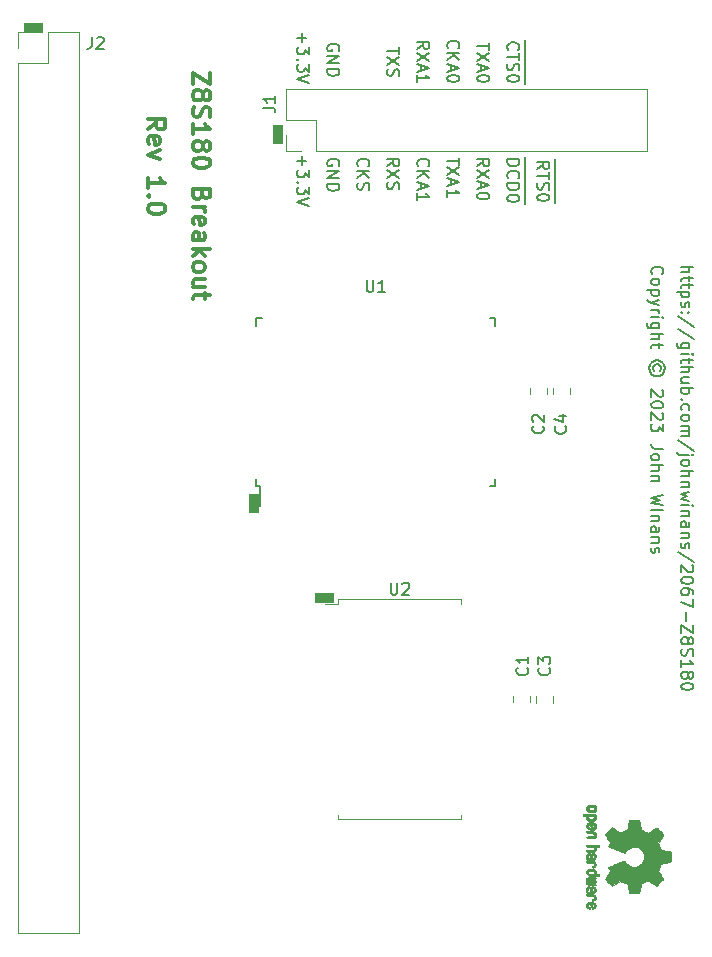
<source format=gto>
%TF.GenerationSoftware,KiCad,Pcbnew,5.1.5+dfsg1-2build2*%
%TF.CreationDate,2023-06-17T11:27:21-05:00*%
%TF.ProjectId,2067-Z8S180,32303637-2d5a-4385-9331-38302e6b6963,rev?*%
%TF.SameCoordinates,Original*%
%TF.FileFunction,Legend,Top*%
%TF.FilePolarity,Positive*%
%FSLAX46Y46*%
G04 Gerber Fmt 4.6, Leading zero omitted, Abs format (unit mm)*
G04 Created by KiCad (PCBNEW 5.1.5+dfsg1-2build2) date 2023-06-17 11:27:21*
%MOMM*%
%LPD*%
G04 APERTURE LIST*
%ADD10C,0.203200*%
%ADD11C,0.300000*%
%ADD12C,0.100000*%
%ADD13C,0.010000*%
%ADD14C,0.120000*%
%ADD15C,0.150000*%
%ADD16O,1.802000X1.802000*%
%ADD17R,1.802000X1.802000*%
%ADD18R,1.402000X0.602000*%
%ADD19R,0.602000X1.402000*%
G04 APERTURE END LIST*
D10*
X133583680Y-51212080D02*
X133583680Y-52228080D01*
X132128380Y-51453984D02*
X133144380Y-51453984D01*
X133144380Y-51695889D01*
X133096000Y-51841032D01*
X132999238Y-51937794D01*
X132902476Y-51986175D01*
X132708952Y-52034556D01*
X132563809Y-52034556D01*
X132370285Y-51986175D01*
X132273523Y-51937794D01*
X132176761Y-51841032D01*
X132128380Y-51695889D01*
X132128380Y-51453984D01*
X133583680Y-52228080D02*
X133583680Y-53244080D01*
X132225142Y-53050556D02*
X132176761Y-53002175D01*
X132128380Y-52857032D01*
X132128380Y-52760270D01*
X132176761Y-52615127D01*
X132273523Y-52518365D01*
X132370285Y-52469984D01*
X132563809Y-52421603D01*
X132708952Y-52421603D01*
X132902476Y-52469984D01*
X132999238Y-52518365D01*
X133096000Y-52615127D01*
X133144380Y-52760270D01*
X133144380Y-52857032D01*
X133096000Y-53002175D01*
X133047619Y-53050556D01*
X133583680Y-53244080D02*
X133583680Y-54260080D01*
X132128380Y-53485984D02*
X133144380Y-53485984D01*
X133144380Y-53727889D01*
X133096000Y-53873032D01*
X132999238Y-53969794D01*
X132902476Y-54018175D01*
X132708952Y-54066556D01*
X132563809Y-54066556D01*
X132370285Y-54018175D01*
X132273523Y-53969794D01*
X132176761Y-53873032D01*
X132128380Y-53727889D01*
X132128380Y-53485984D01*
X133583680Y-54260080D02*
X133583680Y-55227699D01*
X133144380Y-54695508D02*
X133144380Y-54792270D01*
X133096000Y-54889032D01*
X133047619Y-54937413D01*
X132950857Y-54985794D01*
X132757333Y-55034175D01*
X132515428Y-55034175D01*
X132321904Y-54985794D01*
X132225142Y-54937413D01*
X132176761Y-54889032D01*
X132128380Y-54792270D01*
X132128380Y-54695508D01*
X132176761Y-54598746D01*
X132225142Y-54550365D01*
X132321904Y-54501984D01*
X132515428Y-54453603D01*
X132757333Y-54453603D01*
X132950857Y-54501984D01*
X133047619Y-54550365D01*
X133096000Y-54598746D01*
X133144380Y-54695508D01*
X129588380Y-52034556D02*
X130072190Y-51695889D01*
X129588380Y-51453984D02*
X130604380Y-51453984D01*
X130604380Y-51841032D01*
X130556000Y-51937794D01*
X130507619Y-51986175D01*
X130410857Y-52034556D01*
X130265714Y-52034556D01*
X130168952Y-51986175D01*
X130120571Y-51937794D01*
X130072190Y-51841032D01*
X130072190Y-51453984D01*
X130604380Y-52373222D02*
X129588380Y-53050556D01*
X130604380Y-53050556D02*
X129588380Y-52373222D01*
X129878666Y-53389222D02*
X129878666Y-53873032D01*
X129588380Y-53292460D02*
X130604380Y-53631127D01*
X129588380Y-53969794D01*
X130604380Y-54501984D02*
X130604380Y-54598746D01*
X130556000Y-54695508D01*
X130507619Y-54743889D01*
X130410857Y-54792270D01*
X130217333Y-54840651D01*
X129975428Y-54840651D01*
X129781904Y-54792270D01*
X129685142Y-54743889D01*
X129636761Y-54695508D01*
X129588380Y-54598746D01*
X129588380Y-54501984D01*
X129636761Y-54405222D01*
X129685142Y-54356841D01*
X129781904Y-54308460D01*
X129975428Y-54260080D01*
X130217333Y-54260080D01*
X130410857Y-54308460D01*
X130507619Y-54356841D01*
X130556000Y-54405222D01*
X130604380Y-54501984D01*
X128064380Y-51308841D02*
X128064380Y-51889413D01*
X127048380Y-51599127D02*
X128064380Y-51599127D01*
X128064380Y-52131318D02*
X127048380Y-52808651D01*
X128064380Y-52808651D02*
X127048380Y-52131318D01*
X127338666Y-53147318D02*
X127338666Y-53631127D01*
X127048380Y-53050556D02*
X128064380Y-53389222D01*
X127048380Y-53727889D01*
X127048380Y-54598746D02*
X127048380Y-54018175D01*
X127048380Y-54308460D02*
X128064380Y-54308460D01*
X127919238Y-54211699D01*
X127822476Y-54114937D01*
X127774095Y-54018175D01*
X124605142Y-52034556D02*
X124556761Y-51986175D01*
X124508380Y-51841032D01*
X124508380Y-51744270D01*
X124556761Y-51599127D01*
X124653523Y-51502365D01*
X124750285Y-51453984D01*
X124943809Y-51405603D01*
X125088952Y-51405603D01*
X125282476Y-51453984D01*
X125379238Y-51502365D01*
X125476000Y-51599127D01*
X125524380Y-51744270D01*
X125524380Y-51841032D01*
X125476000Y-51986175D01*
X125427619Y-52034556D01*
X124508380Y-52469984D02*
X125524380Y-52469984D01*
X124508380Y-53050556D02*
X125088952Y-52615127D01*
X125524380Y-53050556D02*
X124943809Y-52469984D01*
X124798666Y-53437603D02*
X124798666Y-53921413D01*
X124508380Y-53340841D02*
X125524380Y-53679508D01*
X124508380Y-54018175D01*
X124508380Y-54889032D02*
X124508380Y-54308460D01*
X124508380Y-54598746D02*
X125524380Y-54598746D01*
X125379238Y-54501984D01*
X125282476Y-54405222D01*
X125234095Y-54308460D01*
X121968380Y-52034556D02*
X122452190Y-51695889D01*
X121968380Y-51453984D02*
X122984380Y-51453984D01*
X122984380Y-51841032D01*
X122936000Y-51937794D01*
X122887619Y-51986175D01*
X122790857Y-52034556D01*
X122645714Y-52034556D01*
X122548952Y-51986175D01*
X122500571Y-51937794D01*
X122452190Y-51841032D01*
X122452190Y-51453984D01*
X122984380Y-52373222D02*
X121968380Y-53050556D01*
X122984380Y-53050556D02*
X121968380Y-52373222D01*
X122016761Y-53389222D02*
X121968380Y-53534365D01*
X121968380Y-53776270D01*
X122016761Y-53873032D01*
X122065142Y-53921413D01*
X122161904Y-53969794D01*
X122258666Y-53969794D01*
X122355428Y-53921413D01*
X122403809Y-53873032D01*
X122452190Y-53776270D01*
X122500571Y-53582746D01*
X122548952Y-53485984D01*
X122597333Y-53437603D01*
X122694095Y-53389222D01*
X122790857Y-53389222D01*
X122887619Y-53437603D01*
X122936000Y-53485984D01*
X122984380Y-53582746D01*
X122984380Y-53824651D01*
X122936000Y-53969794D01*
X119525142Y-52034556D02*
X119476761Y-51986175D01*
X119428380Y-51841032D01*
X119428380Y-51744270D01*
X119476761Y-51599127D01*
X119573523Y-51502365D01*
X119670285Y-51453984D01*
X119863809Y-51405603D01*
X120008952Y-51405603D01*
X120202476Y-51453984D01*
X120299238Y-51502365D01*
X120396000Y-51599127D01*
X120444380Y-51744270D01*
X120444380Y-51841032D01*
X120396000Y-51986175D01*
X120347619Y-52034556D01*
X119428380Y-52469984D02*
X120444380Y-52469984D01*
X119428380Y-53050556D02*
X120008952Y-52615127D01*
X120444380Y-53050556D02*
X119863809Y-52469984D01*
X119476761Y-53437603D02*
X119428380Y-53582746D01*
X119428380Y-53824651D01*
X119476761Y-53921413D01*
X119525142Y-53969794D01*
X119621904Y-54018175D01*
X119718666Y-54018175D01*
X119815428Y-53969794D01*
X119863809Y-53921413D01*
X119912190Y-53824651D01*
X119960571Y-53631127D01*
X120008952Y-53534365D01*
X120057333Y-53485984D01*
X120154095Y-53437603D01*
X120250857Y-53437603D01*
X120347619Y-53485984D01*
X120396000Y-53534365D01*
X120444380Y-53631127D01*
X120444380Y-53873032D01*
X120396000Y-54018175D01*
X117856000Y-51986175D02*
X117904380Y-51889413D01*
X117904380Y-51744270D01*
X117856000Y-51599127D01*
X117759238Y-51502365D01*
X117662476Y-51453984D01*
X117468952Y-51405603D01*
X117323809Y-51405603D01*
X117130285Y-51453984D01*
X117033523Y-51502365D01*
X116936761Y-51599127D01*
X116888380Y-51744270D01*
X116888380Y-51841032D01*
X116936761Y-51986175D01*
X116985142Y-52034556D01*
X117323809Y-52034556D01*
X117323809Y-51841032D01*
X116888380Y-52469984D02*
X117904380Y-52469984D01*
X116888380Y-53050556D01*
X117904380Y-53050556D01*
X116888380Y-53534365D02*
X117904380Y-53534365D01*
X117904380Y-53776270D01*
X117856000Y-53921413D01*
X117759238Y-54018175D01*
X117662476Y-54066556D01*
X117468952Y-54114937D01*
X117323809Y-54114937D01*
X117130285Y-54066556D01*
X117033523Y-54018175D01*
X116936761Y-53921413D01*
X116888380Y-53776270D01*
X116888380Y-53534365D01*
X114735428Y-51173984D02*
X114735428Y-51948080D01*
X114348380Y-51561032D02*
X115122476Y-51561032D01*
X115364380Y-52335127D02*
X115364380Y-52964080D01*
X114977333Y-52625413D01*
X114977333Y-52770556D01*
X114928952Y-52867318D01*
X114880571Y-52915699D01*
X114783809Y-52964080D01*
X114541904Y-52964080D01*
X114445142Y-52915699D01*
X114396761Y-52867318D01*
X114348380Y-52770556D01*
X114348380Y-52480270D01*
X114396761Y-52383508D01*
X114445142Y-52335127D01*
X114445142Y-53399508D02*
X114396761Y-53447889D01*
X114348380Y-53399508D01*
X114396761Y-53351127D01*
X114445142Y-53399508D01*
X114348380Y-53399508D01*
X115364380Y-53786556D02*
X115364380Y-54415508D01*
X114977333Y-54076841D01*
X114977333Y-54221984D01*
X114928952Y-54318746D01*
X114880571Y-54367127D01*
X114783809Y-54415508D01*
X114541904Y-54415508D01*
X114445142Y-54367127D01*
X114396761Y-54318746D01*
X114348380Y-54221984D01*
X114348380Y-53931699D01*
X114396761Y-53834937D01*
X114445142Y-53786556D01*
X115364380Y-54705794D02*
X114348380Y-55044460D01*
X115364380Y-55383127D01*
X114735428Y-40774015D02*
X114735428Y-41548110D01*
X114348380Y-41161062D02*
X115122476Y-41161062D01*
X115364380Y-41935158D02*
X115364380Y-42564110D01*
X114977333Y-42225443D01*
X114977333Y-42370586D01*
X114928952Y-42467348D01*
X114880571Y-42515729D01*
X114783809Y-42564110D01*
X114541904Y-42564110D01*
X114445142Y-42515729D01*
X114396761Y-42467348D01*
X114348380Y-42370586D01*
X114348380Y-42080300D01*
X114396761Y-41983539D01*
X114445142Y-41935158D01*
X114445142Y-42999539D02*
X114396761Y-43047920D01*
X114348380Y-42999539D01*
X114396761Y-42951158D01*
X114445142Y-42999539D01*
X114348380Y-42999539D01*
X115364380Y-43386586D02*
X115364380Y-44015539D01*
X114977333Y-43676872D01*
X114977333Y-43822015D01*
X114928952Y-43918777D01*
X114880571Y-43967158D01*
X114783809Y-44015539D01*
X114541904Y-44015539D01*
X114445142Y-43967158D01*
X114396761Y-43918777D01*
X114348380Y-43822015D01*
X114348380Y-43531729D01*
X114396761Y-43434967D01*
X114445142Y-43386586D01*
X115364380Y-44305824D02*
X114348380Y-44644491D01*
X115364380Y-44983158D01*
X117856000Y-42249634D02*
X117904380Y-42152872D01*
X117904380Y-42007729D01*
X117856000Y-41862586D01*
X117759238Y-41765824D01*
X117662476Y-41717443D01*
X117468952Y-41669062D01*
X117323809Y-41669062D01*
X117130285Y-41717443D01*
X117033523Y-41765824D01*
X116936761Y-41862586D01*
X116888380Y-42007729D01*
X116888380Y-42104491D01*
X116936761Y-42249634D01*
X116985142Y-42298015D01*
X117323809Y-42298015D01*
X117323809Y-42104491D01*
X116888380Y-42733443D02*
X117904380Y-42733443D01*
X116888380Y-43314015D01*
X117904380Y-43314015D01*
X116888380Y-43797824D02*
X117904380Y-43797824D01*
X117904380Y-44039729D01*
X117856000Y-44184872D01*
X117759238Y-44281634D01*
X117662476Y-44330015D01*
X117468952Y-44378396D01*
X117323809Y-44378396D01*
X117130285Y-44330015D01*
X117033523Y-44281634D01*
X116936761Y-44184872D01*
X116888380Y-44039729D01*
X116888380Y-43797824D01*
X122984380Y-41959348D02*
X122984380Y-42539920D01*
X121968380Y-42249634D02*
X122984380Y-42249634D01*
X122984380Y-42781824D02*
X121968380Y-43459158D01*
X122984380Y-43459158D02*
X121968380Y-42781824D01*
X122016761Y-43797824D02*
X121968380Y-43942967D01*
X121968380Y-44184872D01*
X122016761Y-44281634D01*
X122065142Y-44330015D01*
X122161904Y-44378396D01*
X122258666Y-44378396D01*
X122355428Y-44330015D01*
X122403809Y-44281634D01*
X122452190Y-44184872D01*
X122500571Y-43991348D01*
X122548952Y-43894586D01*
X122597333Y-43846205D01*
X122694095Y-43797824D01*
X122790857Y-43797824D01*
X122887619Y-43846205D01*
X122936000Y-43894586D01*
X122984380Y-43991348D01*
X122984380Y-44233253D01*
X122936000Y-44378396D01*
X124508380Y-42080300D02*
X124992190Y-41741634D01*
X124508380Y-41499729D02*
X125524380Y-41499729D01*
X125524380Y-41886777D01*
X125476000Y-41983539D01*
X125427619Y-42031920D01*
X125330857Y-42080300D01*
X125185714Y-42080300D01*
X125088952Y-42031920D01*
X125040571Y-41983539D01*
X124992190Y-41886777D01*
X124992190Y-41499729D01*
X125524380Y-42418967D02*
X124508380Y-43096300D01*
X125524380Y-43096300D02*
X124508380Y-42418967D01*
X124798666Y-43434967D02*
X124798666Y-43918777D01*
X124508380Y-43338205D02*
X125524380Y-43676872D01*
X124508380Y-44015539D01*
X124508380Y-44886396D02*
X124508380Y-44305824D01*
X124508380Y-44596110D02*
X125524380Y-44596110D01*
X125379238Y-44499348D01*
X125282476Y-44402586D01*
X125234095Y-44305824D01*
X127145142Y-42031920D02*
X127096761Y-41983539D01*
X127048380Y-41838396D01*
X127048380Y-41741634D01*
X127096761Y-41596491D01*
X127193523Y-41499729D01*
X127290285Y-41451348D01*
X127483809Y-41402967D01*
X127628952Y-41402967D01*
X127822476Y-41451348D01*
X127919238Y-41499729D01*
X128016000Y-41596491D01*
X128064380Y-41741634D01*
X128064380Y-41838396D01*
X128016000Y-41983539D01*
X127967619Y-42031920D01*
X127048380Y-42467348D02*
X128064380Y-42467348D01*
X127048380Y-43047920D02*
X127628952Y-42612491D01*
X128064380Y-43047920D02*
X127483809Y-42467348D01*
X127338666Y-43434967D02*
X127338666Y-43918777D01*
X127048380Y-43338205D02*
X128064380Y-43676872D01*
X127048380Y-44015539D01*
X128064380Y-44547729D02*
X128064380Y-44644491D01*
X128016000Y-44741253D01*
X127967619Y-44789634D01*
X127870857Y-44838015D01*
X127677333Y-44886396D01*
X127435428Y-44886396D01*
X127241904Y-44838015D01*
X127145142Y-44789634D01*
X127096761Y-44741253D01*
X127048380Y-44644491D01*
X127048380Y-44547729D01*
X127096761Y-44450967D01*
X127145142Y-44402586D01*
X127241904Y-44354205D01*
X127435428Y-44305824D01*
X127677333Y-44305824D01*
X127870857Y-44354205D01*
X127967619Y-44402586D01*
X128016000Y-44450967D01*
X128064380Y-44547729D01*
X130604380Y-41596491D02*
X130604380Y-42177062D01*
X129588380Y-41886777D02*
X130604380Y-41886777D01*
X130604380Y-42418967D02*
X129588380Y-43096300D01*
X130604380Y-43096300D02*
X129588380Y-42418967D01*
X129878666Y-43434967D02*
X129878666Y-43918777D01*
X129588380Y-43338205D02*
X130604380Y-43676872D01*
X129588380Y-44015539D01*
X130604380Y-44547729D02*
X130604380Y-44644491D01*
X130556000Y-44741253D01*
X130507619Y-44789634D01*
X130410857Y-44838015D01*
X130217333Y-44886396D01*
X129975428Y-44886396D01*
X129781904Y-44838015D01*
X129685142Y-44789634D01*
X129636761Y-44741253D01*
X129588380Y-44644491D01*
X129588380Y-44547729D01*
X129636761Y-44450967D01*
X129685142Y-44402586D01*
X129781904Y-44354205D01*
X129975428Y-44305824D01*
X130217333Y-44305824D01*
X130410857Y-44354205D01*
X130507619Y-44402586D01*
X130556000Y-44450967D01*
X130604380Y-44547729D01*
X133583680Y-41354586D02*
X133583680Y-42370586D01*
X132225142Y-42177062D02*
X132176761Y-42128681D01*
X132128380Y-41983539D01*
X132128380Y-41886777D01*
X132176761Y-41741634D01*
X132273523Y-41644872D01*
X132370285Y-41596491D01*
X132563809Y-41548110D01*
X132708952Y-41548110D01*
X132902476Y-41596491D01*
X132999238Y-41644872D01*
X133096000Y-41741634D01*
X133144380Y-41886777D01*
X133144380Y-41983539D01*
X133096000Y-42128681D01*
X133047619Y-42177062D01*
X133583680Y-42370586D02*
X133583680Y-43144681D01*
X133144380Y-42467348D02*
X133144380Y-43047920D01*
X132128380Y-42757634D02*
X133144380Y-42757634D01*
X133583680Y-43144681D02*
X133583680Y-44112300D01*
X132176761Y-43338205D02*
X132128380Y-43483348D01*
X132128380Y-43725253D01*
X132176761Y-43822015D01*
X132225142Y-43870396D01*
X132321904Y-43918777D01*
X132418666Y-43918777D01*
X132515428Y-43870396D01*
X132563809Y-43822015D01*
X132612190Y-43725253D01*
X132660571Y-43531729D01*
X132708952Y-43434967D01*
X132757333Y-43386586D01*
X132854095Y-43338205D01*
X132950857Y-43338205D01*
X133047619Y-43386586D01*
X133096000Y-43434967D01*
X133144380Y-43531729D01*
X133144380Y-43773634D01*
X133096000Y-43918777D01*
X133583680Y-44112300D02*
X133583680Y-45079920D01*
X133144380Y-44547729D02*
X133144380Y-44644491D01*
X133096000Y-44741253D01*
X133047619Y-44789634D01*
X132950857Y-44838015D01*
X132757333Y-44886396D01*
X132515428Y-44886396D01*
X132321904Y-44838015D01*
X132225142Y-44789634D01*
X132176761Y-44741253D01*
X132128380Y-44644491D01*
X132128380Y-44547729D01*
X132176761Y-44450967D01*
X132225142Y-44402586D01*
X132321904Y-44354205D01*
X132515428Y-44305824D01*
X132757333Y-44305824D01*
X132950857Y-44354205D01*
X133047619Y-44402586D01*
X133096000Y-44450967D01*
X133144380Y-44547729D01*
X136123680Y-51440080D02*
X136123680Y-52456080D01*
X134668380Y-52262556D02*
X135152190Y-51923889D01*
X134668380Y-51681984D02*
X135684380Y-51681984D01*
X135684380Y-52069032D01*
X135636000Y-52165794D01*
X135587619Y-52214175D01*
X135490857Y-52262556D01*
X135345714Y-52262556D01*
X135248952Y-52214175D01*
X135200571Y-52165794D01*
X135152190Y-52069032D01*
X135152190Y-51681984D01*
X136123680Y-52456080D02*
X136123680Y-53230175D01*
X135684380Y-52552841D02*
X135684380Y-53133413D01*
X134668380Y-52843127D02*
X135684380Y-52843127D01*
X136123680Y-53230175D02*
X136123680Y-54197794D01*
X134716761Y-53423699D02*
X134668380Y-53568841D01*
X134668380Y-53810746D01*
X134716761Y-53907508D01*
X134765142Y-53955889D01*
X134861904Y-54004270D01*
X134958666Y-54004270D01*
X135055428Y-53955889D01*
X135103809Y-53907508D01*
X135152190Y-53810746D01*
X135200571Y-53617222D01*
X135248952Y-53520460D01*
X135297333Y-53472080D01*
X135394095Y-53423699D01*
X135490857Y-53423699D01*
X135587619Y-53472080D01*
X135636000Y-53520460D01*
X135684380Y-53617222D01*
X135684380Y-53859127D01*
X135636000Y-54004270D01*
X136123680Y-54197794D02*
X136123680Y-55165413D01*
X135684380Y-54633222D02*
X135684380Y-54729984D01*
X135636000Y-54826746D01*
X135587619Y-54875127D01*
X135490857Y-54923508D01*
X135297333Y-54971889D01*
X135055428Y-54971889D01*
X134861904Y-54923508D01*
X134765142Y-54875127D01*
X134716761Y-54826746D01*
X134668380Y-54729984D01*
X134668380Y-54633222D01*
X134716761Y-54536460D01*
X134765142Y-54488080D01*
X134861904Y-54439699D01*
X135055428Y-54391318D01*
X135297333Y-54391318D01*
X135490857Y-54439699D01*
X135587619Y-54488080D01*
X135636000Y-54536460D01*
X135684380Y-54633222D01*
D11*
X106993428Y-44097285D02*
X106993428Y-45097285D01*
X105493428Y-44097285D01*
X105493428Y-45097285D01*
X106350571Y-45883000D02*
X106422000Y-45740142D01*
X106493428Y-45668714D01*
X106636285Y-45597285D01*
X106707714Y-45597285D01*
X106850571Y-45668714D01*
X106922000Y-45740142D01*
X106993428Y-45883000D01*
X106993428Y-46168714D01*
X106922000Y-46311571D01*
X106850571Y-46383000D01*
X106707714Y-46454428D01*
X106636285Y-46454428D01*
X106493428Y-46383000D01*
X106422000Y-46311571D01*
X106350571Y-46168714D01*
X106350571Y-45883000D01*
X106279142Y-45740142D01*
X106207714Y-45668714D01*
X106064857Y-45597285D01*
X105779142Y-45597285D01*
X105636285Y-45668714D01*
X105564857Y-45740142D01*
X105493428Y-45883000D01*
X105493428Y-46168714D01*
X105564857Y-46311571D01*
X105636285Y-46383000D01*
X105779142Y-46454428D01*
X106064857Y-46454428D01*
X106207714Y-46383000D01*
X106279142Y-46311571D01*
X106350571Y-46168714D01*
X105564857Y-47025857D02*
X105493428Y-47240142D01*
X105493428Y-47597285D01*
X105564857Y-47740142D01*
X105636285Y-47811571D01*
X105779142Y-47883000D01*
X105922000Y-47883000D01*
X106064857Y-47811571D01*
X106136285Y-47740142D01*
X106207714Y-47597285D01*
X106279142Y-47311571D01*
X106350571Y-47168714D01*
X106422000Y-47097285D01*
X106564857Y-47025857D01*
X106707714Y-47025857D01*
X106850571Y-47097285D01*
X106922000Y-47168714D01*
X106993428Y-47311571D01*
X106993428Y-47668714D01*
X106922000Y-47883000D01*
X105493428Y-49311571D02*
X105493428Y-48454428D01*
X105493428Y-48883000D02*
X106993428Y-48883000D01*
X106779142Y-48740142D01*
X106636285Y-48597285D01*
X106564857Y-48454428D01*
X106350571Y-50168714D02*
X106422000Y-50025857D01*
X106493428Y-49954428D01*
X106636285Y-49883000D01*
X106707714Y-49883000D01*
X106850571Y-49954428D01*
X106922000Y-50025857D01*
X106993428Y-50168714D01*
X106993428Y-50454428D01*
X106922000Y-50597285D01*
X106850571Y-50668714D01*
X106707714Y-50740142D01*
X106636285Y-50740142D01*
X106493428Y-50668714D01*
X106422000Y-50597285D01*
X106350571Y-50454428D01*
X106350571Y-50168714D01*
X106279142Y-50025857D01*
X106207714Y-49954428D01*
X106064857Y-49883000D01*
X105779142Y-49883000D01*
X105636285Y-49954428D01*
X105564857Y-50025857D01*
X105493428Y-50168714D01*
X105493428Y-50454428D01*
X105564857Y-50597285D01*
X105636285Y-50668714D01*
X105779142Y-50740142D01*
X106064857Y-50740142D01*
X106207714Y-50668714D01*
X106279142Y-50597285D01*
X106350571Y-50454428D01*
X106993428Y-51668714D02*
X106993428Y-51811571D01*
X106922000Y-51954428D01*
X106850571Y-52025857D01*
X106707714Y-52097285D01*
X106422000Y-52168714D01*
X106064857Y-52168714D01*
X105779142Y-52097285D01*
X105636285Y-52025857D01*
X105564857Y-51954428D01*
X105493428Y-51811571D01*
X105493428Y-51668714D01*
X105564857Y-51525857D01*
X105636285Y-51454428D01*
X105779142Y-51383000D01*
X106064857Y-51311571D01*
X106422000Y-51311571D01*
X106707714Y-51383000D01*
X106850571Y-51454428D01*
X106922000Y-51525857D01*
X106993428Y-51668714D01*
X106279142Y-54454428D02*
X106207714Y-54668714D01*
X106136285Y-54740142D01*
X105993428Y-54811571D01*
X105779142Y-54811571D01*
X105636285Y-54740142D01*
X105564857Y-54668714D01*
X105493428Y-54525857D01*
X105493428Y-53954428D01*
X106993428Y-53954428D01*
X106993428Y-54454428D01*
X106922000Y-54597285D01*
X106850571Y-54668714D01*
X106707714Y-54740142D01*
X106564857Y-54740142D01*
X106422000Y-54668714D01*
X106350571Y-54597285D01*
X106279142Y-54454428D01*
X106279142Y-53954428D01*
X105493428Y-55454428D02*
X106493428Y-55454428D01*
X106207714Y-55454428D02*
X106350571Y-55525857D01*
X106422000Y-55597285D01*
X106493428Y-55740142D01*
X106493428Y-55883000D01*
X105564857Y-56954428D02*
X105493428Y-56811571D01*
X105493428Y-56525857D01*
X105564857Y-56383000D01*
X105707714Y-56311571D01*
X106279142Y-56311571D01*
X106422000Y-56383000D01*
X106493428Y-56525857D01*
X106493428Y-56811571D01*
X106422000Y-56954428D01*
X106279142Y-57025857D01*
X106136285Y-57025857D01*
X105993428Y-56311571D01*
X105493428Y-58311571D02*
X106279142Y-58311571D01*
X106422000Y-58240142D01*
X106493428Y-58097285D01*
X106493428Y-57811571D01*
X106422000Y-57668714D01*
X105564857Y-58311571D02*
X105493428Y-58168714D01*
X105493428Y-57811571D01*
X105564857Y-57668714D01*
X105707714Y-57597285D01*
X105850571Y-57597285D01*
X105993428Y-57668714D01*
X106064857Y-57811571D01*
X106064857Y-58168714D01*
X106136285Y-58311571D01*
X105493428Y-59025857D02*
X106993428Y-59025857D01*
X106064857Y-59168714D02*
X105493428Y-59597285D01*
X106493428Y-59597285D02*
X105922000Y-59025857D01*
X105493428Y-60454428D02*
X105564857Y-60311571D01*
X105636285Y-60240142D01*
X105779142Y-60168714D01*
X106207714Y-60168714D01*
X106350571Y-60240142D01*
X106422000Y-60311571D01*
X106493428Y-60454428D01*
X106493428Y-60668714D01*
X106422000Y-60811571D01*
X106350571Y-60883000D01*
X106207714Y-60954428D01*
X105779142Y-60954428D01*
X105636285Y-60883000D01*
X105564857Y-60811571D01*
X105493428Y-60668714D01*
X105493428Y-60454428D01*
X106493428Y-62240142D02*
X105493428Y-62240142D01*
X106493428Y-61597285D02*
X105707714Y-61597285D01*
X105564857Y-61668714D01*
X105493428Y-61811571D01*
X105493428Y-62025857D01*
X105564857Y-62168714D01*
X105636285Y-62240142D01*
X106493428Y-62740142D02*
X106493428Y-63311571D01*
X106993428Y-62954428D02*
X105707714Y-62954428D01*
X105564857Y-63025857D01*
X105493428Y-63168714D01*
X105493428Y-63311571D01*
X101683428Y-48907285D02*
X102397714Y-48407285D01*
X101683428Y-48050142D02*
X103183428Y-48050142D01*
X103183428Y-48621571D01*
X103112000Y-48764428D01*
X103040571Y-48835857D01*
X102897714Y-48907285D01*
X102683428Y-48907285D01*
X102540571Y-48835857D01*
X102469142Y-48764428D01*
X102397714Y-48621571D01*
X102397714Y-48050142D01*
X101754857Y-50121571D02*
X101683428Y-49978714D01*
X101683428Y-49693000D01*
X101754857Y-49550142D01*
X101897714Y-49478714D01*
X102469142Y-49478714D01*
X102612000Y-49550142D01*
X102683428Y-49693000D01*
X102683428Y-49978714D01*
X102612000Y-50121571D01*
X102469142Y-50193000D01*
X102326285Y-50193000D01*
X102183428Y-49478714D01*
X102683428Y-50693000D02*
X101683428Y-51050142D01*
X102683428Y-51407285D01*
X101683428Y-53907285D02*
X101683428Y-53050142D01*
X101683428Y-53478714D02*
X103183428Y-53478714D01*
X102969142Y-53335857D01*
X102826285Y-53193000D01*
X102754857Y-53050142D01*
X101826285Y-54550142D02*
X101754857Y-54621571D01*
X101683428Y-54550142D01*
X101754857Y-54478714D01*
X101826285Y-54550142D01*
X101683428Y-54550142D01*
X103183428Y-55550142D02*
X103183428Y-55693000D01*
X103112000Y-55835857D01*
X103040571Y-55907285D01*
X102897714Y-55978714D01*
X102612000Y-56050142D01*
X102254857Y-56050142D01*
X101969142Y-55978714D01*
X101826285Y-55907285D01*
X101754857Y-55835857D01*
X101683428Y-55693000D01*
X101683428Y-55550142D01*
X101754857Y-55407285D01*
X101826285Y-55335857D01*
X101969142Y-55264428D01*
X102254857Y-55193000D01*
X102612000Y-55193000D01*
X102897714Y-55264428D01*
X103040571Y-55335857D01*
X103112000Y-55407285D01*
X103183428Y-55550142D01*
D10*
X144417142Y-61152556D02*
X144368761Y-61104175D01*
X144320380Y-60959032D01*
X144320380Y-60862270D01*
X144368761Y-60717127D01*
X144465523Y-60620365D01*
X144562285Y-60571984D01*
X144755809Y-60523603D01*
X144900952Y-60523603D01*
X145094476Y-60571984D01*
X145191238Y-60620365D01*
X145288000Y-60717127D01*
X145336380Y-60862270D01*
X145336380Y-60959032D01*
X145288000Y-61104175D01*
X145239619Y-61152556D01*
X144320380Y-61733127D02*
X144368761Y-61636365D01*
X144417142Y-61587984D01*
X144513904Y-61539603D01*
X144804190Y-61539603D01*
X144900952Y-61587984D01*
X144949333Y-61636365D01*
X144997714Y-61733127D01*
X144997714Y-61878270D01*
X144949333Y-61975032D01*
X144900952Y-62023413D01*
X144804190Y-62071794D01*
X144513904Y-62071794D01*
X144417142Y-62023413D01*
X144368761Y-61975032D01*
X144320380Y-61878270D01*
X144320380Y-61733127D01*
X144997714Y-62507222D02*
X143981714Y-62507222D01*
X144949333Y-62507222D02*
X144997714Y-62603984D01*
X144997714Y-62797508D01*
X144949333Y-62894270D01*
X144900952Y-62942651D01*
X144804190Y-62991032D01*
X144513904Y-62991032D01*
X144417142Y-62942651D01*
X144368761Y-62894270D01*
X144320380Y-62797508D01*
X144320380Y-62603984D01*
X144368761Y-62507222D01*
X144997714Y-63329699D02*
X144320380Y-63571603D01*
X144997714Y-63813508D02*
X144320380Y-63571603D01*
X144078476Y-63474841D01*
X144030095Y-63426460D01*
X143981714Y-63329699D01*
X144320380Y-64200556D02*
X144997714Y-64200556D01*
X144804190Y-64200556D02*
X144900952Y-64248937D01*
X144949333Y-64297318D01*
X144997714Y-64394080D01*
X144997714Y-64490841D01*
X144320380Y-64829508D02*
X144997714Y-64829508D01*
X145336380Y-64829508D02*
X145288000Y-64781127D01*
X145239619Y-64829508D01*
X145288000Y-64877889D01*
X145336380Y-64829508D01*
X145239619Y-64829508D01*
X144997714Y-65748746D02*
X144175238Y-65748746D01*
X144078476Y-65700365D01*
X144030095Y-65651984D01*
X143981714Y-65555222D01*
X143981714Y-65410080D01*
X144030095Y-65313318D01*
X144368761Y-65748746D02*
X144320380Y-65651984D01*
X144320380Y-65458460D01*
X144368761Y-65361699D01*
X144417142Y-65313318D01*
X144513904Y-65264937D01*
X144804190Y-65264937D01*
X144900952Y-65313318D01*
X144949333Y-65361699D01*
X144997714Y-65458460D01*
X144997714Y-65651984D01*
X144949333Y-65748746D01*
X144320380Y-66232556D02*
X145336380Y-66232556D01*
X144320380Y-66667984D02*
X144852571Y-66667984D01*
X144949333Y-66619603D01*
X144997714Y-66522841D01*
X144997714Y-66377699D01*
X144949333Y-66280937D01*
X144900952Y-66232556D01*
X144997714Y-67006651D02*
X144997714Y-67393699D01*
X145336380Y-67151794D02*
X144465523Y-67151794D01*
X144368761Y-67200175D01*
X144320380Y-67296937D01*
X144320380Y-67393699D01*
X145094476Y-69328937D02*
X145142857Y-69232175D01*
X145142857Y-69038651D01*
X145094476Y-68941889D01*
X144997714Y-68845127D01*
X144900952Y-68796746D01*
X144707428Y-68796746D01*
X144610666Y-68845127D01*
X144513904Y-68941889D01*
X144465523Y-69038651D01*
X144465523Y-69232175D01*
X144513904Y-69328937D01*
X145481523Y-69135413D02*
X145433142Y-68893508D01*
X145288000Y-68651603D01*
X145046095Y-68506460D01*
X144804190Y-68458080D01*
X144562285Y-68506460D01*
X144320380Y-68651603D01*
X144175238Y-68893508D01*
X144126857Y-69135413D01*
X144175238Y-69377318D01*
X144320380Y-69619222D01*
X144562285Y-69764365D01*
X144804190Y-69812746D01*
X145046095Y-69764365D01*
X145288000Y-69619222D01*
X145433142Y-69377318D01*
X145481523Y-69135413D01*
X145239619Y-70973889D02*
X145288000Y-71022270D01*
X145336380Y-71119032D01*
X145336380Y-71360937D01*
X145288000Y-71457699D01*
X145239619Y-71506080D01*
X145142857Y-71554460D01*
X145046095Y-71554460D01*
X144900952Y-71506080D01*
X144320380Y-70925508D01*
X144320380Y-71554460D01*
X145336380Y-72183413D02*
X145336380Y-72280175D01*
X145288000Y-72376937D01*
X145239619Y-72425318D01*
X145142857Y-72473699D01*
X144949333Y-72522080D01*
X144707428Y-72522080D01*
X144513904Y-72473699D01*
X144417142Y-72425318D01*
X144368761Y-72376937D01*
X144320380Y-72280175D01*
X144320380Y-72183413D01*
X144368761Y-72086651D01*
X144417142Y-72038270D01*
X144513904Y-71989889D01*
X144707428Y-71941508D01*
X144949333Y-71941508D01*
X145142857Y-71989889D01*
X145239619Y-72038270D01*
X145288000Y-72086651D01*
X145336380Y-72183413D01*
X145239619Y-72909127D02*
X145288000Y-72957508D01*
X145336380Y-73054270D01*
X145336380Y-73296175D01*
X145288000Y-73392937D01*
X145239619Y-73441318D01*
X145142857Y-73489699D01*
X145046095Y-73489699D01*
X144900952Y-73441318D01*
X144320380Y-72860746D01*
X144320380Y-73489699D01*
X145336380Y-73828365D02*
X145336380Y-74457318D01*
X144949333Y-74118651D01*
X144949333Y-74263794D01*
X144900952Y-74360556D01*
X144852571Y-74408937D01*
X144755809Y-74457318D01*
X144513904Y-74457318D01*
X144417142Y-74408937D01*
X144368761Y-74360556D01*
X144320380Y-74263794D01*
X144320380Y-73973508D01*
X144368761Y-73876746D01*
X144417142Y-73828365D01*
X145336380Y-75957127D02*
X144610666Y-75957127D01*
X144465523Y-75908746D01*
X144368761Y-75811984D01*
X144320380Y-75666841D01*
X144320380Y-75570080D01*
X144320380Y-76586080D02*
X144368761Y-76489318D01*
X144417142Y-76440937D01*
X144513904Y-76392556D01*
X144804190Y-76392556D01*
X144900952Y-76440937D01*
X144949333Y-76489318D01*
X144997714Y-76586080D01*
X144997714Y-76731222D01*
X144949333Y-76827984D01*
X144900952Y-76876365D01*
X144804190Y-76924746D01*
X144513904Y-76924746D01*
X144417142Y-76876365D01*
X144368761Y-76827984D01*
X144320380Y-76731222D01*
X144320380Y-76586080D01*
X144320380Y-77360175D02*
X145336380Y-77360175D01*
X144320380Y-77795603D02*
X144852571Y-77795603D01*
X144949333Y-77747222D01*
X144997714Y-77650460D01*
X144997714Y-77505318D01*
X144949333Y-77408556D01*
X144900952Y-77360175D01*
X144997714Y-78279413D02*
X144320380Y-78279413D01*
X144900952Y-78279413D02*
X144949333Y-78327794D01*
X144997714Y-78424556D01*
X144997714Y-78569699D01*
X144949333Y-78666460D01*
X144852571Y-78714841D01*
X144320380Y-78714841D01*
X145336380Y-79875984D02*
X144320380Y-80117889D01*
X145046095Y-80311413D01*
X144320380Y-80504937D01*
X145336380Y-80746841D01*
X144320380Y-81133889D02*
X145336380Y-81133889D01*
X144997714Y-81617699D02*
X144320380Y-81617699D01*
X144900952Y-81617699D02*
X144949333Y-81666080D01*
X144997714Y-81762841D01*
X144997714Y-81907984D01*
X144949333Y-82004746D01*
X144852571Y-82053127D01*
X144320380Y-82053127D01*
X144320380Y-82972365D02*
X144852571Y-82972365D01*
X144949333Y-82923984D01*
X144997714Y-82827222D01*
X144997714Y-82633699D01*
X144949333Y-82536937D01*
X144368761Y-82972365D02*
X144320380Y-82875603D01*
X144320380Y-82633699D01*
X144368761Y-82536937D01*
X144465523Y-82488556D01*
X144562285Y-82488556D01*
X144659047Y-82536937D01*
X144707428Y-82633699D01*
X144707428Y-82875603D01*
X144755809Y-82972365D01*
X144997714Y-83456175D02*
X144320380Y-83456175D01*
X144900952Y-83456175D02*
X144949333Y-83504556D01*
X144997714Y-83601318D01*
X144997714Y-83746460D01*
X144949333Y-83843222D01*
X144852571Y-83891603D01*
X144320380Y-83891603D01*
X144368761Y-84327032D02*
X144320380Y-84423794D01*
X144320380Y-84617318D01*
X144368761Y-84714080D01*
X144465523Y-84762460D01*
X144513904Y-84762460D01*
X144610666Y-84714080D01*
X144659047Y-84617318D01*
X144659047Y-84472175D01*
X144707428Y-84375413D01*
X144804190Y-84327032D01*
X144852571Y-84327032D01*
X144949333Y-84375413D01*
X144997714Y-84472175D01*
X144997714Y-84617318D01*
X144949333Y-84714080D01*
X146860380Y-60571984D02*
X147876380Y-60571984D01*
X146860380Y-61007413D02*
X147392571Y-61007413D01*
X147489333Y-60959032D01*
X147537714Y-60862270D01*
X147537714Y-60717127D01*
X147489333Y-60620365D01*
X147440952Y-60571984D01*
X147537714Y-61346080D02*
X147537714Y-61733127D01*
X147876380Y-61491222D02*
X147005523Y-61491222D01*
X146908761Y-61539603D01*
X146860380Y-61636365D01*
X146860380Y-61733127D01*
X147537714Y-61926651D02*
X147537714Y-62313699D01*
X147876380Y-62071794D02*
X147005523Y-62071794D01*
X146908761Y-62120175D01*
X146860380Y-62216937D01*
X146860380Y-62313699D01*
X147537714Y-62652365D02*
X146521714Y-62652365D01*
X147489333Y-62652365D02*
X147537714Y-62749127D01*
X147537714Y-62942651D01*
X147489333Y-63039413D01*
X147440952Y-63087794D01*
X147344190Y-63136175D01*
X147053904Y-63136175D01*
X146957142Y-63087794D01*
X146908761Y-63039413D01*
X146860380Y-62942651D01*
X146860380Y-62749127D01*
X146908761Y-62652365D01*
X146908761Y-63523222D02*
X146860380Y-63619984D01*
X146860380Y-63813508D01*
X146908761Y-63910270D01*
X147005523Y-63958651D01*
X147053904Y-63958651D01*
X147150666Y-63910270D01*
X147199047Y-63813508D01*
X147199047Y-63668365D01*
X147247428Y-63571603D01*
X147344190Y-63523222D01*
X147392571Y-63523222D01*
X147489333Y-63571603D01*
X147537714Y-63668365D01*
X147537714Y-63813508D01*
X147489333Y-63910270D01*
X146957142Y-64394080D02*
X146908761Y-64442460D01*
X146860380Y-64394080D01*
X146908761Y-64345699D01*
X146957142Y-64394080D01*
X146860380Y-64394080D01*
X147489333Y-64394080D02*
X147440952Y-64442460D01*
X147392571Y-64394080D01*
X147440952Y-64345699D01*
X147489333Y-64394080D01*
X147392571Y-64394080D01*
X147924761Y-65603603D02*
X146618476Y-64732746D01*
X147924761Y-66667984D02*
X146618476Y-65797127D01*
X147537714Y-67442080D02*
X146715238Y-67442080D01*
X146618476Y-67393699D01*
X146570095Y-67345318D01*
X146521714Y-67248556D01*
X146521714Y-67103413D01*
X146570095Y-67006651D01*
X146908761Y-67442080D02*
X146860380Y-67345318D01*
X146860380Y-67151794D01*
X146908761Y-67055032D01*
X146957142Y-67006651D01*
X147053904Y-66958270D01*
X147344190Y-66958270D01*
X147440952Y-67006651D01*
X147489333Y-67055032D01*
X147537714Y-67151794D01*
X147537714Y-67345318D01*
X147489333Y-67442080D01*
X146860380Y-67925889D02*
X147537714Y-67925889D01*
X147876380Y-67925889D02*
X147828000Y-67877508D01*
X147779619Y-67925889D01*
X147828000Y-67974270D01*
X147876380Y-67925889D01*
X147779619Y-67925889D01*
X147537714Y-68264556D02*
X147537714Y-68651603D01*
X147876380Y-68409699D02*
X147005523Y-68409699D01*
X146908761Y-68458080D01*
X146860380Y-68554841D01*
X146860380Y-68651603D01*
X146860380Y-68990270D02*
X147876380Y-68990270D01*
X146860380Y-69425699D02*
X147392571Y-69425699D01*
X147489333Y-69377318D01*
X147537714Y-69280556D01*
X147537714Y-69135413D01*
X147489333Y-69038651D01*
X147440952Y-68990270D01*
X147537714Y-70344937D02*
X146860380Y-70344937D01*
X147537714Y-69909508D02*
X147005523Y-69909508D01*
X146908761Y-69957889D01*
X146860380Y-70054651D01*
X146860380Y-70199794D01*
X146908761Y-70296556D01*
X146957142Y-70344937D01*
X146860380Y-70828746D02*
X147876380Y-70828746D01*
X147489333Y-70828746D02*
X147537714Y-70925508D01*
X147537714Y-71119032D01*
X147489333Y-71215794D01*
X147440952Y-71264175D01*
X147344190Y-71312556D01*
X147053904Y-71312556D01*
X146957142Y-71264175D01*
X146908761Y-71215794D01*
X146860380Y-71119032D01*
X146860380Y-70925508D01*
X146908761Y-70828746D01*
X146957142Y-71747984D02*
X146908761Y-71796365D01*
X146860380Y-71747984D01*
X146908761Y-71699603D01*
X146957142Y-71747984D01*
X146860380Y-71747984D01*
X146908761Y-72667222D02*
X146860380Y-72570460D01*
X146860380Y-72376937D01*
X146908761Y-72280175D01*
X146957142Y-72231794D01*
X147053904Y-72183413D01*
X147344190Y-72183413D01*
X147440952Y-72231794D01*
X147489333Y-72280175D01*
X147537714Y-72376937D01*
X147537714Y-72570460D01*
X147489333Y-72667222D01*
X146860380Y-73247794D02*
X146908761Y-73151032D01*
X146957142Y-73102651D01*
X147053904Y-73054270D01*
X147344190Y-73054270D01*
X147440952Y-73102651D01*
X147489333Y-73151032D01*
X147537714Y-73247794D01*
X147537714Y-73392937D01*
X147489333Y-73489699D01*
X147440952Y-73538080D01*
X147344190Y-73586460D01*
X147053904Y-73586460D01*
X146957142Y-73538080D01*
X146908761Y-73489699D01*
X146860380Y-73392937D01*
X146860380Y-73247794D01*
X146860380Y-74021889D02*
X147537714Y-74021889D01*
X147440952Y-74021889D02*
X147489333Y-74070270D01*
X147537714Y-74167032D01*
X147537714Y-74312175D01*
X147489333Y-74408937D01*
X147392571Y-74457318D01*
X146860380Y-74457318D01*
X147392571Y-74457318D02*
X147489333Y-74505699D01*
X147537714Y-74602460D01*
X147537714Y-74747603D01*
X147489333Y-74844365D01*
X147392571Y-74892746D01*
X146860380Y-74892746D01*
X147924761Y-76102270D02*
X146618476Y-75231413D01*
X147537714Y-76440937D02*
X146666857Y-76440937D01*
X146570095Y-76392556D01*
X146521714Y-76295794D01*
X146521714Y-76247413D01*
X147876380Y-76440937D02*
X147828000Y-76392556D01*
X147779619Y-76440937D01*
X147828000Y-76489318D01*
X147876380Y-76440937D01*
X147779619Y-76440937D01*
X146860380Y-77069889D02*
X146908761Y-76973127D01*
X146957142Y-76924746D01*
X147053904Y-76876365D01*
X147344190Y-76876365D01*
X147440952Y-76924746D01*
X147489333Y-76973127D01*
X147537714Y-77069889D01*
X147537714Y-77215032D01*
X147489333Y-77311794D01*
X147440952Y-77360175D01*
X147344190Y-77408556D01*
X147053904Y-77408556D01*
X146957142Y-77360175D01*
X146908761Y-77311794D01*
X146860380Y-77215032D01*
X146860380Y-77069889D01*
X146860380Y-77843984D02*
X147876380Y-77843984D01*
X146860380Y-78279413D02*
X147392571Y-78279413D01*
X147489333Y-78231032D01*
X147537714Y-78134270D01*
X147537714Y-77989127D01*
X147489333Y-77892365D01*
X147440952Y-77843984D01*
X147537714Y-78763222D02*
X146860380Y-78763222D01*
X147440952Y-78763222D02*
X147489333Y-78811603D01*
X147537714Y-78908365D01*
X147537714Y-79053508D01*
X147489333Y-79150270D01*
X147392571Y-79198651D01*
X146860380Y-79198651D01*
X147537714Y-79585699D02*
X146860380Y-79779222D01*
X147344190Y-79972746D01*
X146860380Y-80166270D01*
X147537714Y-80359794D01*
X146860380Y-80746841D02*
X147537714Y-80746841D01*
X147876380Y-80746841D02*
X147828000Y-80698460D01*
X147779619Y-80746841D01*
X147828000Y-80795222D01*
X147876380Y-80746841D01*
X147779619Y-80746841D01*
X147537714Y-81230651D02*
X146860380Y-81230651D01*
X147440952Y-81230651D02*
X147489333Y-81279032D01*
X147537714Y-81375794D01*
X147537714Y-81520937D01*
X147489333Y-81617699D01*
X147392571Y-81666080D01*
X146860380Y-81666080D01*
X146860380Y-82585318D02*
X147392571Y-82585318D01*
X147489333Y-82536937D01*
X147537714Y-82440175D01*
X147537714Y-82246651D01*
X147489333Y-82149889D01*
X146908761Y-82585318D02*
X146860380Y-82488556D01*
X146860380Y-82246651D01*
X146908761Y-82149889D01*
X147005523Y-82101508D01*
X147102285Y-82101508D01*
X147199047Y-82149889D01*
X147247428Y-82246651D01*
X147247428Y-82488556D01*
X147295809Y-82585318D01*
X147537714Y-83069127D02*
X146860380Y-83069127D01*
X147440952Y-83069127D02*
X147489333Y-83117508D01*
X147537714Y-83214270D01*
X147537714Y-83359413D01*
X147489333Y-83456175D01*
X147392571Y-83504556D01*
X146860380Y-83504556D01*
X146908761Y-83939984D02*
X146860380Y-84036746D01*
X146860380Y-84230270D01*
X146908761Y-84327032D01*
X147005523Y-84375413D01*
X147053904Y-84375413D01*
X147150666Y-84327032D01*
X147199047Y-84230270D01*
X147199047Y-84085127D01*
X147247428Y-83988365D01*
X147344190Y-83939984D01*
X147392571Y-83939984D01*
X147489333Y-83988365D01*
X147537714Y-84085127D01*
X147537714Y-84230270D01*
X147489333Y-84327032D01*
X147924761Y-85536556D02*
X146618476Y-84665699D01*
X147779619Y-85826841D02*
X147828000Y-85875222D01*
X147876380Y-85971984D01*
X147876380Y-86213889D01*
X147828000Y-86310651D01*
X147779619Y-86359032D01*
X147682857Y-86407413D01*
X147586095Y-86407413D01*
X147440952Y-86359032D01*
X146860380Y-85778460D01*
X146860380Y-86407413D01*
X147876380Y-87036365D02*
X147876380Y-87133127D01*
X147828000Y-87229889D01*
X147779619Y-87278270D01*
X147682857Y-87326651D01*
X147489333Y-87375032D01*
X147247428Y-87375032D01*
X147053904Y-87326651D01*
X146957142Y-87278270D01*
X146908761Y-87229889D01*
X146860380Y-87133127D01*
X146860380Y-87036365D01*
X146908761Y-86939603D01*
X146957142Y-86891222D01*
X147053904Y-86842841D01*
X147247428Y-86794460D01*
X147489333Y-86794460D01*
X147682857Y-86842841D01*
X147779619Y-86891222D01*
X147828000Y-86939603D01*
X147876380Y-87036365D01*
X147876380Y-88245889D02*
X147876380Y-88052365D01*
X147828000Y-87955603D01*
X147779619Y-87907222D01*
X147634476Y-87810460D01*
X147440952Y-87762080D01*
X147053904Y-87762080D01*
X146957142Y-87810460D01*
X146908761Y-87858841D01*
X146860380Y-87955603D01*
X146860380Y-88149127D01*
X146908761Y-88245889D01*
X146957142Y-88294270D01*
X147053904Y-88342651D01*
X147295809Y-88342651D01*
X147392571Y-88294270D01*
X147440952Y-88245889D01*
X147489333Y-88149127D01*
X147489333Y-87955603D01*
X147440952Y-87858841D01*
X147392571Y-87810460D01*
X147295809Y-87762080D01*
X147876380Y-88681318D02*
X147876380Y-89358651D01*
X146860380Y-88923222D01*
X147247428Y-89745699D02*
X147247428Y-90519794D01*
X147876380Y-90906841D02*
X147876380Y-91584175D01*
X146860380Y-90906841D01*
X146860380Y-91584175D01*
X147440952Y-92116365D02*
X147489333Y-92019603D01*
X147537714Y-91971222D01*
X147634476Y-91922841D01*
X147682857Y-91922841D01*
X147779619Y-91971222D01*
X147828000Y-92019603D01*
X147876380Y-92116365D01*
X147876380Y-92309889D01*
X147828000Y-92406651D01*
X147779619Y-92455032D01*
X147682857Y-92503413D01*
X147634476Y-92503413D01*
X147537714Y-92455032D01*
X147489333Y-92406651D01*
X147440952Y-92309889D01*
X147440952Y-92116365D01*
X147392571Y-92019603D01*
X147344190Y-91971222D01*
X147247428Y-91922841D01*
X147053904Y-91922841D01*
X146957142Y-91971222D01*
X146908761Y-92019603D01*
X146860380Y-92116365D01*
X146860380Y-92309889D01*
X146908761Y-92406651D01*
X146957142Y-92455032D01*
X147053904Y-92503413D01*
X147247428Y-92503413D01*
X147344190Y-92455032D01*
X147392571Y-92406651D01*
X147440952Y-92309889D01*
X146908761Y-92890460D02*
X146860380Y-93035603D01*
X146860380Y-93277508D01*
X146908761Y-93374270D01*
X146957142Y-93422651D01*
X147053904Y-93471032D01*
X147150666Y-93471032D01*
X147247428Y-93422651D01*
X147295809Y-93374270D01*
X147344190Y-93277508D01*
X147392571Y-93083984D01*
X147440952Y-92987222D01*
X147489333Y-92938841D01*
X147586095Y-92890460D01*
X147682857Y-92890460D01*
X147779619Y-92938841D01*
X147828000Y-92987222D01*
X147876380Y-93083984D01*
X147876380Y-93325889D01*
X147828000Y-93471032D01*
X146860380Y-94438651D02*
X146860380Y-93858080D01*
X146860380Y-94148365D02*
X147876380Y-94148365D01*
X147731238Y-94051603D01*
X147634476Y-93954841D01*
X147586095Y-93858080D01*
X147440952Y-95019222D02*
X147489333Y-94922460D01*
X147537714Y-94874080D01*
X147634476Y-94825699D01*
X147682857Y-94825699D01*
X147779619Y-94874080D01*
X147828000Y-94922460D01*
X147876380Y-95019222D01*
X147876380Y-95212746D01*
X147828000Y-95309508D01*
X147779619Y-95357889D01*
X147682857Y-95406270D01*
X147634476Y-95406270D01*
X147537714Y-95357889D01*
X147489333Y-95309508D01*
X147440952Y-95212746D01*
X147440952Y-95019222D01*
X147392571Y-94922460D01*
X147344190Y-94874080D01*
X147247428Y-94825699D01*
X147053904Y-94825699D01*
X146957142Y-94874080D01*
X146908761Y-94922460D01*
X146860380Y-95019222D01*
X146860380Y-95212746D01*
X146908761Y-95309508D01*
X146957142Y-95357889D01*
X147053904Y-95406270D01*
X147247428Y-95406270D01*
X147344190Y-95357889D01*
X147392571Y-95309508D01*
X147440952Y-95212746D01*
X147876380Y-96035222D02*
X147876380Y-96131984D01*
X147828000Y-96228746D01*
X147779619Y-96277127D01*
X147682857Y-96325508D01*
X147489333Y-96373889D01*
X147247428Y-96373889D01*
X147053904Y-96325508D01*
X146957142Y-96277127D01*
X146908761Y-96228746D01*
X146860380Y-96131984D01*
X146860380Y-96035222D01*
X146908761Y-95938460D01*
X146957142Y-95890080D01*
X147053904Y-95841699D01*
X147247428Y-95793318D01*
X147489333Y-95793318D01*
X147682857Y-95841699D01*
X147779619Y-95890080D01*
X147828000Y-95938460D01*
X147876380Y-96035222D01*
D12*
G36*
X113030000Y-50038000D02*
G01*
X112268000Y-50038000D01*
X112268000Y-48514000D01*
X113030000Y-48514000D01*
X113030000Y-50038000D01*
G37*
X113030000Y-50038000D02*
X112268000Y-50038000D01*
X112268000Y-48514000D01*
X113030000Y-48514000D01*
X113030000Y-50038000D01*
G36*
X92710000Y-40640000D02*
G01*
X91186000Y-40640000D01*
X91186000Y-39878000D01*
X92710000Y-39878000D01*
X92710000Y-40640000D01*
G37*
X92710000Y-40640000D02*
X91186000Y-40640000D01*
X91186000Y-39878000D01*
X92710000Y-39878000D01*
X92710000Y-40640000D01*
G36*
X117348000Y-88900000D02*
G01*
X115824000Y-88900000D01*
X115824000Y-88138000D01*
X117348000Y-88138000D01*
X117348000Y-88900000D01*
G37*
X117348000Y-88900000D02*
X115824000Y-88900000D01*
X115824000Y-88138000D01*
X117348000Y-88138000D01*
X117348000Y-88900000D01*
G36*
X110998000Y-81280000D02*
G01*
X110236000Y-81280000D01*
X110236000Y-79756000D01*
X110998000Y-79756000D01*
X110998000Y-81280000D01*
G37*
X110998000Y-81280000D02*
X110236000Y-81280000D01*
X110236000Y-79756000D01*
X110998000Y-79756000D01*
X110998000Y-81280000D01*
D13*
G36*
X145952224Y-110629878D02*
G01*
X145951645Y-110735612D01*
X145950078Y-110812132D01*
X145947028Y-110864372D01*
X145942004Y-110897263D01*
X145934511Y-110915737D01*
X145924056Y-110924727D01*
X145910147Y-110929163D01*
X145908346Y-110929594D01*
X145875855Y-110936333D01*
X145811748Y-110948808D01*
X145722849Y-110965719D01*
X145615981Y-110985771D01*
X145497967Y-111007664D01*
X145493822Y-111008429D01*
X145378169Y-111030359D01*
X145275986Y-111050877D01*
X145193402Y-111068659D01*
X145136544Y-111082381D01*
X145111542Y-111090718D01*
X145111099Y-111091116D01*
X145098890Y-111115677D01*
X145078544Y-111166315D01*
X145054455Y-111232095D01*
X145054326Y-111232461D01*
X145023182Y-111315317D01*
X144983509Y-111413000D01*
X144943619Y-111505077D01*
X144941647Y-111509434D01*
X144873580Y-111659407D01*
X145100361Y-111991498D01*
X145169496Y-112093374D01*
X145231303Y-112185657D01*
X145282267Y-112263003D01*
X145318873Y-112320064D01*
X145337606Y-112351495D01*
X145338996Y-112354479D01*
X145332810Y-112377321D01*
X145302965Y-112419982D01*
X145248053Y-112484128D01*
X145166666Y-112571421D01*
X145080078Y-112660535D01*
X144994753Y-112746441D01*
X144916892Y-112823327D01*
X144851303Y-112886564D01*
X144802795Y-112931523D01*
X144776175Y-112953576D01*
X144774805Y-112954396D01*
X144756537Y-112956834D01*
X144726705Y-112947650D01*
X144681279Y-112924574D01*
X144616230Y-112885337D01*
X144527530Y-112827670D01*
X144413343Y-112750795D01*
X144312838Y-112682570D01*
X144222697Y-112621582D01*
X144148151Y-112571356D01*
X144094435Y-112535416D01*
X144066782Y-112517287D01*
X144064905Y-112516146D01*
X144038410Y-112518359D01*
X143986914Y-112535138D01*
X143920149Y-112563142D01*
X143898828Y-112573122D01*
X143803841Y-112616672D01*
X143696063Y-112663134D01*
X143602808Y-112700877D01*
X143533594Y-112728073D01*
X143480994Y-112749675D01*
X143453503Y-112762158D01*
X143451384Y-112763709D01*
X143447876Y-112786668D01*
X143438262Y-112840786D01*
X143423911Y-112918868D01*
X143406193Y-113013719D01*
X143386475Y-113118143D01*
X143366126Y-113224944D01*
X143346514Y-113326926D01*
X143329009Y-113416894D01*
X143314978Y-113487653D01*
X143305791Y-113532006D01*
X143303193Y-113542885D01*
X143296782Y-113554122D01*
X143282303Y-113562605D01*
X143254867Y-113568714D01*
X143209589Y-113572832D01*
X143141580Y-113575341D01*
X143045953Y-113576621D01*
X142917820Y-113577054D01*
X142865299Y-113577077D01*
X142438155Y-113577077D01*
X142417909Y-113474500D01*
X142406930Y-113417431D01*
X142390905Y-113332269D01*
X142371767Y-113229372D01*
X142351449Y-113119096D01*
X142345868Y-113088615D01*
X142326083Y-112986855D01*
X142306627Y-112898205D01*
X142289303Y-112830108D01*
X142275912Y-112790004D01*
X142271921Y-112783323D01*
X142243658Y-112766919D01*
X142188891Y-112743399D01*
X142118412Y-112717316D01*
X142103231Y-112712142D01*
X142009104Y-112677956D01*
X141902899Y-112635523D01*
X141807527Y-112593997D01*
X141807084Y-112593792D01*
X141657475Y-112524640D01*
X140988383Y-112979512D01*
X140695884Y-112687500D01*
X140608830Y-112599180D01*
X140532091Y-112518625D01*
X140469763Y-112450360D01*
X140425944Y-112398908D01*
X140404730Y-112368794D01*
X140403384Y-112364474D01*
X140413984Y-112339111D01*
X140443453Y-112287358D01*
X140488295Y-112214868D01*
X140545016Y-112127294D01*
X140608538Y-112032612D01*
X140673332Y-111936516D01*
X140729713Y-111850837D01*
X140774212Y-111781016D01*
X140803361Y-111732494D01*
X140813692Y-111710782D01*
X140804950Y-111684293D01*
X140781913Y-111634062D01*
X140749369Y-111570451D01*
X140745751Y-111563708D01*
X140702790Y-111478046D01*
X140681721Y-111419306D01*
X140681497Y-111382772D01*
X140701072Y-111363731D01*
X140701346Y-111363620D01*
X140724528Y-111354102D01*
X140779559Y-111331403D01*
X140862178Y-111297282D01*
X140968128Y-111253500D01*
X141093148Y-111201816D01*
X141232980Y-111143992D01*
X141368363Y-111087991D01*
X141517766Y-111026447D01*
X141656168Y-110969939D01*
X141779327Y-110920161D01*
X141882998Y-110878806D01*
X141962941Y-110847568D01*
X142014912Y-110828141D01*
X142034308Y-110822154D01*
X142056557Y-110837168D01*
X142092018Y-110876439D01*
X142131113Y-110928807D01*
X142254755Y-111077941D01*
X142396478Y-111194511D01*
X142553296Y-111277118D01*
X142722225Y-111324366D01*
X142900278Y-111334857D01*
X142982461Y-111327231D01*
X143152969Y-111285682D01*
X143303541Y-111214123D01*
X143432691Y-111116995D01*
X143538936Y-110998734D01*
X143620790Y-110863780D01*
X143676768Y-110716571D01*
X143705385Y-110561544D01*
X143705156Y-110403139D01*
X143674595Y-110245794D01*
X143612218Y-110093946D01*
X143516540Y-109952035D01*
X143462428Y-109892803D01*
X143323480Y-109779203D01*
X143171639Y-109700106D01*
X143011333Y-109654986D01*
X142846988Y-109643316D01*
X142683029Y-109664569D01*
X142523882Y-109718220D01*
X142373975Y-109803740D01*
X142237733Y-109920605D01*
X142131113Y-110051193D01*
X142090358Y-110105588D01*
X142055282Y-110144014D01*
X142034274Y-110157846D01*
X142011365Y-110150603D01*
X141956635Y-110130005D01*
X141874328Y-110097746D01*
X141768685Y-110055521D01*
X141643950Y-110005023D01*
X141504364Y-109947948D01*
X141368330Y-109891854D01*
X141218799Y-109829967D01*
X141080233Y-109772644D01*
X140956893Y-109721644D01*
X140853036Y-109678727D01*
X140772920Y-109645653D01*
X140720805Y-109624181D01*
X140701346Y-109616225D01*
X140681577Y-109597429D01*
X140681635Y-109561074D01*
X140702559Y-109502479D01*
X140745387Y-109416968D01*
X140745751Y-109416292D01*
X140778988Y-109351907D01*
X140803198Y-109299861D01*
X140813596Y-109270512D01*
X140813692Y-109269217D01*
X140803145Y-109247124D01*
X140773816Y-109198348D01*
X140729173Y-109128331D01*
X140672686Y-109042514D01*
X140608538Y-108947388D01*
X140543589Y-108850540D01*
X140487104Y-108763253D01*
X140442579Y-108691181D01*
X140413510Y-108639977D01*
X140403384Y-108615526D01*
X140416693Y-108593010D01*
X140453888Y-108547742D01*
X140510872Y-108484244D01*
X140583551Y-108407039D01*
X140667829Y-108320651D01*
X140695984Y-108292399D01*
X140988584Y-108000287D01*
X141314896Y-108222631D01*
X141415103Y-108290202D01*
X141505037Y-108349507D01*
X141579490Y-108397217D01*
X141633249Y-108430007D01*
X141661106Y-108444548D01*
X141663088Y-108444974D01*
X141689345Y-108437308D01*
X141742163Y-108416689D01*
X141812690Y-108386685D01*
X141859907Y-108365625D01*
X141950306Y-108326248D01*
X142041634Y-108289165D01*
X142118800Y-108260415D01*
X142142308Y-108252605D01*
X142205084Y-108230417D01*
X142253589Y-108208727D01*
X142271921Y-108196813D01*
X142283141Y-108170523D01*
X142299046Y-108113142D01*
X142317833Y-108032118D01*
X142337701Y-107934895D01*
X142345868Y-107891385D01*
X142366171Y-107780896D01*
X142385830Y-107674916D01*
X142402912Y-107583801D01*
X142415482Y-107517908D01*
X142417909Y-107505500D01*
X142438155Y-107402923D01*
X142865299Y-107402923D01*
X143005754Y-107403153D01*
X143112021Y-107404099D01*
X143188987Y-107406141D01*
X143241540Y-107409662D01*
X143274567Y-107415043D01*
X143292955Y-107422666D01*
X143301592Y-107432912D01*
X143303193Y-107437115D01*
X143308873Y-107462470D01*
X143320205Y-107518484D01*
X143335821Y-107597964D01*
X143354353Y-107693712D01*
X143374431Y-107798533D01*
X143394688Y-107905232D01*
X143413754Y-108006613D01*
X143430261Y-108095479D01*
X143442841Y-108164637D01*
X143450125Y-108206889D01*
X143451384Y-108216290D01*
X143468237Y-108224807D01*
X143513130Y-108243660D01*
X143577570Y-108269324D01*
X143602808Y-108279123D01*
X143700314Y-108318648D01*
X143808041Y-108365192D01*
X143898828Y-108406877D01*
X143968247Y-108437550D01*
X144025290Y-108457956D01*
X144060223Y-108464768D01*
X144064905Y-108463682D01*
X144087009Y-108449285D01*
X144136169Y-108416412D01*
X144207152Y-108368590D01*
X144294722Y-108309348D01*
X144393643Y-108242215D01*
X144413170Y-108228941D01*
X144528860Y-108151046D01*
X144616956Y-108093787D01*
X144681514Y-108054881D01*
X144726589Y-108032044D01*
X144756237Y-108022994D01*
X144774515Y-108025448D01*
X144774631Y-108025511D01*
X144798639Y-108044827D01*
X144845053Y-108087551D01*
X144909063Y-108149051D01*
X144985855Y-108224698D01*
X145070618Y-108309861D01*
X145080078Y-108319465D01*
X145184011Y-108426790D01*
X145260325Y-108509615D01*
X145310429Y-108569605D01*
X145335730Y-108608423D01*
X145338996Y-108625520D01*
X145324750Y-108650473D01*
X145291844Y-108702255D01*
X145243792Y-108775520D01*
X145184110Y-108864920D01*
X145116312Y-108965111D01*
X145100361Y-108988501D01*
X144873580Y-109320593D01*
X144941647Y-109470565D01*
X144981315Y-109561770D01*
X145021209Y-109659669D01*
X145053017Y-109743831D01*
X145054326Y-109747538D01*
X145078424Y-109813369D01*
X145098800Y-109864116D01*
X145111064Y-109888842D01*
X145111099Y-109888884D01*
X145133266Y-109896729D01*
X145187783Y-109910066D01*
X145268520Y-109927570D01*
X145369350Y-109947917D01*
X145484144Y-109969782D01*
X145493822Y-109971571D01*
X145612096Y-109993504D01*
X145719458Y-110013640D01*
X145809083Y-110030680D01*
X145874149Y-110043328D01*
X145907832Y-110050284D01*
X145908346Y-110050406D01*
X145922675Y-110054639D01*
X145933493Y-110062871D01*
X145941294Y-110080033D01*
X145946571Y-110111058D01*
X145949818Y-110160878D01*
X145951528Y-110234424D01*
X145952193Y-110336629D01*
X145952307Y-110472425D01*
X145952308Y-110490000D01*
X145952224Y-110629878D01*
G37*
X145952224Y-110629878D02*
X145951645Y-110735612D01*
X145950078Y-110812132D01*
X145947028Y-110864372D01*
X145942004Y-110897263D01*
X145934511Y-110915737D01*
X145924056Y-110924727D01*
X145910147Y-110929163D01*
X145908346Y-110929594D01*
X145875855Y-110936333D01*
X145811748Y-110948808D01*
X145722849Y-110965719D01*
X145615981Y-110985771D01*
X145497967Y-111007664D01*
X145493822Y-111008429D01*
X145378169Y-111030359D01*
X145275986Y-111050877D01*
X145193402Y-111068659D01*
X145136544Y-111082381D01*
X145111542Y-111090718D01*
X145111099Y-111091116D01*
X145098890Y-111115677D01*
X145078544Y-111166315D01*
X145054455Y-111232095D01*
X145054326Y-111232461D01*
X145023182Y-111315317D01*
X144983509Y-111413000D01*
X144943619Y-111505077D01*
X144941647Y-111509434D01*
X144873580Y-111659407D01*
X145100361Y-111991498D01*
X145169496Y-112093374D01*
X145231303Y-112185657D01*
X145282267Y-112263003D01*
X145318873Y-112320064D01*
X145337606Y-112351495D01*
X145338996Y-112354479D01*
X145332810Y-112377321D01*
X145302965Y-112419982D01*
X145248053Y-112484128D01*
X145166666Y-112571421D01*
X145080078Y-112660535D01*
X144994753Y-112746441D01*
X144916892Y-112823327D01*
X144851303Y-112886564D01*
X144802795Y-112931523D01*
X144776175Y-112953576D01*
X144774805Y-112954396D01*
X144756537Y-112956834D01*
X144726705Y-112947650D01*
X144681279Y-112924574D01*
X144616230Y-112885337D01*
X144527530Y-112827670D01*
X144413343Y-112750795D01*
X144312838Y-112682570D01*
X144222697Y-112621582D01*
X144148151Y-112571356D01*
X144094435Y-112535416D01*
X144066782Y-112517287D01*
X144064905Y-112516146D01*
X144038410Y-112518359D01*
X143986914Y-112535138D01*
X143920149Y-112563142D01*
X143898828Y-112573122D01*
X143803841Y-112616672D01*
X143696063Y-112663134D01*
X143602808Y-112700877D01*
X143533594Y-112728073D01*
X143480994Y-112749675D01*
X143453503Y-112762158D01*
X143451384Y-112763709D01*
X143447876Y-112786668D01*
X143438262Y-112840786D01*
X143423911Y-112918868D01*
X143406193Y-113013719D01*
X143386475Y-113118143D01*
X143366126Y-113224944D01*
X143346514Y-113326926D01*
X143329009Y-113416894D01*
X143314978Y-113487653D01*
X143305791Y-113532006D01*
X143303193Y-113542885D01*
X143296782Y-113554122D01*
X143282303Y-113562605D01*
X143254867Y-113568714D01*
X143209589Y-113572832D01*
X143141580Y-113575341D01*
X143045953Y-113576621D01*
X142917820Y-113577054D01*
X142865299Y-113577077D01*
X142438155Y-113577077D01*
X142417909Y-113474500D01*
X142406930Y-113417431D01*
X142390905Y-113332269D01*
X142371767Y-113229372D01*
X142351449Y-113119096D01*
X142345868Y-113088615D01*
X142326083Y-112986855D01*
X142306627Y-112898205D01*
X142289303Y-112830108D01*
X142275912Y-112790004D01*
X142271921Y-112783323D01*
X142243658Y-112766919D01*
X142188891Y-112743399D01*
X142118412Y-112717316D01*
X142103231Y-112712142D01*
X142009104Y-112677956D01*
X141902899Y-112635523D01*
X141807527Y-112593997D01*
X141807084Y-112593792D01*
X141657475Y-112524640D01*
X140988383Y-112979512D01*
X140695884Y-112687500D01*
X140608830Y-112599180D01*
X140532091Y-112518625D01*
X140469763Y-112450360D01*
X140425944Y-112398908D01*
X140404730Y-112368794D01*
X140403384Y-112364474D01*
X140413984Y-112339111D01*
X140443453Y-112287358D01*
X140488295Y-112214868D01*
X140545016Y-112127294D01*
X140608538Y-112032612D01*
X140673332Y-111936516D01*
X140729713Y-111850837D01*
X140774212Y-111781016D01*
X140803361Y-111732494D01*
X140813692Y-111710782D01*
X140804950Y-111684293D01*
X140781913Y-111634062D01*
X140749369Y-111570451D01*
X140745751Y-111563708D01*
X140702790Y-111478046D01*
X140681721Y-111419306D01*
X140681497Y-111382772D01*
X140701072Y-111363731D01*
X140701346Y-111363620D01*
X140724528Y-111354102D01*
X140779559Y-111331403D01*
X140862178Y-111297282D01*
X140968128Y-111253500D01*
X141093148Y-111201816D01*
X141232980Y-111143992D01*
X141368363Y-111087991D01*
X141517766Y-111026447D01*
X141656168Y-110969939D01*
X141779327Y-110920161D01*
X141882998Y-110878806D01*
X141962941Y-110847568D01*
X142014912Y-110828141D01*
X142034308Y-110822154D01*
X142056557Y-110837168D01*
X142092018Y-110876439D01*
X142131113Y-110928807D01*
X142254755Y-111077941D01*
X142396478Y-111194511D01*
X142553296Y-111277118D01*
X142722225Y-111324366D01*
X142900278Y-111334857D01*
X142982461Y-111327231D01*
X143152969Y-111285682D01*
X143303541Y-111214123D01*
X143432691Y-111116995D01*
X143538936Y-110998734D01*
X143620790Y-110863780D01*
X143676768Y-110716571D01*
X143705385Y-110561544D01*
X143705156Y-110403139D01*
X143674595Y-110245794D01*
X143612218Y-110093946D01*
X143516540Y-109952035D01*
X143462428Y-109892803D01*
X143323480Y-109779203D01*
X143171639Y-109700106D01*
X143011333Y-109654986D01*
X142846988Y-109643316D01*
X142683029Y-109664569D01*
X142523882Y-109718220D01*
X142373975Y-109803740D01*
X142237733Y-109920605D01*
X142131113Y-110051193D01*
X142090358Y-110105588D01*
X142055282Y-110144014D01*
X142034274Y-110157846D01*
X142011365Y-110150603D01*
X141956635Y-110130005D01*
X141874328Y-110097746D01*
X141768685Y-110055521D01*
X141643950Y-110005023D01*
X141504364Y-109947948D01*
X141368330Y-109891854D01*
X141218799Y-109829967D01*
X141080233Y-109772644D01*
X140956893Y-109721644D01*
X140853036Y-109678727D01*
X140772920Y-109645653D01*
X140720805Y-109624181D01*
X140701346Y-109616225D01*
X140681577Y-109597429D01*
X140681635Y-109561074D01*
X140702559Y-109502479D01*
X140745387Y-109416968D01*
X140745751Y-109416292D01*
X140778988Y-109351907D01*
X140803198Y-109299861D01*
X140813596Y-109270512D01*
X140813692Y-109269217D01*
X140803145Y-109247124D01*
X140773816Y-109198348D01*
X140729173Y-109128331D01*
X140672686Y-109042514D01*
X140608538Y-108947388D01*
X140543589Y-108850540D01*
X140487104Y-108763253D01*
X140442579Y-108691181D01*
X140413510Y-108639977D01*
X140403384Y-108615526D01*
X140416693Y-108593010D01*
X140453888Y-108547742D01*
X140510872Y-108484244D01*
X140583551Y-108407039D01*
X140667829Y-108320651D01*
X140695984Y-108292399D01*
X140988584Y-108000287D01*
X141314896Y-108222631D01*
X141415103Y-108290202D01*
X141505037Y-108349507D01*
X141579490Y-108397217D01*
X141633249Y-108430007D01*
X141661106Y-108444548D01*
X141663088Y-108444974D01*
X141689345Y-108437308D01*
X141742163Y-108416689D01*
X141812690Y-108386685D01*
X141859907Y-108365625D01*
X141950306Y-108326248D01*
X142041634Y-108289165D01*
X142118800Y-108260415D01*
X142142308Y-108252605D01*
X142205084Y-108230417D01*
X142253589Y-108208727D01*
X142271921Y-108196813D01*
X142283141Y-108170523D01*
X142299046Y-108113142D01*
X142317833Y-108032118D01*
X142337701Y-107934895D01*
X142345868Y-107891385D01*
X142366171Y-107780896D01*
X142385830Y-107674916D01*
X142402912Y-107583801D01*
X142415482Y-107517908D01*
X142417909Y-107505500D01*
X142438155Y-107402923D01*
X142865299Y-107402923D01*
X143005754Y-107403153D01*
X143112021Y-107404099D01*
X143188987Y-107406141D01*
X143241540Y-107409662D01*
X143274567Y-107415043D01*
X143292955Y-107422666D01*
X143301592Y-107432912D01*
X143303193Y-107437115D01*
X143308873Y-107462470D01*
X143320205Y-107518484D01*
X143335821Y-107597964D01*
X143354353Y-107693712D01*
X143374431Y-107798533D01*
X143394688Y-107905232D01*
X143413754Y-108006613D01*
X143430261Y-108095479D01*
X143442841Y-108164637D01*
X143450125Y-108206889D01*
X143451384Y-108216290D01*
X143468237Y-108224807D01*
X143513130Y-108243660D01*
X143577570Y-108269324D01*
X143602808Y-108279123D01*
X143700314Y-108318648D01*
X143808041Y-108365192D01*
X143898828Y-108406877D01*
X143968247Y-108437550D01*
X144025290Y-108457956D01*
X144060223Y-108464768D01*
X144064905Y-108463682D01*
X144087009Y-108449285D01*
X144136169Y-108416412D01*
X144207152Y-108368590D01*
X144294722Y-108309348D01*
X144393643Y-108242215D01*
X144413170Y-108228941D01*
X144528860Y-108151046D01*
X144616956Y-108093787D01*
X144681514Y-108054881D01*
X144726589Y-108032044D01*
X144756237Y-108022994D01*
X144774515Y-108025448D01*
X144774631Y-108025511D01*
X144798639Y-108044827D01*
X144845053Y-108087551D01*
X144909063Y-108149051D01*
X144985855Y-108224698D01*
X145070618Y-108309861D01*
X145080078Y-108319465D01*
X145184011Y-108426790D01*
X145260325Y-108509615D01*
X145310429Y-108569605D01*
X145335730Y-108608423D01*
X145338996Y-108625520D01*
X145324750Y-108650473D01*
X145291844Y-108702255D01*
X145243792Y-108775520D01*
X145184110Y-108864920D01*
X145116312Y-108965111D01*
X145100361Y-108988501D01*
X144873580Y-109320593D01*
X144941647Y-109470565D01*
X144981315Y-109561770D01*
X145021209Y-109659669D01*
X145053017Y-109743831D01*
X145054326Y-109747538D01*
X145078424Y-109813369D01*
X145098800Y-109864116D01*
X145111064Y-109888842D01*
X145111099Y-109888884D01*
X145133266Y-109896729D01*
X145187783Y-109910066D01*
X145268520Y-109927570D01*
X145369350Y-109947917D01*
X145484144Y-109969782D01*
X145493822Y-109971571D01*
X145612096Y-109993504D01*
X145719458Y-110013640D01*
X145809083Y-110030680D01*
X145874149Y-110043328D01*
X145907832Y-110050284D01*
X145908346Y-110050406D01*
X145922675Y-110054639D01*
X145933493Y-110062871D01*
X145941294Y-110080033D01*
X145946571Y-110111058D01*
X145949818Y-110160878D01*
X145951528Y-110234424D01*
X145952193Y-110336629D01*
X145952307Y-110472425D01*
X145952308Y-110490000D01*
X145952224Y-110629878D01*
G36*
X139592162Y-114735224D02*
G01*
X139541639Y-114812528D01*
X139496410Y-114849814D01*
X139414337Y-114879353D01*
X139349393Y-114881699D01*
X139262555Y-114876385D01*
X139174897Y-114676115D01*
X139130113Y-114578739D01*
X139094087Y-114515113D01*
X139062883Y-114482029D01*
X139032564Y-114476280D01*
X138999195Y-114494658D01*
X138977077Y-114514923D01*
X138941607Y-114573889D01*
X138939121Y-114638024D01*
X138966765Y-114696926D01*
X139021680Y-114740197D01*
X139041072Y-114747936D01*
X139101636Y-114785006D01*
X139127448Y-114827654D01*
X139149529Y-114886154D01*
X139065816Y-114886154D01*
X139008850Y-114880982D01*
X138960811Y-114860723D01*
X138905654Y-114818262D01*
X138898486Y-114811951D01*
X138849415Y-114764720D01*
X138823080Y-114724121D01*
X138810965Y-114673328D01*
X138806997Y-114631220D01*
X138806009Y-114555902D01*
X138818534Y-114502286D01*
X138837131Y-114468838D01*
X138878025Y-114416268D01*
X138922252Y-114379879D01*
X138977874Y-114356850D01*
X139052953Y-114344359D01*
X139155551Y-114339587D01*
X139207624Y-114339206D01*
X139270052Y-114340501D01*
X139270052Y-114458471D01*
X139236562Y-114459839D01*
X139231077Y-114463249D01*
X139238528Y-114485753D01*
X139258247Y-114534182D01*
X139286282Y-114598908D01*
X139292308Y-114612443D01*
X139333904Y-114694244D01*
X139370462Y-114739312D01*
X139404704Y-114749217D01*
X139439352Y-114725526D01*
X139454661Y-114705960D01*
X139485279Y-114635360D01*
X139480220Y-114569280D01*
X139442849Y-114513959D01*
X139376527Y-114475636D01*
X139323884Y-114463349D01*
X139270052Y-114458471D01*
X139270052Y-114340501D01*
X139329280Y-114341730D01*
X139419290Y-114351032D01*
X139484833Y-114369460D01*
X139533088Y-114399360D01*
X139571233Y-114443080D01*
X139583560Y-114462141D01*
X139615664Y-114548726D01*
X139617684Y-114643522D01*
X139592162Y-114735224D01*
G37*
X139592162Y-114735224D02*
X139541639Y-114812528D01*
X139496410Y-114849814D01*
X139414337Y-114879353D01*
X139349393Y-114881699D01*
X139262555Y-114876385D01*
X139174897Y-114676115D01*
X139130113Y-114578739D01*
X139094087Y-114515113D01*
X139062883Y-114482029D01*
X139032564Y-114476280D01*
X138999195Y-114494658D01*
X138977077Y-114514923D01*
X138941607Y-114573889D01*
X138939121Y-114638024D01*
X138966765Y-114696926D01*
X139021680Y-114740197D01*
X139041072Y-114747936D01*
X139101636Y-114785006D01*
X139127448Y-114827654D01*
X139149529Y-114886154D01*
X139065816Y-114886154D01*
X139008850Y-114880982D01*
X138960811Y-114860723D01*
X138905654Y-114818262D01*
X138898486Y-114811951D01*
X138849415Y-114764720D01*
X138823080Y-114724121D01*
X138810965Y-114673328D01*
X138806997Y-114631220D01*
X138806009Y-114555902D01*
X138818534Y-114502286D01*
X138837131Y-114468838D01*
X138878025Y-114416268D01*
X138922252Y-114379879D01*
X138977874Y-114356850D01*
X139052953Y-114344359D01*
X139155551Y-114339587D01*
X139207624Y-114339206D01*
X139270052Y-114340501D01*
X139270052Y-114458471D01*
X139236562Y-114459839D01*
X139231077Y-114463249D01*
X139238528Y-114485753D01*
X139258247Y-114534182D01*
X139286282Y-114598908D01*
X139292308Y-114612443D01*
X139333904Y-114694244D01*
X139370462Y-114739312D01*
X139404704Y-114749217D01*
X139439352Y-114725526D01*
X139454661Y-114705960D01*
X139485279Y-114635360D01*
X139480220Y-114569280D01*
X139442849Y-114513959D01*
X139376527Y-114475636D01*
X139323884Y-114463349D01*
X139270052Y-114458471D01*
X139270052Y-114340501D01*
X139329280Y-114341730D01*
X139419290Y-114351032D01*
X139484833Y-114369460D01*
X139533088Y-114399360D01*
X139571233Y-114443080D01*
X139583560Y-114462141D01*
X139615664Y-114548726D01*
X139617684Y-114643522D01*
X139592162Y-114735224D01*
G36*
X139603218Y-114060807D02*
G01*
X139593012Y-114084161D01*
X139548866Y-114139902D01*
X139485033Y-114187569D01*
X139416913Y-114217048D01*
X139383330Y-114221846D01*
X139336444Y-114205760D01*
X139311635Y-114170475D01*
X139296613Y-114132644D01*
X139293845Y-114115321D01*
X139313934Y-114106886D01*
X139357649Y-114090230D01*
X139377402Y-114082923D01*
X139445729Y-114041948D01*
X139479809Y-113982622D01*
X139478761Y-113906552D01*
X139477419Y-113900918D01*
X139458164Y-113860305D01*
X139420625Y-113830448D01*
X139360191Y-113810055D01*
X139272249Y-113797836D01*
X139152187Y-113792500D01*
X139088302Y-113792000D01*
X138987597Y-113791752D01*
X138918946Y-113790126D01*
X138875327Y-113785801D01*
X138849718Y-113777454D01*
X138835097Y-113763765D01*
X138824442Y-113743411D01*
X138823905Y-113742234D01*
X138807333Y-113703038D01*
X138801231Y-113683619D01*
X138819681Y-113680635D01*
X138870677Y-113678081D01*
X138947692Y-113676140D01*
X139044195Y-113674997D01*
X139114816Y-113674769D01*
X139251475Y-113675932D01*
X139355149Y-113680479D01*
X139431892Y-113689999D01*
X139487754Y-113706081D01*
X139528788Y-113730313D01*
X139561046Y-113764286D01*
X139583560Y-113797833D01*
X139613524Y-113878499D01*
X139620282Y-113972381D01*
X139603218Y-114060807D01*
G37*
X139603218Y-114060807D02*
X139593012Y-114084161D01*
X139548866Y-114139902D01*
X139485033Y-114187569D01*
X139416913Y-114217048D01*
X139383330Y-114221846D01*
X139336444Y-114205760D01*
X139311635Y-114170475D01*
X139296613Y-114132644D01*
X139293845Y-114115321D01*
X139313934Y-114106886D01*
X139357649Y-114090230D01*
X139377402Y-114082923D01*
X139445729Y-114041948D01*
X139479809Y-113982622D01*
X139478761Y-113906552D01*
X139477419Y-113900918D01*
X139458164Y-113860305D01*
X139420625Y-113830448D01*
X139360191Y-113810055D01*
X139272249Y-113797836D01*
X139152187Y-113792500D01*
X139088302Y-113792000D01*
X138987597Y-113791752D01*
X138918946Y-113790126D01*
X138875327Y-113785801D01*
X138849718Y-113777454D01*
X138835097Y-113763765D01*
X138824442Y-113743411D01*
X138823905Y-113742234D01*
X138807333Y-113703038D01*
X138801231Y-113683619D01*
X138819681Y-113680635D01*
X138870677Y-113678081D01*
X138947692Y-113676140D01*
X139044195Y-113674997D01*
X139114816Y-113674769D01*
X139251475Y-113675932D01*
X139355149Y-113680479D01*
X139431892Y-113689999D01*
X139487754Y-113706081D01*
X139528788Y-113730313D01*
X139561046Y-113764286D01*
X139583560Y-113797833D01*
X139613524Y-113878499D01*
X139620282Y-113972381D01*
X139603218Y-114060807D01*
G36*
X139606472Y-113377333D02*
G01*
X139580883Y-113433590D01*
X139549876Y-113477747D01*
X139515205Y-113510101D01*
X139470480Y-113532438D01*
X139409308Y-113546546D01*
X139325299Y-113554211D01*
X139212060Y-113557220D01*
X139137491Y-113557538D01*
X138846580Y-113557538D01*
X138823905Y-113507773D01*
X138807333Y-113468576D01*
X138801231Y-113449157D01*
X138819390Y-113445442D01*
X138868352Y-113442495D01*
X138939847Y-113440691D01*
X138996615Y-113440308D01*
X139078629Y-113438661D01*
X139143691Y-113434222D01*
X139183533Y-113427740D01*
X139192000Y-113422590D01*
X139183354Y-113387977D01*
X139161177Y-113333640D01*
X139131114Y-113270722D01*
X139098808Y-113210368D01*
X139069902Y-113163721D01*
X139050039Y-113141926D01*
X139049825Y-113141839D01*
X139013065Y-113143714D01*
X138977974Y-113160525D01*
X138949472Y-113190039D01*
X138939939Y-113233116D01*
X138941050Y-113269932D01*
X138941867Y-113322074D01*
X138929651Y-113349444D01*
X138897376Y-113365882D01*
X138891290Y-113367955D01*
X138845261Y-113375081D01*
X138817313Y-113356024D01*
X138803993Y-113306353D01*
X138801530Y-113252697D01*
X138819790Y-113156142D01*
X138845869Y-113106159D01*
X138907132Y-113044429D01*
X138982330Y-113011690D01*
X139061789Y-113008753D01*
X139135833Y-113036424D01*
X139182231Y-113078047D01*
X139208207Y-113119604D01*
X139241093Y-113184922D01*
X139274443Y-113261038D01*
X139279539Y-113273726D01*
X139316435Y-113357333D01*
X139348954Y-113405530D01*
X139381282Y-113421030D01*
X139417606Y-113406550D01*
X139446000Y-113381692D01*
X139480961Y-113322939D01*
X139483583Y-113258293D01*
X139456642Y-113199008D01*
X139402912Y-113156339D01*
X139389050Y-113150739D01*
X139338064Y-113118133D01*
X139300213Y-113070530D01*
X139269150Y-113010461D01*
X139357232Y-113010461D01*
X139411049Y-113013997D01*
X139453466Y-113029156D01*
X139498721Y-113062768D01*
X139533580Y-113095035D01*
X139582938Y-113145209D01*
X139609453Y-113184193D01*
X139620089Y-113226064D01*
X139621846Y-113273460D01*
X139606472Y-113377333D01*
G37*
X139606472Y-113377333D02*
X139580883Y-113433590D01*
X139549876Y-113477747D01*
X139515205Y-113510101D01*
X139470480Y-113532438D01*
X139409308Y-113546546D01*
X139325299Y-113554211D01*
X139212060Y-113557220D01*
X139137491Y-113557538D01*
X138846580Y-113557538D01*
X138823905Y-113507773D01*
X138807333Y-113468576D01*
X138801231Y-113449157D01*
X138819390Y-113445442D01*
X138868352Y-113442495D01*
X138939847Y-113440691D01*
X138996615Y-113440308D01*
X139078629Y-113438661D01*
X139143691Y-113434222D01*
X139183533Y-113427740D01*
X139192000Y-113422590D01*
X139183354Y-113387977D01*
X139161177Y-113333640D01*
X139131114Y-113270722D01*
X139098808Y-113210368D01*
X139069902Y-113163721D01*
X139050039Y-113141926D01*
X139049825Y-113141839D01*
X139013065Y-113143714D01*
X138977974Y-113160525D01*
X138949472Y-113190039D01*
X138939939Y-113233116D01*
X138941050Y-113269932D01*
X138941867Y-113322074D01*
X138929651Y-113349444D01*
X138897376Y-113365882D01*
X138891290Y-113367955D01*
X138845261Y-113375081D01*
X138817313Y-113356024D01*
X138803993Y-113306353D01*
X138801530Y-113252697D01*
X138819790Y-113156142D01*
X138845869Y-113106159D01*
X138907132Y-113044429D01*
X138982330Y-113011690D01*
X139061789Y-113008753D01*
X139135833Y-113036424D01*
X139182231Y-113078047D01*
X139208207Y-113119604D01*
X139241093Y-113184922D01*
X139274443Y-113261038D01*
X139279539Y-113273726D01*
X139316435Y-113357333D01*
X139348954Y-113405530D01*
X139381282Y-113421030D01*
X139417606Y-113406550D01*
X139446000Y-113381692D01*
X139480961Y-113322939D01*
X139483583Y-113258293D01*
X139456642Y-113199008D01*
X139402912Y-113156339D01*
X139389050Y-113150739D01*
X139338064Y-113118133D01*
X139300213Y-113070530D01*
X139269150Y-113010461D01*
X139357232Y-113010461D01*
X139411049Y-113013997D01*
X139453466Y-113029156D01*
X139498721Y-113062768D01*
X139533580Y-113095035D01*
X139582938Y-113145209D01*
X139609453Y-113184193D01*
X139620089Y-113226064D01*
X139621846Y-113273460D01*
X139606472Y-113377333D01*
G36*
X139603338Y-112885929D02*
G01*
X139551932Y-112888911D01*
X139473808Y-112891247D01*
X139375143Y-112892749D01*
X139271657Y-112893231D01*
X138921467Y-112893231D01*
X138859637Y-112831401D01*
X138821538Y-112788793D01*
X138806105Y-112751390D01*
X138807082Y-112700270D01*
X138809567Y-112679978D01*
X138816800Y-112616554D01*
X138820945Y-112564095D01*
X138821328Y-112551308D01*
X138818824Y-112508199D01*
X138812538Y-112446544D01*
X138809567Y-112422638D01*
X138804972Y-112363922D01*
X138814954Y-112324464D01*
X138845772Y-112285338D01*
X138859637Y-112271215D01*
X138921467Y-112209385D01*
X139576497Y-112209385D01*
X139599171Y-112259150D01*
X139615966Y-112302002D01*
X139621846Y-112327073D01*
X139603264Y-112333501D01*
X139551345Y-112339509D01*
X139471828Y-112344697D01*
X139370454Y-112348664D01*
X139284808Y-112350577D01*
X138947769Y-112355923D01*
X138941175Y-112402560D01*
X138945786Y-112444976D01*
X138960713Y-112465760D01*
X138988623Y-112471570D01*
X139048075Y-112476530D01*
X139131534Y-112480246D01*
X139231468Y-112482324D01*
X139282896Y-112482624D01*
X139578946Y-112482923D01*
X139600396Y-112544454D01*
X139614980Y-112588004D01*
X139621781Y-112611694D01*
X139621846Y-112612377D01*
X139603358Y-112614754D01*
X139552094Y-112617366D01*
X139474351Y-112619995D01*
X139376426Y-112622421D01*
X139284808Y-112624115D01*
X138947769Y-112629461D01*
X138947769Y-112746692D01*
X139255254Y-112752072D01*
X139562739Y-112757451D01*
X139592293Y-112814601D01*
X139612587Y-112856797D01*
X139621796Y-112881770D01*
X139621846Y-112882491D01*
X139603338Y-112885929D01*
G37*
X139603338Y-112885929D02*
X139551932Y-112888911D01*
X139473808Y-112891247D01*
X139375143Y-112892749D01*
X139271657Y-112893231D01*
X138921467Y-112893231D01*
X138859637Y-112831401D01*
X138821538Y-112788793D01*
X138806105Y-112751390D01*
X138807082Y-112700270D01*
X138809567Y-112679978D01*
X138816800Y-112616554D01*
X138820945Y-112564095D01*
X138821328Y-112551308D01*
X138818824Y-112508199D01*
X138812538Y-112446544D01*
X138809567Y-112422638D01*
X138804972Y-112363922D01*
X138814954Y-112324464D01*
X138845772Y-112285338D01*
X138859637Y-112271215D01*
X138921467Y-112209385D01*
X139576497Y-112209385D01*
X139599171Y-112259150D01*
X139615966Y-112302002D01*
X139621846Y-112327073D01*
X139603264Y-112333501D01*
X139551345Y-112339509D01*
X139471828Y-112344697D01*
X139370454Y-112348664D01*
X139284808Y-112350577D01*
X138947769Y-112355923D01*
X138941175Y-112402560D01*
X138945786Y-112444976D01*
X138960713Y-112465760D01*
X138988623Y-112471570D01*
X139048075Y-112476530D01*
X139131534Y-112480246D01*
X139231468Y-112482324D01*
X139282896Y-112482624D01*
X139578946Y-112482923D01*
X139600396Y-112544454D01*
X139614980Y-112588004D01*
X139621781Y-112611694D01*
X139621846Y-112612377D01*
X139603358Y-112614754D01*
X139552094Y-112617366D01*
X139474351Y-112619995D01*
X139376426Y-112622421D01*
X139284808Y-112624115D01*
X138947769Y-112629461D01*
X138947769Y-112746692D01*
X139255254Y-112752072D01*
X139562739Y-112757451D01*
X139592293Y-112814601D01*
X139612587Y-112856797D01*
X139621796Y-112881770D01*
X139621846Y-112882491D01*
X139603338Y-112885929D01*
G36*
X139459711Y-112092081D02*
G01*
X139313680Y-112091833D01*
X139201345Y-112090872D01*
X139117322Y-112088794D01*
X139056231Y-112085193D01*
X139012691Y-112079665D01*
X138981321Y-112071804D01*
X138956738Y-112061207D01*
X138942706Y-112053182D01*
X138866612Y-111986728D01*
X138818916Y-111902470D01*
X138801801Y-111809249D01*
X138817454Y-111715900D01*
X138845582Y-111660312D01*
X138894240Y-111601957D01*
X138953667Y-111562186D01*
X139031493Y-111538190D01*
X139135348Y-111527161D01*
X139211538Y-111525599D01*
X139217014Y-111525809D01*
X139217014Y-111662308D01*
X139129645Y-111663141D01*
X139071808Y-111666961D01*
X139033971Y-111675746D01*
X139006602Y-111691474D01*
X138985958Y-111710266D01*
X138946110Y-111773375D01*
X138942705Y-111841137D01*
X138975975Y-111905179D01*
X138980483Y-111910164D01*
X139003933Y-111931439D01*
X139031834Y-111944779D01*
X139073359Y-111952001D01*
X139137684Y-111954923D01*
X139208800Y-111955385D01*
X139298142Y-111954383D01*
X139357742Y-111950238D01*
X139396911Y-111941236D01*
X139424960Y-111925667D01*
X139439856Y-111912902D01*
X139477425Y-111853600D01*
X139481943Y-111785301D01*
X139453247Y-111720110D01*
X139442594Y-111707528D01*
X139418937Y-111686111D01*
X139390749Y-111672744D01*
X139348755Y-111665566D01*
X139283681Y-111662719D01*
X139217014Y-111662308D01*
X139217014Y-111525809D01*
X139334235Y-111530322D01*
X139426423Y-111546362D01*
X139495731Y-111576528D01*
X139549789Y-111623629D01*
X139577495Y-111660312D01*
X139607428Y-111726990D01*
X139621322Y-111804272D01*
X139617603Y-111876110D01*
X139602600Y-111916308D01*
X139598330Y-111932082D01*
X139614250Y-111942550D01*
X139656911Y-111949856D01*
X139721894Y-111955385D01*
X139794268Y-111961437D01*
X139837813Y-111969844D01*
X139862713Y-111985141D01*
X139879155Y-112011864D01*
X139886436Y-112028654D01*
X139913037Y-112092154D01*
X139459711Y-112092081D01*
G37*
X139459711Y-112092081D02*
X139313680Y-112091833D01*
X139201345Y-112090872D01*
X139117322Y-112088794D01*
X139056231Y-112085193D01*
X139012691Y-112079665D01*
X138981321Y-112071804D01*
X138956738Y-112061207D01*
X138942706Y-112053182D01*
X138866612Y-111986728D01*
X138818916Y-111902470D01*
X138801801Y-111809249D01*
X138817454Y-111715900D01*
X138845582Y-111660312D01*
X138894240Y-111601957D01*
X138953667Y-111562186D01*
X139031493Y-111538190D01*
X139135348Y-111527161D01*
X139211538Y-111525599D01*
X139217014Y-111525809D01*
X139217014Y-111662308D01*
X139129645Y-111663141D01*
X139071808Y-111666961D01*
X139033971Y-111675746D01*
X139006602Y-111691474D01*
X138985958Y-111710266D01*
X138946110Y-111773375D01*
X138942705Y-111841137D01*
X138975975Y-111905179D01*
X138980483Y-111910164D01*
X139003933Y-111931439D01*
X139031834Y-111944779D01*
X139073359Y-111952001D01*
X139137684Y-111954923D01*
X139208800Y-111955385D01*
X139298142Y-111954383D01*
X139357742Y-111950238D01*
X139396911Y-111941236D01*
X139424960Y-111925667D01*
X139439856Y-111912902D01*
X139477425Y-111853600D01*
X139481943Y-111785301D01*
X139453247Y-111720110D01*
X139442594Y-111707528D01*
X139418937Y-111686111D01*
X139390749Y-111672744D01*
X139348755Y-111665566D01*
X139283681Y-111662719D01*
X139217014Y-111662308D01*
X139217014Y-111525809D01*
X139334235Y-111530322D01*
X139426423Y-111546362D01*
X139495731Y-111576528D01*
X139549789Y-111623629D01*
X139577495Y-111660312D01*
X139607428Y-111726990D01*
X139621322Y-111804272D01*
X139617603Y-111876110D01*
X139602600Y-111916308D01*
X139598330Y-111932082D01*
X139614250Y-111942550D01*
X139656911Y-111949856D01*
X139721894Y-111955385D01*
X139794268Y-111961437D01*
X139837813Y-111969844D01*
X139862713Y-111985141D01*
X139879155Y-112011864D01*
X139886436Y-112028654D01*
X139913037Y-112092154D01*
X139459711Y-112092081D01*
G36*
X139615330Y-111203362D02*
G01*
X139582579Y-111292117D01*
X139524650Y-111364022D01*
X139483872Y-111392144D01*
X139409046Y-111422802D01*
X139354942Y-111422165D01*
X139318554Y-111389987D01*
X139312367Y-111378081D01*
X139293075Y-111326675D01*
X139298018Y-111300422D01*
X139330413Y-111291530D01*
X139348308Y-111291077D01*
X139414141Y-111274797D01*
X139460193Y-111232365D01*
X139482436Y-111173388D01*
X139476839Y-111107475D01*
X139447771Y-111053895D01*
X139431190Y-111035798D01*
X139411075Y-111022971D01*
X139380668Y-111014306D01*
X139333212Y-111008696D01*
X139261950Y-111005035D01*
X139160125Y-111002215D01*
X139127885Y-111001484D01*
X139017590Y-110998820D01*
X138939964Y-110995792D01*
X138888604Y-110991250D01*
X138857110Y-110984046D01*
X138839080Y-110973033D01*
X138828112Y-110957060D01*
X138823267Y-110946834D01*
X138806699Y-110903406D01*
X138801231Y-110877842D01*
X138819493Y-110869395D01*
X138874704Y-110864239D01*
X138967501Y-110862346D01*
X139098522Y-110863689D01*
X139118731Y-110864107D01*
X139238267Y-110867058D01*
X139325551Y-110870548D01*
X139387409Y-110875514D01*
X139430664Y-110882893D01*
X139462140Y-110893624D01*
X139488661Y-110908645D01*
X139500025Y-110916502D01*
X139550308Y-110961553D01*
X139589419Y-111011940D01*
X139592833Y-111018108D01*
X139619788Y-111108458D01*
X139615330Y-111203362D01*
G37*
X139615330Y-111203362D02*
X139582579Y-111292117D01*
X139524650Y-111364022D01*
X139483872Y-111392144D01*
X139409046Y-111422802D01*
X139354942Y-111422165D01*
X139318554Y-111389987D01*
X139312367Y-111378081D01*
X139293075Y-111326675D01*
X139298018Y-111300422D01*
X139330413Y-111291530D01*
X139348308Y-111291077D01*
X139414141Y-111274797D01*
X139460193Y-111232365D01*
X139482436Y-111173388D01*
X139476839Y-111107475D01*
X139447771Y-111053895D01*
X139431190Y-111035798D01*
X139411075Y-111022971D01*
X139380668Y-111014306D01*
X139333212Y-111008696D01*
X139261950Y-111005035D01*
X139160125Y-111002215D01*
X139127885Y-111001484D01*
X139017590Y-110998820D01*
X138939964Y-110995792D01*
X138888604Y-110991250D01*
X138857110Y-110984046D01*
X138839080Y-110973033D01*
X138828112Y-110957060D01*
X138823267Y-110946834D01*
X138806699Y-110903406D01*
X138801231Y-110877842D01*
X138819493Y-110869395D01*
X138874704Y-110864239D01*
X138967501Y-110862346D01*
X139098522Y-110863689D01*
X139118731Y-110864107D01*
X139238267Y-110867058D01*
X139325551Y-110870548D01*
X139387409Y-110875514D01*
X139430664Y-110882893D01*
X139462140Y-110893624D01*
X139488661Y-110908645D01*
X139500025Y-110916502D01*
X139550308Y-110961553D01*
X139589419Y-111011940D01*
X139592833Y-111018108D01*
X139619788Y-111108458D01*
X139615330Y-111203362D01*
G36*
X139613697Y-110543501D02*
G01*
X139585267Y-110620060D01*
X139584721Y-110620936D01*
X139549873Y-110668285D01*
X139509148Y-110703241D01*
X139456075Y-110727825D01*
X139384186Y-110744062D01*
X139287008Y-110753975D01*
X139158072Y-110759586D01*
X139139702Y-110760077D01*
X138862713Y-110767141D01*
X138831972Y-110707695D01*
X138811198Y-110664681D01*
X138801354Y-110638710D01*
X138801231Y-110637509D01*
X138819394Y-110633014D01*
X138868388Y-110629444D01*
X138939969Y-110627248D01*
X138997932Y-110626769D01*
X139091830Y-110626758D01*
X139150797Y-110622466D01*
X139178921Y-110607503D01*
X139180294Y-110575482D01*
X139159002Y-110520014D01*
X139119864Y-110436269D01*
X139087357Y-110374689D01*
X139059155Y-110343017D01*
X139028418Y-110333706D01*
X139026896Y-110333692D01*
X138973946Y-110349057D01*
X138945340Y-110394547D01*
X138941197Y-110464166D01*
X138941916Y-110514313D01*
X138927473Y-110540754D01*
X138892782Y-110557243D01*
X138848584Y-110566733D01*
X138823507Y-110553057D01*
X138819918Y-110547907D01*
X138805504Y-110499425D01*
X138803463Y-110431531D01*
X138813017Y-110361612D01*
X138830478Y-110312068D01*
X138888636Y-110243570D01*
X138969592Y-110204634D01*
X139032840Y-110196923D01*
X139089889Y-110202807D01*
X139136458Y-110224101D01*
X139177819Y-110266265D01*
X139219245Y-110334759D01*
X139266007Y-110435044D01*
X139268650Y-110441154D01*
X139310383Y-110531490D01*
X139344609Y-110587235D01*
X139375365Y-110611129D01*
X139406689Y-110605913D01*
X139442617Y-110574328D01*
X139450884Y-110564883D01*
X139482942Y-110501617D01*
X139481593Y-110436064D01*
X139450162Y-110378972D01*
X139391976Y-110341093D01*
X139380554Y-110337574D01*
X139325163Y-110303300D01*
X139298482Y-110259809D01*
X139272040Y-110196923D01*
X139340452Y-110196923D01*
X139439890Y-110216052D01*
X139531098Y-110272831D01*
X139561611Y-110302378D01*
X139600772Y-110369542D01*
X139618500Y-110454956D01*
X139613697Y-110543501D01*
G37*
X139613697Y-110543501D02*
X139585267Y-110620060D01*
X139584721Y-110620936D01*
X139549873Y-110668285D01*
X139509148Y-110703241D01*
X139456075Y-110727825D01*
X139384186Y-110744062D01*
X139287008Y-110753975D01*
X139158072Y-110759586D01*
X139139702Y-110760077D01*
X138862713Y-110767141D01*
X138831972Y-110707695D01*
X138811198Y-110664681D01*
X138801354Y-110638710D01*
X138801231Y-110637509D01*
X138819394Y-110633014D01*
X138868388Y-110629444D01*
X138939969Y-110627248D01*
X138997932Y-110626769D01*
X139091830Y-110626758D01*
X139150797Y-110622466D01*
X139178921Y-110607503D01*
X139180294Y-110575482D01*
X139159002Y-110520014D01*
X139119864Y-110436269D01*
X139087357Y-110374689D01*
X139059155Y-110343017D01*
X139028418Y-110333706D01*
X139026896Y-110333692D01*
X138973946Y-110349057D01*
X138945340Y-110394547D01*
X138941197Y-110464166D01*
X138941916Y-110514313D01*
X138927473Y-110540754D01*
X138892782Y-110557243D01*
X138848584Y-110566733D01*
X138823507Y-110553057D01*
X138819918Y-110547907D01*
X138805504Y-110499425D01*
X138803463Y-110431531D01*
X138813017Y-110361612D01*
X138830478Y-110312068D01*
X138888636Y-110243570D01*
X138969592Y-110204634D01*
X139032840Y-110196923D01*
X139089889Y-110202807D01*
X139136458Y-110224101D01*
X139177819Y-110266265D01*
X139219245Y-110334759D01*
X139266007Y-110435044D01*
X139268650Y-110441154D01*
X139310383Y-110531490D01*
X139344609Y-110587235D01*
X139375365Y-110611129D01*
X139406689Y-110605913D01*
X139442617Y-110574328D01*
X139450884Y-110564883D01*
X139482942Y-110501617D01*
X139481593Y-110436064D01*
X139450162Y-110378972D01*
X139391976Y-110341093D01*
X139380554Y-110337574D01*
X139325163Y-110303300D01*
X139298482Y-110259809D01*
X139272040Y-110196923D01*
X139340452Y-110196923D01*
X139439890Y-110216052D01*
X139531098Y-110272831D01*
X139561611Y-110302378D01*
X139600772Y-110369542D01*
X139618500Y-110454956D01*
X139613697Y-110543501D01*
G36*
X139747880Y-109649846D02*
G01*
X139668020Y-109655572D01*
X139620961Y-109662149D01*
X139600434Y-109671262D01*
X139600171Y-109684598D01*
X139602622Y-109688923D01*
X139620364Y-109746444D01*
X139619328Y-109821268D01*
X139601090Y-109897339D01*
X139577495Y-109944918D01*
X139539802Y-109993702D01*
X139497145Y-110029364D01*
X139442943Y-110053845D01*
X139370616Y-110069087D01*
X139273581Y-110077030D01*
X139145258Y-110079616D01*
X139120642Y-110079662D01*
X138844130Y-110079692D01*
X138822680Y-110018161D01*
X138808088Y-109974459D01*
X138801294Y-109950482D01*
X138801231Y-109949777D01*
X138819655Y-109947415D01*
X138870474Y-109945406D01*
X138947007Y-109943901D01*
X139042570Y-109943053D01*
X139100671Y-109942923D01*
X139215229Y-109942651D01*
X139297333Y-109941252D01*
X139353607Y-109937849D01*
X139390674Y-109931567D01*
X139415156Y-109921529D01*
X139433675Y-109906861D01*
X139442594Y-109897702D01*
X139478534Y-109834789D01*
X139481225Y-109766136D01*
X139450830Y-109703848D01*
X139439856Y-109692329D01*
X139419221Y-109675433D01*
X139394744Y-109663714D01*
X139359353Y-109656233D01*
X139305974Y-109652054D01*
X139227534Y-109650237D01*
X139119383Y-109649846D01*
X138844130Y-109649846D01*
X138822680Y-109588315D01*
X138808088Y-109544613D01*
X138801294Y-109520636D01*
X138801231Y-109519930D01*
X138819931Y-109518126D01*
X138872678Y-109516500D01*
X138954443Y-109515117D01*
X139060195Y-109514042D01*
X139184906Y-109513340D01*
X139323545Y-109513077D01*
X139858194Y-109513077D01*
X139911764Y-109640077D01*
X139747880Y-109649846D01*
G37*
X139747880Y-109649846D02*
X139668020Y-109655572D01*
X139620961Y-109662149D01*
X139600434Y-109671262D01*
X139600171Y-109684598D01*
X139602622Y-109688923D01*
X139620364Y-109746444D01*
X139619328Y-109821268D01*
X139601090Y-109897339D01*
X139577495Y-109944918D01*
X139539802Y-109993702D01*
X139497145Y-110029364D01*
X139442943Y-110053845D01*
X139370616Y-110069087D01*
X139273581Y-110077030D01*
X139145258Y-110079616D01*
X139120642Y-110079662D01*
X138844130Y-110079692D01*
X138822680Y-110018161D01*
X138808088Y-109974459D01*
X138801294Y-109950482D01*
X138801231Y-109949777D01*
X138819655Y-109947415D01*
X138870474Y-109945406D01*
X138947007Y-109943901D01*
X139042570Y-109943053D01*
X139100671Y-109942923D01*
X139215229Y-109942651D01*
X139297333Y-109941252D01*
X139353607Y-109937849D01*
X139390674Y-109931567D01*
X139415156Y-109921529D01*
X139433675Y-109906861D01*
X139442594Y-109897702D01*
X139478534Y-109834789D01*
X139481225Y-109766136D01*
X139450830Y-109703848D01*
X139439856Y-109692329D01*
X139419221Y-109675433D01*
X139394744Y-109663714D01*
X139359353Y-109656233D01*
X139305974Y-109652054D01*
X139227534Y-109650237D01*
X139119383Y-109649846D01*
X138844130Y-109649846D01*
X138822680Y-109588315D01*
X138808088Y-109544613D01*
X138801294Y-109520636D01*
X138801231Y-109519930D01*
X138819931Y-109518126D01*
X138872678Y-109516500D01*
X138954443Y-109515117D01*
X139060195Y-109514042D01*
X139184906Y-109513340D01*
X139323545Y-109513077D01*
X139858194Y-109513077D01*
X139911764Y-109640077D01*
X139747880Y-109649846D01*
G36*
X139640255Y-108024254D02*
G01*
X139588433Y-108101286D01*
X139513588Y-108160816D01*
X139418346Y-108196378D01*
X139348244Y-108203571D01*
X139318991Y-108202754D01*
X139296593Y-108195914D01*
X139276526Y-108177112D01*
X139254267Y-108140408D01*
X139225291Y-108079862D01*
X139185073Y-107989534D01*
X139184871Y-107989077D01*
X139146790Y-107905933D01*
X139112975Y-107837753D01*
X139087067Y-107791505D01*
X139072705Y-107774158D01*
X139072589Y-107774154D01*
X139041315Y-107789443D01*
X139006843Y-107825196D01*
X138982010Y-107866242D01*
X138977077Y-107887037D01*
X138994138Y-107943770D01*
X139036867Y-107992627D01*
X139083845Y-108016465D01*
X139118478Y-108039397D01*
X139157919Y-108084318D01*
X139191991Y-108137123D01*
X139210520Y-108183710D01*
X139211538Y-108193452D01*
X139194785Y-108204418D01*
X139151961Y-108205079D01*
X139094219Y-108197020D01*
X139032711Y-108181827D01*
X138978591Y-108161086D01*
X138976490Y-108160038D01*
X138889340Y-108097621D01*
X138830061Y-108016726D01*
X138800966Y-107924856D01*
X138804366Y-107829513D01*
X138842572Y-107738198D01*
X138845259Y-107734138D01*
X138910358Y-107662306D01*
X138995295Y-107615073D01*
X139106979Y-107588934D01*
X139138357Y-107585426D01*
X139286464Y-107579213D01*
X139355532Y-107586661D01*
X139355532Y-107774154D01*
X139312448Y-107776590D01*
X139299874Y-107789914D01*
X139309281Y-107823132D01*
X139331517Y-107875494D01*
X139359390Y-107934024D01*
X139360128Y-107935479D01*
X139386223Y-107985089D01*
X139403637Y-108005000D01*
X139421893Y-108000090D01*
X139445880Y-107979416D01*
X139480594Y-107926819D01*
X139483144Y-107870177D01*
X139457881Y-107819369D01*
X139409153Y-107784276D01*
X139355532Y-107774154D01*
X139355532Y-107586661D01*
X139404964Y-107591992D01*
X139498945Y-107624778D01*
X139564785Y-107670421D01*
X139631319Y-107752802D01*
X139664324Y-107843546D01*
X139666427Y-107936185D01*
X139640255Y-108024254D01*
G37*
X139640255Y-108024254D02*
X139588433Y-108101286D01*
X139513588Y-108160816D01*
X139418346Y-108196378D01*
X139348244Y-108203571D01*
X139318991Y-108202754D01*
X139296593Y-108195914D01*
X139276526Y-108177112D01*
X139254267Y-108140408D01*
X139225291Y-108079862D01*
X139185073Y-107989534D01*
X139184871Y-107989077D01*
X139146790Y-107905933D01*
X139112975Y-107837753D01*
X139087067Y-107791505D01*
X139072705Y-107774158D01*
X139072589Y-107774154D01*
X139041315Y-107789443D01*
X139006843Y-107825196D01*
X138982010Y-107866242D01*
X138977077Y-107887037D01*
X138994138Y-107943770D01*
X139036867Y-107992627D01*
X139083845Y-108016465D01*
X139118478Y-108039397D01*
X139157919Y-108084318D01*
X139191991Y-108137123D01*
X139210520Y-108183710D01*
X139211538Y-108193452D01*
X139194785Y-108204418D01*
X139151961Y-108205079D01*
X139094219Y-108197020D01*
X139032711Y-108181827D01*
X138978591Y-108161086D01*
X138976490Y-108160038D01*
X138889340Y-108097621D01*
X138830061Y-108016726D01*
X138800966Y-107924856D01*
X138804366Y-107829513D01*
X138842572Y-107738198D01*
X138845259Y-107734138D01*
X138910358Y-107662306D01*
X138995295Y-107615073D01*
X139106979Y-107588934D01*
X139138357Y-107585426D01*
X139286464Y-107579213D01*
X139355532Y-107586661D01*
X139355532Y-107774154D01*
X139312448Y-107776590D01*
X139299874Y-107789914D01*
X139309281Y-107823132D01*
X139331517Y-107875494D01*
X139359390Y-107934024D01*
X139360128Y-107935479D01*
X139386223Y-107985089D01*
X139403637Y-108005000D01*
X139421893Y-108000090D01*
X139445880Y-107979416D01*
X139480594Y-107926819D01*
X139483144Y-107870177D01*
X139457881Y-107819369D01*
X139409153Y-107784276D01*
X139355532Y-107774154D01*
X139355532Y-107586661D01*
X139404964Y-107591992D01*
X139498945Y-107624778D01*
X139564785Y-107670421D01*
X139631319Y-107752802D01*
X139664324Y-107843546D01*
X139666427Y-107936185D01*
X139640255Y-108024254D01*
G36*
X139652744Y-106506886D02*
G01*
X139604591Y-106598464D01*
X139527095Y-106666049D01*
X139477273Y-106690057D01*
X139402467Y-106708738D01*
X139307948Y-106718301D01*
X139204790Y-106719208D01*
X139104065Y-106711921D01*
X139016847Y-106696903D01*
X138954209Y-106674615D01*
X138943421Y-106667765D01*
X138862895Y-106586632D01*
X138814664Y-106490266D01*
X138800550Y-106385701D01*
X138822371Y-106279968D01*
X138835453Y-106250543D01*
X138875769Y-106193241D01*
X138929225Y-106142950D01*
X138936005Y-106138197D01*
X138968679Y-106118878D01*
X139003606Y-106106108D01*
X139049586Y-106098564D01*
X139115416Y-106094924D01*
X139209895Y-106093865D01*
X139231077Y-106093846D01*
X139237818Y-106093894D01*
X139237818Y-106289231D01*
X139148651Y-106290368D01*
X139089480Y-106294841D01*
X139051259Y-106304246D01*
X139024947Y-106320176D01*
X139016154Y-106328308D01*
X138982739Y-106375058D01*
X138984263Y-106420447D01*
X139013248Y-106466340D01*
X139044191Y-106493712D01*
X139089357Y-106509923D01*
X139160580Y-106519026D01*
X139168886Y-106519651D01*
X139297963Y-106521204D01*
X139393828Y-106504965D01*
X139455893Y-106471152D01*
X139483568Y-106419984D01*
X139485077Y-106401720D01*
X139477487Y-106353760D01*
X139451192Y-106320953D01*
X139400905Y-106300895D01*
X139321336Y-106291178D01*
X139237818Y-106289231D01*
X139237818Y-106093894D01*
X139331751Y-106094574D01*
X139402094Y-106097629D01*
X139450837Y-106104322D01*
X139486712Y-106115960D01*
X139518452Y-106133853D01*
X139524352Y-106137808D01*
X139603896Y-106204267D01*
X139650071Y-106276685D01*
X139668401Y-106364849D01*
X139669297Y-106394787D01*
X139652744Y-106506886D01*
G37*
X139652744Y-106506886D02*
X139604591Y-106598464D01*
X139527095Y-106666049D01*
X139477273Y-106690057D01*
X139402467Y-106708738D01*
X139307948Y-106718301D01*
X139204790Y-106719208D01*
X139104065Y-106711921D01*
X139016847Y-106696903D01*
X138954209Y-106674615D01*
X138943421Y-106667765D01*
X138862895Y-106586632D01*
X138814664Y-106490266D01*
X138800550Y-106385701D01*
X138822371Y-106279968D01*
X138835453Y-106250543D01*
X138875769Y-106193241D01*
X138929225Y-106142950D01*
X138936005Y-106138197D01*
X138968679Y-106118878D01*
X139003606Y-106106108D01*
X139049586Y-106098564D01*
X139115416Y-106094924D01*
X139209895Y-106093865D01*
X139231077Y-106093846D01*
X139237818Y-106093894D01*
X139237818Y-106289231D01*
X139148651Y-106290368D01*
X139089480Y-106294841D01*
X139051259Y-106304246D01*
X139024947Y-106320176D01*
X139016154Y-106328308D01*
X138982739Y-106375058D01*
X138984263Y-106420447D01*
X139013248Y-106466340D01*
X139044191Y-106493712D01*
X139089357Y-106509923D01*
X139160580Y-106519026D01*
X139168886Y-106519651D01*
X139297963Y-106521204D01*
X139393828Y-106504965D01*
X139455893Y-106471152D01*
X139483568Y-106419984D01*
X139485077Y-106401720D01*
X139477487Y-106353760D01*
X139451192Y-106320953D01*
X139400905Y-106300895D01*
X139321336Y-106291178D01*
X139237818Y-106289231D01*
X139237818Y-106093894D01*
X139331751Y-106094574D01*
X139402094Y-106097629D01*
X139450837Y-106104322D01*
X139486712Y-106115960D01*
X139518452Y-106133853D01*
X139524352Y-106137808D01*
X139603896Y-106204267D01*
X139650071Y-106276685D01*
X139668401Y-106364849D01*
X139669297Y-106394787D01*
X139652744Y-106506886D01*
G36*
X139644911Y-108761664D02*
G01*
X139608642Y-108824367D01*
X139572642Y-108867961D01*
X139534925Y-108899845D01*
X139488801Y-108921810D01*
X139427579Y-108935649D01*
X139344569Y-108943153D01*
X139233081Y-108946117D01*
X139152938Y-108946461D01*
X138857935Y-108946461D01*
X138783485Y-108780385D01*
X139106598Y-108770615D01*
X139227271Y-108766579D01*
X139314859Y-108762344D01*
X139375350Y-108757097D01*
X139414732Y-108750025D01*
X139438993Y-108740311D01*
X139454120Y-108727144D01*
X139457394Y-108722919D01*
X139482966Y-108658909D01*
X139472847Y-108594208D01*
X139446000Y-108555692D01*
X139426976Y-108540025D01*
X139402012Y-108529180D01*
X139364166Y-108522288D01*
X139306498Y-108518479D01*
X139222065Y-108516883D01*
X139134072Y-108516615D01*
X139023677Y-108516563D01*
X138945537Y-108514672D01*
X138892835Y-108508345D01*
X138858758Y-108494983D01*
X138836489Y-108471985D01*
X138819213Y-108436754D01*
X138801262Y-108389697D01*
X138781722Y-108338303D01*
X139128515Y-108344421D01*
X139253532Y-108346884D01*
X139345918Y-108349767D01*
X139412119Y-108353898D01*
X139458580Y-108360107D01*
X139491744Y-108369226D01*
X139518056Y-108382083D01*
X139541271Y-108397584D01*
X139615431Y-108472371D01*
X139658316Y-108563628D01*
X139668588Y-108662883D01*
X139644911Y-108761664D01*
G37*
X139644911Y-108761664D02*
X139608642Y-108824367D01*
X139572642Y-108867961D01*
X139534925Y-108899845D01*
X139488801Y-108921810D01*
X139427579Y-108935649D01*
X139344569Y-108943153D01*
X139233081Y-108946117D01*
X139152938Y-108946461D01*
X138857935Y-108946461D01*
X138783485Y-108780385D01*
X139106598Y-108770615D01*
X139227271Y-108766579D01*
X139314859Y-108762344D01*
X139375350Y-108757097D01*
X139414732Y-108750025D01*
X139438993Y-108740311D01*
X139454120Y-108727144D01*
X139457394Y-108722919D01*
X139482966Y-108658909D01*
X139472847Y-108594208D01*
X139446000Y-108555692D01*
X139426976Y-108540025D01*
X139402012Y-108529180D01*
X139364166Y-108522288D01*
X139306498Y-108518479D01*
X139222065Y-108516883D01*
X139134072Y-108516615D01*
X139023677Y-108516563D01*
X138945537Y-108514672D01*
X138892835Y-108508345D01*
X138858758Y-108494983D01*
X138836489Y-108471985D01*
X138819213Y-108436754D01*
X138801262Y-108389697D01*
X138781722Y-108338303D01*
X139128515Y-108344421D01*
X139253532Y-108346884D01*
X139345918Y-108349767D01*
X139412119Y-108353898D01*
X139458580Y-108360107D01*
X139491744Y-108369226D01*
X139518056Y-108382083D01*
X139541271Y-108397584D01*
X139615431Y-108472371D01*
X139658316Y-108563628D01*
X139668588Y-108662883D01*
X139644911Y-108761664D01*
G36*
X139655495Y-107258886D02*
G01*
X139618273Y-107333539D01*
X139549739Y-107399431D01*
X139524352Y-107417577D01*
X139491134Y-107437345D01*
X139455055Y-107450172D01*
X139406902Y-107457510D01*
X139337464Y-107460813D01*
X139245794Y-107461538D01*
X139120170Y-107458263D01*
X139025846Y-107446877D01*
X138955477Y-107425041D01*
X138901714Y-107390419D01*
X138857212Y-107340670D01*
X138854577Y-107337014D01*
X138827623Y-107287985D01*
X138814288Y-107228945D01*
X138811000Y-107153859D01*
X138811000Y-107031795D01*
X138692503Y-107031744D01*
X138626508Y-107030608D01*
X138587798Y-107023686D01*
X138564581Y-107005598D01*
X138545067Y-106970962D01*
X138541080Y-106962645D01*
X138522397Y-106923720D01*
X138510597Y-106893583D01*
X138509578Y-106871174D01*
X138523239Y-106855433D01*
X138555478Y-106845302D01*
X138610196Y-106839723D01*
X138691289Y-106837635D01*
X138802656Y-106837981D01*
X138948198Y-106839700D01*
X138991731Y-106840237D01*
X139141795Y-106842172D01*
X139239958Y-106843904D01*
X139239958Y-107031692D01*
X139156636Y-107032748D01*
X139102120Y-107037438D01*
X139066163Y-107048051D01*
X139038518Y-107066872D01*
X139025035Y-107079650D01*
X138985583Y-107131890D01*
X138982372Y-107178142D01*
X139014951Y-107225867D01*
X139016154Y-107227077D01*
X139041332Y-107246494D01*
X139075553Y-107258307D01*
X139128252Y-107264265D01*
X139208869Y-107266120D01*
X139226729Y-107266154D01*
X139337825Y-107261670D01*
X139414839Y-107247074D01*
X139461853Y-107220650D01*
X139482950Y-107180683D01*
X139485077Y-107157584D01*
X139475100Y-107102762D01*
X139442248Y-107065158D01*
X139382143Y-107042523D01*
X139290402Y-107032606D01*
X139239958Y-107031692D01*
X139239958Y-106843904D01*
X139257940Y-106844222D01*
X139345321Y-106846873D01*
X139409095Y-106850606D01*
X139454418Y-106855907D01*
X139486445Y-106863258D01*
X139510332Y-106873143D01*
X139531236Y-106886046D01*
X139539102Y-106891579D01*
X139613405Y-106964969D01*
X139655533Y-107057760D01*
X139667278Y-107165096D01*
X139655495Y-107258886D01*
G37*
X139655495Y-107258886D02*
X139618273Y-107333539D01*
X139549739Y-107399431D01*
X139524352Y-107417577D01*
X139491134Y-107437345D01*
X139455055Y-107450172D01*
X139406902Y-107457510D01*
X139337464Y-107460813D01*
X139245794Y-107461538D01*
X139120170Y-107458263D01*
X139025846Y-107446877D01*
X138955477Y-107425041D01*
X138901714Y-107390419D01*
X138857212Y-107340670D01*
X138854577Y-107337014D01*
X138827623Y-107287985D01*
X138814288Y-107228945D01*
X138811000Y-107153859D01*
X138811000Y-107031795D01*
X138692503Y-107031744D01*
X138626508Y-107030608D01*
X138587798Y-107023686D01*
X138564581Y-107005598D01*
X138545067Y-106970962D01*
X138541080Y-106962645D01*
X138522397Y-106923720D01*
X138510597Y-106893583D01*
X138509578Y-106871174D01*
X138523239Y-106855433D01*
X138555478Y-106845302D01*
X138610196Y-106839723D01*
X138691289Y-106837635D01*
X138802656Y-106837981D01*
X138948198Y-106839700D01*
X138991731Y-106840237D01*
X139141795Y-106842172D01*
X139239958Y-106843904D01*
X139239958Y-107031692D01*
X139156636Y-107032748D01*
X139102120Y-107037438D01*
X139066163Y-107048051D01*
X139038518Y-107066872D01*
X139025035Y-107079650D01*
X138985583Y-107131890D01*
X138982372Y-107178142D01*
X139014951Y-107225867D01*
X139016154Y-107227077D01*
X139041332Y-107246494D01*
X139075553Y-107258307D01*
X139128252Y-107264265D01*
X139208869Y-107266120D01*
X139226729Y-107266154D01*
X139337825Y-107261670D01*
X139414839Y-107247074D01*
X139461853Y-107220650D01*
X139482950Y-107180683D01*
X139485077Y-107157584D01*
X139475100Y-107102762D01*
X139442248Y-107065158D01*
X139382143Y-107042523D01*
X139290402Y-107032606D01*
X139239958Y-107031692D01*
X139239958Y-106843904D01*
X139257940Y-106844222D01*
X139345321Y-106846873D01*
X139409095Y-106850606D01*
X139454418Y-106855907D01*
X139486445Y-106863258D01*
X139510332Y-106873143D01*
X139531236Y-106886046D01*
X139539102Y-106891579D01*
X139613405Y-106964969D01*
X139655533Y-107057760D01*
X139667278Y-107165096D01*
X139655495Y-107258886D01*
D14*
X113370000Y-50704000D02*
X113370000Y-49374000D01*
X114700000Y-50704000D02*
X113370000Y-50704000D01*
X113370000Y-48104000D02*
X113370000Y-45504000D01*
X115970000Y-48104000D02*
X113370000Y-48104000D01*
X115970000Y-50704000D02*
X115970000Y-48104000D01*
X113370000Y-45504000D02*
X143970000Y-45504000D01*
X115970000Y-50704000D02*
X143970000Y-50704000D01*
X143970000Y-50704000D02*
X143970000Y-45504000D01*
X137410000Y-71296252D02*
X137410000Y-70773748D01*
X135990000Y-71296252D02*
X135990000Y-70773748D01*
X135990000Y-97436252D02*
X135990000Y-96913748D01*
X134570000Y-97436252D02*
X134570000Y-96913748D01*
X135480000Y-71306252D02*
X135480000Y-70783748D01*
X134060000Y-71306252D02*
X134060000Y-70783748D01*
X134020000Y-97426252D02*
X134020000Y-96903748D01*
X132600000Y-97426252D02*
X132600000Y-96903748D01*
X90670000Y-40670000D02*
X92000000Y-40670000D01*
X90670000Y-42000000D02*
X90670000Y-40670000D01*
X93270000Y-40670000D02*
X95870000Y-40670000D01*
X93270000Y-43270000D02*
X93270000Y-40670000D01*
X90670000Y-43270000D02*
X93270000Y-43270000D01*
X95870000Y-40670000D02*
X95870000Y-116990000D01*
X90670000Y-43270000D02*
X90670000Y-116990000D01*
X90670000Y-116990000D02*
X95870000Y-116990000D01*
D15*
X111225000Y-79125000D02*
X111225000Y-80800000D01*
X110875000Y-64875000D02*
X110875000Y-65525000D01*
X131125000Y-64875000D02*
X131125000Y-65525000D01*
X131125000Y-79125000D02*
X131125000Y-78475000D01*
X110875000Y-79125000D02*
X110875000Y-78475000D01*
X131125000Y-79125000D02*
X130675000Y-79125000D01*
X131125000Y-64875000D02*
X130675000Y-64875000D01*
X110875000Y-64875000D02*
X111325000Y-64875000D01*
X110875000Y-79125000D02*
X111225000Y-79125000D01*
D14*
X117810000Y-89065000D02*
X116650000Y-89065000D01*
X117810000Y-88685000D02*
X117810000Y-89065000D01*
X123000000Y-88685000D02*
X117810000Y-88685000D01*
X128190000Y-88685000D02*
X128190000Y-89065000D01*
X123000000Y-88685000D02*
X128190000Y-88685000D01*
X117810000Y-107315000D02*
X117810000Y-106935000D01*
X123000000Y-107315000D02*
X117810000Y-107315000D01*
X128190000Y-107315000D02*
X128190000Y-106935000D01*
X123000000Y-107315000D02*
X128190000Y-107315000D01*
D15*
X111466380Y-47069333D02*
X112180666Y-47069333D01*
X112323523Y-47116952D01*
X112418761Y-47212190D01*
X112466380Y-47355047D01*
X112466380Y-47450285D01*
X112466380Y-46069333D02*
X112466380Y-46640761D01*
X112466380Y-46355047D02*
X111466380Y-46355047D01*
X111609238Y-46450285D01*
X111704476Y-46545523D01*
X111752095Y-46640761D01*
X137037142Y-74046666D02*
X137084761Y-74094285D01*
X137132380Y-74237142D01*
X137132380Y-74332380D01*
X137084761Y-74475238D01*
X136989523Y-74570476D01*
X136894285Y-74618095D01*
X136703809Y-74665714D01*
X136560952Y-74665714D01*
X136370476Y-74618095D01*
X136275238Y-74570476D01*
X136180000Y-74475238D01*
X136132380Y-74332380D01*
X136132380Y-74237142D01*
X136180000Y-74094285D01*
X136227619Y-74046666D01*
X136465714Y-73189523D02*
X137132380Y-73189523D01*
X136084761Y-73427619D02*
X136799047Y-73665714D01*
X136799047Y-73046666D01*
X135657142Y-94506666D02*
X135704761Y-94554285D01*
X135752380Y-94697142D01*
X135752380Y-94792380D01*
X135704761Y-94935238D01*
X135609523Y-95030476D01*
X135514285Y-95078095D01*
X135323809Y-95125714D01*
X135180952Y-95125714D01*
X134990476Y-95078095D01*
X134895238Y-95030476D01*
X134800000Y-94935238D01*
X134752380Y-94792380D01*
X134752380Y-94697142D01*
X134800000Y-94554285D01*
X134847619Y-94506666D01*
X134752380Y-94173333D02*
X134752380Y-93554285D01*
X135133333Y-93887619D01*
X135133333Y-93744761D01*
X135180952Y-93649523D01*
X135228571Y-93601904D01*
X135323809Y-93554285D01*
X135561904Y-93554285D01*
X135657142Y-93601904D01*
X135704761Y-93649523D01*
X135752380Y-93744761D01*
X135752380Y-94030476D01*
X135704761Y-94125714D01*
X135657142Y-94173333D01*
X135137142Y-74036666D02*
X135184761Y-74084285D01*
X135232380Y-74227142D01*
X135232380Y-74322380D01*
X135184761Y-74465238D01*
X135089523Y-74560476D01*
X134994285Y-74608095D01*
X134803809Y-74655714D01*
X134660952Y-74655714D01*
X134470476Y-74608095D01*
X134375238Y-74560476D01*
X134280000Y-74465238D01*
X134232380Y-74322380D01*
X134232380Y-74227142D01*
X134280000Y-74084285D01*
X134327619Y-74036666D01*
X134327619Y-73655714D02*
X134280000Y-73608095D01*
X134232380Y-73512857D01*
X134232380Y-73274761D01*
X134280000Y-73179523D01*
X134327619Y-73131904D01*
X134422857Y-73084285D01*
X134518095Y-73084285D01*
X134660952Y-73131904D01*
X135232380Y-73703333D01*
X135232380Y-73084285D01*
X133807142Y-94506666D02*
X133854761Y-94554285D01*
X133902380Y-94697142D01*
X133902380Y-94792380D01*
X133854761Y-94935238D01*
X133759523Y-95030476D01*
X133664285Y-95078095D01*
X133473809Y-95125714D01*
X133330952Y-95125714D01*
X133140476Y-95078095D01*
X133045238Y-95030476D01*
X132950000Y-94935238D01*
X132902380Y-94792380D01*
X132902380Y-94697142D01*
X132950000Y-94554285D01*
X132997619Y-94506666D01*
X133902380Y-93554285D02*
X133902380Y-94125714D01*
X133902380Y-93840000D02*
X132902380Y-93840000D01*
X133045238Y-93935238D01*
X133140476Y-94030476D01*
X133188095Y-94125714D01*
X96948666Y-41108380D02*
X96948666Y-41822666D01*
X96901047Y-41965523D01*
X96805809Y-42060761D01*
X96662952Y-42108380D01*
X96567714Y-42108380D01*
X97377238Y-41203619D02*
X97424857Y-41156000D01*
X97520095Y-41108380D01*
X97758190Y-41108380D01*
X97853428Y-41156000D01*
X97901047Y-41203619D01*
X97948666Y-41298857D01*
X97948666Y-41394095D01*
X97901047Y-41536952D01*
X97329619Y-42108380D01*
X97948666Y-42108380D01*
X120218095Y-61652380D02*
X120218095Y-62461904D01*
X120265714Y-62557142D01*
X120313333Y-62604761D01*
X120408571Y-62652380D01*
X120599047Y-62652380D01*
X120694285Y-62604761D01*
X120741904Y-62557142D01*
X120789523Y-62461904D01*
X120789523Y-61652380D01*
X121789523Y-62652380D02*
X121218095Y-62652380D01*
X121503809Y-62652380D02*
X121503809Y-61652380D01*
X121408571Y-61795238D01*
X121313333Y-61890476D01*
X121218095Y-61938095D01*
X122238095Y-87292380D02*
X122238095Y-88101904D01*
X122285714Y-88197142D01*
X122333333Y-88244761D01*
X122428571Y-88292380D01*
X122619047Y-88292380D01*
X122714285Y-88244761D01*
X122761904Y-88197142D01*
X122809523Y-88101904D01*
X122809523Y-87292380D01*
X123238095Y-87387619D02*
X123285714Y-87340000D01*
X123380952Y-87292380D01*
X123619047Y-87292380D01*
X123714285Y-87340000D01*
X123761904Y-87387619D01*
X123809523Y-87482857D01*
X123809523Y-87578095D01*
X123761904Y-87720952D01*
X123190476Y-88292380D01*
X123809523Y-88292380D01*
%LPC*%
D16*
X142640000Y-46834000D03*
X142640000Y-49374000D03*
X140100000Y-46834000D03*
X140100000Y-49374000D03*
X137560000Y-46834000D03*
X137560000Y-49374000D03*
X135020000Y-46834000D03*
X135020000Y-49374000D03*
X132480000Y-46834000D03*
X132480000Y-49374000D03*
X129940000Y-46834000D03*
X129940000Y-49374000D03*
X127400000Y-46834000D03*
X127400000Y-49374000D03*
X124860000Y-46834000D03*
X124860000Y-49374000D03*
X122320000Y-46834000D03*
X122320000Y-49374000D03*
X119780000Y-46834000D03*
X119780000Y-49374000D03*
X117240000Y-46834000D03*
X117240000Y-49374000D03*
X114700000Y-46834000D03*
D17*
X114700000Y-49374000D03*
D12*
G36*
X137205505Y-69385311D02*
G01*
X137231925Y-69389230D01*
X137257835Y-69395720D01*
X137282983Y-69404718D01*
X137307128Y-69416138D01*
X137330038Y-69429869D01*
X137351492Y-69445780D01*
X137371282Y-69463718D01*
X137389220Y-69483508D01*
X137405131Y-69504962D01*
X137418862Y-69527872D01*
X137430282Y-69552017D01*
X137439280Y-69577165D01*
X137445770Y-69603075D01*
X137449689Y-69629495D01*
X137451000Y-69656173D01*
X137451000Y-70363827D01*
X137449689Y-70390505D01*
X137445770Y-70416925D01*
X137439280Y-70442835D01*
X137430282Y-70467983D01*
X137418862Y-70492128D01*
X137405131Y-70515038D01*
X137389220Y-70536492D01*
X137371282Y-70556282D01*
X137351492Y-70574220D01*
X137330038Y-70590131D01*
X137307128Y-70603862D01*
X137282983Y-70615282D01*
X137257835Y-70624280D01*
X137231925Y-70630770D01*
X137205505Y-70634689D01*
X137178827Y-70636000D01*
X136221173Y-70636000D01*
X136194495Y-70634689D01*
X136168075Y-70630770D01*
X136142165Y-70624280D01*
X136117017Y-70615282D01*
X136092872Y-70603862D01*
X136069962Y-70590131D01*
X136048508Y-70574220D01*
X136028718Y-70556282D01*
X136010780Y-70536492D01*
X135994869Y-70515038D01*
X135981138Y-70492128D01*
X135969718Y-70467983D01*
X135960720Y-70442835D01*
X135954230Y-70416925D01*
X135950311Y-70390505D01*
X135949000Y-70363827D01*
X135949000Y-69656173D01*
X135950311Y-69629495D01*
X135954230Y-69603075D01*
X135960720Y-69577165D01*
X135969718Y-69552017D01*
X135981138Y-69527872D01*
X135994869Y-69504962D01*
X136010780Y-69483508D01*
X136028718Y-69463718D01*
X136048508Y-69445780D01*
X136069962Y-69429869D01*
X136092872Y-69416138D01*
X136117017Y-69404718D01*
X136142165Y-69395720D01*
X136168075Y-69389230D01*
X136194495Y-69385311D01*
X136221173Y-69384000D01*
X137178827Y-69384000D01*
X137205505Y-69385311D01*
G37*
G36*
X137205505Y-71435311D02*
G01*
X137231925Y-71439230D01*
X137257835Y-71445720D01*
X137282983Y-71454718D01*
X137307128Y-71466138D01*
X137330038Y-71479869D01*
X137351492Y-71495780D01*
X137371282Y-71513718D01*
X137389220Y-71533508D01*
X137405131Y-71554962D01*
X137418862Y-71577872D01*
X137430282Y-71602017D01*
X137439280Y-71627165D01*
X137445770Y-71653075D01*
X137449689Y-71679495D01*
X137451000Y-71706173D01*
X137451000Y-72413827D01*
X137449689Y-72440505D01*
X137445770Y-72466925D01*
X137439280Y-72492835D01*
X137430282Y-72517983D01*
X137418862Y-72542128D01*
X137405131Y-72565038D01*
X137389220Y-72586492D01*
X137371282Y-72606282D01*
X137351492Y-72624220D01*
X137330038Y-72640131D01*
X137307128Y-72653862D01*
X137282983Y-72665282D01*
X137257835Y-72674280D01*
X137231925Y-72680770D01*
X137205505Y-72684689D01*
X137178827Y-72686000D01*
X136221173Y-72686000D01*
X136194495Y-72684689D01*
X136168075Y-72680770D01*
X136142165Y-72674280D01*
X136117017Y-72665282D01*
X136092872Y-72653862D01*
X136069962Y-72640131D01*
X136048508Y-72624220D01*
X136028718Y-72606282D01*
X136010780Y-72586492D01*
X135994869Y-72565038D01*
X135981138Y-72542128D01*
X135969718Y-72517983D01*
X135960720Y-72492835D01*
X135954230Y-72466925D01*
X135950311Y-72440505D01*
X135949000Y-72413827D01*
X135949000Y-71706173D01*
X135950311Y-71679495D01*
X135954230Y-71653075D01*
X135960720Y-71627165D01*
X135969718Y-71602017D01*
X135981138Y-71577872D01*
X135994869Y-71554962D01*
X136010780Y-71533508D01*
X136028718Y-71513718D01*
X136048508Y-71495780D01*
X136069962Y-71479869D01*
X136092872Y-71466138D01*
X136117017Y-71454718D01*
X136142165Y-71445720D01*
X136168075Y-71439230D01*
X136194495Y-71435311D01*
X136221173Y-71434000D01*
X137178827Y-71434000D01*
X137205505Y-71435311D01*
G37*
G36*
X135785505Y-95525311D02*
G01*
X135811925Y-95529230D01*
X135837835Y-95535720D01*
X135862983Y-95544718D01*
X135887128Y-95556138D01*
X135910038Y-95569869D01*
X135931492Y-95585780D01*
X135951282Y-95603718D01*
X135969220Y-95623508D01*
X135985131Y-95644962D01*
X135998862Y-95667872D01*
X136010282Y-95692017D01*
X136019280Y-95717165D01*
X136025770Y-95743075D01*
X136029689Y-95769495D01*
X136031000Y-95796173D01*
X136031000Y-96503827D01*
X136029689Y-96530505D01*
X136025770Y-96556925D01*
X136019280Y-96582835D01*
X136010282Y-96607983D01*
X135998862Y-96632128D01*
X135985131Y-96655038D01*
X135969220Y-96676492D01*
X135951282Y-96696282D01*
X135931492Y-96714220D01*
X135910038Y-96730131D01*
X135887128Y-96743862D01*
X135862983Y-96755282D01*
X135837835Y-96764280D01*
X135811925Y-96770770D01*
X135785505Y-96774689D01*
X135758827Y-96776000D01*
X134801173Y-96776000D01*
X134774495Y-96774689D01*
X134748075Y-96770770D01*
X134722165Y-96764280D01*
X134697017Y-96755282D01*
X134672872Y-96743862D01*
X134649962Y-96730131D01*
X134628508Y-96714220D01*
X134608718Y-96696282D01*
X134590780Y-96676492D01*
X134574869Y-96655038D01*
X134561138Y-96632128D01*
X134549718Y-96607983D01*
X134540720Y-96582835D01*
X134534230Y-96556925D01*
X134530311Y-96530505D01*
X134529000Y-96503827D01*
X134529000Y-95796173D01*
X134530311Y-95769495D01*
X134534230Y-95743075D01*
X134540720Y-95717165D01*
X134549718Y-95692017D01*
X134561138Y-95667872D01*
X134574869Y-95644962D01*
X134590780Y-95623508D01*
X134608718Y-95603718D01*
X134628508Y-95585780D01*
X134649962Y-95569869D01*
X134672872Y-95556138D01*
X134697017Y-95544718D01*
X134722165Y-95535720D01*
X134748075Y-95529230D01*
X134774495Y-95525311D01*
X134801173Y-95524000D01*
X135758827Y-95524000D01*
X135785505Y-95525311D01*
G37*
G36*
X135785505Y-97575311D02*
G01*
X135811925Y-97579230D01*
X135837835Y-97585720D01*
X135862983Y-97594718D01*
X135887128Y-97606138D01*
X135910038Y-97619869D01*
X135931492Y-97635780D01*
X135951282Y-97653718D01*
X135969220Y-97673508D01*
X135985131Y-97694962D01*
X135998862Y-97717872D01*
X136010282Y-97742017D01*
X136019280Y-97767165D01*
X136025770Y-97793075D01*
X136029689Y-97819495D01*
X136031000Y-97846173D01*
X136031000Y-98553827D01*
X136029689Y-98580505D01*
X136025770Y-98606925D01*
X136019280Y-98632835D01*
X136010282Y-98657983D01*
X135998862Y-98682128D01*
X135985131Y-98705038D01*
X135969220Y-98726492D01*
X135951282Y-98746282D01*
X135931492Y-98764220D01*
X135910038Y-98780131D01*
X135887128Y-98793862D01*
X135862983Y-98805282D01*
X135837835Y-98814280D01*
X135811925Y-98820770D01*
X135785505Y-98824689D01*
X135758827Y-98826000D01*
X134801173Y-98826000D01*
X134774495Y-98824689D01*
X134748075Y-98820770D01*
X134722165Y-98814280D01*
X134697017Y-98805282D01*
X134672872Y-98793862D01*
X134649962Y-98780131D01*
X134628508Y-98764220D01*
X134608718Y-98746282D01*
X134590780Y-98726492D01*
X134574869Y-98705038D01*
X134561138Y-98682128D01*
X134549718Y-98657983D01*
X134540720Y-98632835D01*
X134534230Y-98606925D01*
X134530311Y-98580505D01*
X134529000Y-98553827D01*
X134529000Y-97846173D01*
X134530311Y-97819495D01*
X134534230Y-97793075D01*
X134540720Y-97767165D01*
X134549718Y-97742017D01*
X134561138Y-97717872D01*
X134574869Y-97694962D01*
X134590780Y-97673508D01*
X134608718Y-97653718D01*
X134628508Y-97635780D01*
X134649962Y-97619869D01*
X134672872Y-97606138D01*
X134697017Y-97594718D01*
X134722165Y-97585720D01*
X134748075Y-97579230D01*
X134774495Y-97575311D01*
X134801173Y-97574000D01*
X135758827Y-97574000D01*
X135785505Y-97575311D01*
G37*
G36*
X135275505Y-69395311D02*
G01*
X135301925Y-69399230D01*
X135327835Y-69405720D01*
X135352983Y-69414718D01*
X135377128Y-69426138D01*
X135400038Y-69439869D01*
X135421492Y-69455780D01*
X135441282Y-69473718D01*
X135459220Y-69493508D01*
X135475131Y-69514962D01*
X135488862Y-69537872D01*
X135500282Y-69562017D01*
X135509280Y-69587165D01*
X135515770Y-69613075D01*
X135519689Y-69639495D01*
X135521000Y-69666173D01*
X135521000Y-70373827D01*
X135519689Y-70400505D01*
X135515770Y-70426925D01*
X135509280Y-70452835D01*
X135500282Y-70477983D01*
X135488862Y-70502128D01*
X135475131Y-70525038D01*
X135459220Y-70546492D01*
X135441282Y-70566282D01*
X135421492Y-70584220D01*
X135400038Y-70600131D01*
X135377128Y-70613862D01*
X135352983Y-70625282D01*
X135327835Y-70634280D01*
X135301925Y-70640770D01*
X135275505Y-70644689D01*
X135248827Y-70646000D01*
X134291173Y-70646000D01*
X134264495Y-70644689D01*
X134238075Y-70640770D01*
X134212165Y-70634280D01*
X134187017Y-70625282D01*
X134162872Y-70613862D01*
X134139962Y-70600131D01*
X134118508Y-70584220D01*
X134098718Y-70566282D01*
X134080780Y-70546492D01*
X134064869Y-70525038D01*
X134051138Y-70502128D01*
X134039718Y-70477983D01*
X134030720Y-70452835D01*
X134024230Y-70426925D01*
X134020311Y-70400505D01*
X134019000Y-70373827D01*
X134019000Y-69666173D01*
X134020311Y-69639495D01*
X134024230Y-69613075D01*
X134030720Y-69587165D01*
X134039718Y-69562017D01*
X134051138Y-69537872D01*
X134064869Y-69514962D01*
X134080780Y-69493508D01*
X134098718Y-69473718D01*
X134118508Y-69455780D01*
X134139962Y-69439869D01*
X134162872Y-69426138D01*
X134187017Y-69414718D01*
X134212165Y-69405720D01*
X134238075Y-69399230D01*
X134264495Y-69395311D01*
X134291173Y-69394000D01*
X135248827Y-69394000D01*
X135275505Y-69395311D01*
G37*
G36*
X135275505Y-71445311D02*
G01*
X135301925Y-71449230D01*
X135327835Y-71455720D01*
X135352983Y-71464718D01*
X135377128Y-71476138D01*
X135400038Y-71489869D01*
X135421492Y-71505780D01*
X135441282Y-71523718D01*
X135459220Y-71543508D01*
X135475131Y-71564962D01*
X135488862Y-71587872D01*
X135500282Y-71612017D01*
X135509280Y-71637165D01*
X135515770Y-71663075D01*
X135519689Y-71689495D01*
X135521000Y-71716173D01*
X135521000Y-72423827D01*
X135519689Y-72450505D01*
X135515770Y-72476925D01*
X135509280Y-72502835D01*
X135500282Y-72527983D01*
X135488862Y-72552128D01*
X135475131Y-72575038D01*
X135459220Y-72596492D01*
X135441282Y-72616282D01*
X135421492Y-72634220D01*
X135400038Y-72650131D01*
X135377128Y-72663862D01*
X135352983Y-72675282D01*
X135327835Y-72684280D01*
X135301925Y-72690770D01*
X135275505Y-72694689D01*
X135248827Y-72696000D01*
X134291173Y-72696000D01*
X134264495Y-72694689D01*
X134238075Y-72690770D01*
X134212165Y-72684280D01*
X134187017Y-72675282D01*
X134162872Y-72663862D01*
X134139962Y-72650131D01*
X134118508Y-72634220D01*
X134098718Y-72616282D01*
X134080780Y-72596492D01*
X134064869Y-72575038D01*
X134051138Y-72552128D01*
X134039718Y-72527983D01*
X134030720Y-72502835D01*
X134024230Y-72476925D01*
X134020311Y-72450505D01*
X134019000Y-72423827D01*
X134019000Y-71716173D01*
X134020311Y-71689495D01*
X134024230Y-71663075D01*
X134030720Y-71637165D01*
X134039718Y-71612017D01*
X134051138Y-71587872D01*
X134064869Y-71564962D01*
X134080780Y-71543508D01*
X134098718Y-71523718D01*
X134118508Y-71505780D01*
X134139962Y-71489869D01*
X134162872Y-71476138D01*
X134187017Y-71464718D01*
X134212165Y-71455720D01*
X134238075Y-71449230D01*
X134264495Y-71445311D01*
X134291173Y-71444000D01*
X135248827Y-71444000D01*
X135275505Y-71445311D01*
G37*
G36*
X133815505Y-95515311D02*
G01*
X133841925Y-95519230D01*
X133867835Y-95525720D01*
X133892983Y-95534718D01*
X133917128Y-95546138D01*
X133940038Y-95559869D01*
X133961492Y-95575780D01*
X133981282Y-95593718D01*
X133999220Y-95613508D01*
X134015131Y-95634962D01*
X134028862Y-95657872D01*
X134040282Y-95682017D01*
X134049280Y-95707165D01*
X134055770Y-95733075D01*
X134059689Y-95759495D01*
X134061000Y-95786173D01*
X134061000Y-96493827D01*
X134059689Y-96520505D01*
X134055770Y-96546925D01*
X134049280Y-96572835D01*
X134040282Y-96597983D01*
X134028862Y-96622128D01*
X134015131Y-96645038D01*
X133999220Y-96666492D01*
X133981282Y-96686282D01*
X133961492Y-96704220D01*
X133940038Y-96720131D01*
X133917128Y-96733862D01*
X133892983Y-96745282D01*
X133867835Y-96754280D01*
X133841925Y-96760770D01*
X133815505Y-96764689D01*
X133788827Y-96766000D01*
X132831173Y-96766000D01*
X132804495Y-96764689D01*
X132778075Y-96760770D01*
X132752165Y-96754280D01*
X132727017Y-96745282D01*
X132702872Y-96733862D01*
X132679962Y-96720131D01*
X132658508Y-96704220D01*
X132638718Y-96686282D01*
X132620780Y-96666492D01*
X132604869Y-96645038D01*
X132591138Y-96622128D01*
X132579718Y-96597983D01*
X132570720Y-96572835D01*
X132564230Y-96546925D01*
X132560311Y-96520505D01*
X132559000Y-96493827D01*
X132559000Y-95786173D01*
X132560311Y-95759495D01*
X132564230Y-95733075D01*
X132570720Y-95707165D01*
X132579718Y-95682017D01*
X132591138Y-95657872D01*
X132604869Y-95634962D01*
X132620780Y-95613508D01*
X132638718Y-95593718D01*
X132658508Y-95575780D01*
X132679962Y-95559869D01*
X132702872Y-95546138D01*
X132727017Y-95534718D01*
X132752165Y-95525720D01*
X132778075Y-95519230D01*
X132804495Y-95515311D01*
X132831173Y-95514000D01*
X133788827Y-95514000D01*
X133815505Y-95515311D01*
G37*
G36*
X133815505Y-97565311D02*
G01*
X133841925Y-97569230D01*
X133867835Y-97575720D01*
X133892983Y-97584718D01*
X133917128Y-97596138D01*
X133940038Y-97609869D01*
X133961492Y-97625780D01*
X133981282Y-97643718D01*
X133999220Y-97663508D01*
X134015131Y-97684962D01*
X134028862Y-97707872D01*
X134040282Y-97732017D01*
X134049280Y-97757165D01*
X134055770Y-97783075D01*
X134059689Y-97809495D01*
X134061000Y-97836173D01*
X134061000Y-98543827D01*
X134059689Y-98570505D01*
X134055770Y-98596925D01*
X134049280Y-98622835D01*
X134040282Y-98647983D01*
X134028862Y-98672128D01*
X134015131Y-98695038D01*
X133999220Y-98716492D01*
X133981282Y-98736282D01*
X133961492Y-98754220D01*
X133940038Y-98770131D01*
X133917128Y-98783862D01*
X133892983Y-98795282D01*
X133867835Y-98804280D01*
X133841925Y-98810770D01*
X133815505Y-98814689D01*
X133788827Y-98816000D01*
X132831173Y-98816000D01*
X132804495Y-98814689D01*
X132778075Y-98810770D01*
X132752165Y-98804280D01*
X132727017Y-98795282D01*
X132702872Y-98783862D01*
X132679962Y-98770131D01*
X132658508Y-98754220D01*
X132638718Y-98736282D01*
X132620780Y-98716492D01*
X132604869Y-98695038D01*
X132591138Y-98672128D01*
X132579718Y-98647983D01*
X132570720Y-98622835D01*
X132564230Y-98596925D01*
X132560311Y-98570505D01*
X132559000Y-98543827D01*
X132559000Y-97836173D01*
X132560311Y-97809495D01*
X132564230Y-97783075D01*
X132570720Y-97757165D01*
X132579718Y-97732017D01*
X132591138Y-97707872D01*
X132604869Y-97684962D01*
X132620780Y-97663508D01*
X132638718Y-97643718D01*
X132658508Y-97625780D01*
X132679962Y-97609869D01*
X132702872Y-97596138D01*
X132727017Y-97584718D01*
X132752165Y-97575720D01*
X132778075Y-97569230D01*
X132804495Y-97565311D01*
X132831173Y-97564000D01*
X133788827Y-97564000D01*
X133815505Y-97565311D01*
G37*
D16*
X94540000Y-115660000D03*
X92000000Y-115660000D03*
X94540000Y-113120000D03*
X92000000Y-113120000D03*
X94540000Y-110580000D03*
X92000000Y-110580000D03*
X94540000Y-108040000D03*
X92000000Y-108040000D03*
X94540000Y-105500000D03*
X92000000Y-105500000D03*
X94540000Y-102960000D03*
X92000000Y-102960000D03*
X94540000Y-100420000D03*
X92000000Y-100420000D03*
X94540000Y-97880000D03*
X92000000Y-97880000D03*
X94540000Y-95340000D03*
X92000000Y-95340000D03*
X94540000Y-92800000D03*
X92000000Y-92800000D03*
X94540000Y-90260000D03*
X92000000Y-90260000D03*
X94540000Y-87720000D03*
X92000000Y-87720000D03*
X94540000Y-85180000D03*
X92000000Y-85180000D03*
X94540000Y-82640000D03*
X92000000Y-82640000D03*
X94540000Y-80100000D03*
X92000000Y-80100000D03*
X94540000Y-77560000D03*
X92000000Y-77560000D03*
X94540000Y-75020000D03*
X92000000Y-75020000D03*
X94540000Y-72480000D03*
X92000000Y-72480000D03*
X94540000Y-69940000D03*
X92000000Y-69940000D03*
X94540000Y-67400000D03*
X92000000Y-67400000D03*
X94540000Y-64860000D03*
X92000000Y-64860000D03*
X94540000Y-62320000D03*
X92000000Y-62320000D03*
X94540000Y-59780000D03*
X92000000Y-59780000D03*
X94540000Y-57240000D03*
X92000000Y-57240000D03*
X94540000Y-54700000D03*
X92000000Y-54700000D03*
X94540000Y-52160000D03*
X92000000Y-52160000D03*
X94540000Y-49620000D03*
X92000000Y-49620000D03*
X94540000Y-47080000D03*
X92000000Y-47080000D03*
X94540000Y-44540000D03*
X92000000Y-44540000D03*
X94540000Y-42000000D03*
D17*
X92000000Y-42000000D03*
D18*
X109850000Y-78000000D03*
X109850000Y-77200000D03*
X109850000Y-76400000D03*
X109850000Y-75600000D03*
X109850000Y-74800000D03*
X109850000Y-74000000D03*
X109850000Y-73200000D03*
X109850000Y-72400000D03*
X109850000Y-71600000D03*
X109850000Y-70800000D03*
X109850000Y-70000000D03*
X109850000Y-69200000D03*
X109850000Y-68400000D03*
X109850000Y-67600000D03*
X109850000Y-66800000D03*
X109850000Y-66000000D03*
D19*
X111800000Y-63850000D03*
X112600000Y-63850000D03*
X113400000Y-63850000D03*
X114200000Y-63850000D03*
X115000000Y-63850000D03*
X115800000Y-63850000D03*
X116600000Y-63850000D03*
X117400000Y-63850000D03*
X118200000Y-63850000D03*
X119000000Y-63850000D03*
X119800000Y-63850000D03*
X120600000Y-63850000D03*
X121400000Y-63850000D03*
X122200000Y-63850000D03*
X123000000Y-63850000D03*
X123800000Y-63850000D03*
X124600000Y-63850000D03*
X125400000Y-63850000D03*
X126200000Y-63850000D03*
X127000000Y-63850000D03*
X127800000Y-63850000D03*
X128600000Y-63850000D03*
X129400000Y-63850000D03*
X130200000Y-63850000D03*
D18*
X132150000Y-66000000D03*
X132150000Y-66800000D03*
X132150000Y-67600000D03*
X132150000Y-68400000D03*
X132150000Y-69200000D03*
X132150000Y-70000000D03*
X132150000Y-70800000D03*
X132150000Y-71600000D03*
X132150000Y-72400000D03*
X132150000Y-73200000D03*
X132150000Y-74000000D03*
X132150000Y-74800000D03*
X132150000Y-75600000D03*
X132150000Y-76400000D03*
X132150000Y-77200000D03*
X132150000Y-78000000D03*
D19*
X130200000Y-80150000D03*
X129400000Y-80150000D03*
X128600000Y-80150000D03*
X127800000Y-80150000D03*
X127000000Y-80150000D03*
X126200000Y-80150000D03*
X125400000Y-80150000D03*
X124600000Y-80150000D03*
X123800000Y-80150000D03*
X123000000Y-80150000D03*
X122200000Y-80150000D03*
X121400000Y-80150000D03*
X120600000Y-80150000D03*
X119800000Y-80150000D03*
X119000000Y-80150000D03*
X118200000Y-80150000D03*
X117400000Y-80150000D03*
X116600000Y-80150000D03*
X115800000Y-80150000D03*
X115000000Y-80150000D03*
X114200000Y-80150000D03*
X113400000Y-80150000D03*
X112600000Y-80150000D03*
X111800000Y-80150000D03*
D12*
G36*
X129253977Y-89274785D02*
G01*
X129269800Y-89277132D01*
X129285316Y-89281019D01*
X129300377Y-89286408D01*
X129314838Y-89293247D01*
X129328558Y-89301470D01*
X129341406Y-89310999D01*
X129353258Y-89321742D01*
X129364001Y-89333594D01*
X129373530Y-89346442D01*
X129381753Y-89360162D01*
X129388592Y-89374623D01*
X129393981Y-89389684D01*
X129397868Y-89405200D01*
X129400215Y-89421023D01*
X129401000Y-89437000D01*
X129401000Y-89763000D01*
X129400215Y-89778977D01*
X129397868Y-89794800D01*
X129393981Y-89810316D01*
X129388592Y-89825377D01*
X129381753Y-89839838D01*
X129373530Y-89853558D01*
X129364001Y-89866406D01*
X129353258Y-89878258D01*
X129341406Y-89889001D01*
X129328558Y-89898530D01*
X129314838Y-89906753D01*
X129300377Y-89913592D01*
X129285316Y-89918981D01*
X129269800Y-89922868D01*
X129253977Y-89925215D01*
X129238000Y-89926000D01*
X127937000Y-89926000D01*
X127921023Y-89925215D01*
X127905200Y-89922868D01*
X127889684Y-89918981D01*
X127874623Y-89913592D01*
X127860162Y-89906753D01*
X127846442Y-89898530D01*
X127833594Y-89889001D01*
X127821742Y-89878258D01*
X127810999Y-89866406D01*
X127801470Y-89853558D01*
X127793247Y-89839838D01*
X127786408Y-89825377D01*
X127781019Y-89810316D01*
X127777132Y-89794800D01*
X127774785Y-89778977D01*
X127774000Y-89763000D01*
X127774000Y-89437000D01*
X127774785Y-89421023D01*
X127777132Y-89405200D01*
X127781019Y-89389684D01*
X127786408Y-89374623D01*
X127793247Y-89360162D01*
X127801470Y-89346442D01*
X127810999Y-89333594D01*
X127821742Y-89321742D01*
X127833594Y-89310999D01*
X127846442Y-89301470D01*
X127860162Y-89293247D01*
X127874623Y-89286408D01*
X127889684Y-89281019D01*
X127905200Y-89277132D01*
X127921023Y-89274785D01*
X127937000Y-89274000D01*
X129238000Y-89274000D01*
X129253977Y-89274785D01*
G37*
G36*
X129253977Y-90074785D02*
G01*
X129269800Y-90077132D01*
X129285316Y-90081019D01*
X129300377Y-90086408D01*
X129314838Y-90093247D01*
X129328558Y-90101470D01*
X129341406Y-90110999D01*
X129353258Y-90121742D01*
X129364001Y-90133594D01*
X129373530Y-90146442D01*
X129381753Y-90160162D01*
X129388592Y-90174623D01*
X129393981Y-90189684D01*
X129397868Y-90205200D01*
X129400215Y-90221023D01*
X129401000Y-90237000D01*
X129401000Y-90563000D01*
X129400215Y-90578977D01*
X129397868Y-90594800D01*
X129393981Y-90610316D01*
X129388592Y-90625377D01*
X129381753Y-90639838D01*
X129373530Y-90653558D01*
X129364001Y-90666406D01*
X129353258Y-90678258D01*
X129341406Y-90689001D01*
X129328558Y-90698530D01*
X129314838Y-90706753D01*
X129300377Y-90713592D01*
X129285316Y-90718981D01*
X129269800Y-90722868D01*
X129253977Y-90725215D01*
X129238000Y-90726000D01*
X127937000Y-90726000D01*
X127921023Y-90725215D01*
X127905200Y-90722868D01*
X127889684Y-90718981D01*
X127874623Y-90713592D01*
X127860162Y-90706753D01*
X127846442Y-90698530D01*
X127833594Y-90689001D01*
X127821742Y-90678258D01*
X127810999Y-90666406D01*
X127801470Y-90653558D01*
X127793247Y-90639838D01*
X127786408Y-90625377D01*
X127781019Y-90610316D01*
X127777132Y-90594800D01*
X127774785Y-90578977D01*
X127774000Y-90563000D01*
X127774000Y-90237000D01*
X127774785Y-90221023D01*
X127777132Y-90205200D01*
X127781019Y-90189684D01*
X127786408Y-90174623D01*
X127793247Y-90160162D01*
X127801470Y-90146442D01*
X127810999Y-90133594D01*
X127821742Y-90121742D01*
X127833594Y-90110999D01*
X127846442Y-90101470D01*
X127860162Y-90093247D01*
X127874623Y-90086408D01*
X127889684Y-90081019D01*
X127905200Y-90077132D01*
X127921023Y-90074785D01*
X127937000Y-90074000D01*
X129238000Y-90074000D01*
X129253977Y-90074785D01*
G37*
G36*
X129253977Y-90874785D02*
G01*
X129269800Y-90877132D01*
X129285316Y-90881019D01*
X129300377Y-90886408D01*
X129314838Y-90893247D01*
X129328558Y-90901470D01*
X129341406Y-90910999D01*
X129353258Y-90921742D01*
X129364001Y-90933594D01*
X129373530Y-90946442D01*
X129381753Y-90960162D01*
X129388592Y-90974623D01*
X129393981Y-90989684D01*
X129397868Y-91005200D01*
X129400215Y-91021023D01*
X129401000Y-91037000D01*
X129401000Y-91363000D01*
X129400215Y-91378977D01*
X129397868Y-91394800D01*
X129393981Y-91410316D01*
X129388592Y-91425377D01*
X129381753Y-91439838D01*
X129373530Y-91453558D01*
X129364001Y-91466406D01*
X129353258Y-91478258D01*
X129341406Y-91489001D01*
X129328558Y-91498530D01*
X129314838Y-91506753D01*
X129300377Y-91513592D01*
X129285316Y-91518981D01*
X129269800Y-91522868D01*
X129253977Y-91525215D01*
X129238000Y-91526000D01*
X127937000Y-91526000D01*
X127921023Y-91525215D01*
X127905200Y-91522868D01*
X127889684Y-91518981D01*
X127874623Y-91513592D01*
X127860162Y-91506753D01*
X127846442Y-91498530D01*
X127833594Y-91489001D01*
X127821742Y-91478258D01*
X127810999Y-91466406D01*
X127801470Y-91453558D01*
X127793247Y-91439838D01*
X127786408Y-91425377D01*
X127781019Y-91410316D01*
X127777132Y-91394800D01*
X127774785Y-91378977D01*
X127774000Y-91363000D01*
X127774000Y-91037000D01*
X127774785Y-91021023D01*
X127777132Y-91005200D01*
X127781019Y-90989684D01*
X127786408Y-90974623D01*
X127793247Y-90960162D01*
X127801470Y-90946442D01*
X127810999Y-90933594D01*
X127821742Y-90921742D01*
X127833594Y-90910999D01*
X127846442Y-90901470D01*
X127860162Y-90893247D01*
X127874623Y-90886408D01*
X127889684Y-90881019D01*
X127905200Y-90877132D01*
X127921023Y-90874785D01*
X127937000Y-90874000D01*
X129238000Y-90874000D01*
X129253977Y-90874785D01*
G37*
G36*
X129253977Y-91674785D02*
G01*
X129269800Y-91677132D01*
X129285316Y-91681019D01*
X129300377Y-91686408D01*
X129314838Y-91693247D01*
X129328558Y-91701470D01*
X129341406Y-91710999D01*
X129353258Y-91721742D01*
X129364001Y-91733594D01*
X129373530Y-91746442D01*
X129381753Y-91760162D01*
X129388592Y-91774623D01*
X129393981Y-91789684D01*
X129397868Y-91805200D01*
X129400215Y-91821023D01*
X129401000Y-91837000D01*
X129401000Y-92163000D01*
X129400215Y-92178977D01*
X129397868Y-92194800D01*
X129393981Y-92210316D01*
X129388592Y-92225377D01*
X129381753Y-92239838D01*
X129373530Y-92253558D01*
X129364001Y-92266406D01*
X129353258Y-92278258D01*
X129341406Y-92289001D01*
X129328558Y-92298530D01*
X129314838Y-92306753D01*
X129300377Y-92313592D01*
X129285316Y-92318981D01*
X129269800Y-92322868D01*
X129253977Y-92325215D01*
X129238000Y-92326000D01*
X127937000Y-92326000D01*
X127921023Y-92325215D01*
X127905200Y-92322868D01*
X127889684Y-92318981D01*
X127874623Y-92313592D01*
X127860162Y-92306753D01*
X127846442Y-92298530D01*
X127833594Y-92289001D01*
X127821742Y-92278258D01*
X127810999Y-92266406D01*
X127801470Y-92253558D01*
X127793247Y-92239838D01*
X127786408Y-92225377D01*
X127781019Y-92210316D01*
X127777132Y-92194800D01*
X127774785Y-92178977D01*
X127774000Y-92163000D01*
X127774000Y-91837000D01*
X127774785Y-91821023D01*
X127777132Y-91805200D01*
X127781019Y-91789684D01*
X127786408Y-91774623D01*
X127793247Y-91760162D01*
X127801470Y-91746442D01*
X127810999Y-91733594D01*
X127821742Y-91721742D01*
X127833594Y-91710999D01*
X127846442Y-91701470D01*
X127860162Y-91693247D01*
X127874623Y-91686408D01*
X127889684Y-91681019D01*
X127905200Y-91677132D01*
X127921023Y-91674785D01*
X127937000Y-91674000D01*
X129238000Y-91674000D01*
X129253977Y-91674785D01*
G37*
G36*
X129253977Y-92474785D02*
G01*
X129269800Y-92477132D01*
X129285316Y-92481019D01*
X129300377Y-92486408D01*
X129314838Y-92493247D01*
X129328558Y-92501470D01*
X129341406Y-92510999D01*
X129353258Y-92521742D01*
X129364001Y-92533594D01*
X129373530Y-92546442D01*
X129381753Y-92560162D01*
X129388592Y-92574623D01*
X129393981Y-92589684D01*
X129397868Y-92605200D01*
X129400215Y-92621023D01*
X129401000Y-92637000D01*
X129401000Y-92963000D01*
X129400215Y-92978977D01*
X129397868Y-92994800D01*
X129393981Y-93010316D01*
X129388592Y-93025377D01*
X129381753Y-93039838D01*
X129373530Y-93053558D01*
X129364001Y-93066406D01*
X129353258Y-93078258D01*
X129341406Y-93089001D01*
X129328558Y-93098530D01*
X129314838Y-93106753D01*
X129300377Y-93113592D01*
X129285316Y-93118981D01*
X129269800Y-93122868D01*
X129253977Y-93125215D01*
X129238000Y-93126000D01*
X127937000Y-93126000D01*
X127921023Y-93125215D01*
X127905200Y-93122868D01*
X127889684Y-93118981D01*
X127874623Y-93113592D01*
X127860162Y-93106753D01*
X127846442Y-93098530D01*
X127833594Y-93089001D01*
X127821742Y-93078258D01*
X127810999Y-93066406D01*
X127801470Y-93053558D01*
X127793247Y-93039838D01*
X127786408Y-93025377D01*
X127781019Y-93010316D01*
X127777132Y-92994800D01*
X127774785Y-92978977D01*
X127774000Y-92963000D01*
X127774000Y-92637000D01*
X127774785Y-92621023D01*
X127777132Y-92605200D01*
X127781019Y-92589684D01*
X127786408Y-92574623D01*
X127793247Y-92560162D01*
X127801470Y-92546442D01*
X127810999Y-92533594D01*
X127821742Y-92521742D01*
X127833594Y-92510999D01*
X127846442Y-92501470D01*
X127860162Y-92493247D01*
X127874623Y-92486408D01*
X127889684Y-92481019D01*
X127905200Y-92477132D01*
X127921023Y-92474785D01*
X127937000Y-92474000D01*
X129238000Y-92474000D01*
X129253977Y-92474785D01*
G37*
G36*
X129253977Y-93274785D02*
G01*
X129269800Y-93277132D01*
X129285316Y-93281019D01*
X129300377Y-93286408D01*
X129314838Y-93293247D01*
X129328558Y-93301470D01*
X129341406Y-93310999D01*
X129353258Y-93321742D01*
X129364001Y-93333594D01*
X129373530Y-93346442D01*
X129381753Y-93360162D01*
X129388592Y-93374623D01*
X129393981Y-93389684D01*
X129397868Y-93405200D01*
X129400215Y-93421023D01*
X129401000Y-93437000D01*
X129401000Y-93763000D01*
X129400215Y-93778977D01*
X129397868Y-93794800D01*
X129393981Y-93810316D01*
X129388592Y-93825377D01*
X129381753Y-93839838D01*
X129373530Y-93853558D01*
X129364001Y-93866406D01*
X129353258Y-93878258D01*
X129341406Y-93889001D01*
X129328558Y-93898530D01*
X129314838Y-93906753D01*
X129300377Y-93913592D01*
X129285316Y-93918981D01*
X129269800Y-93922868D01*
X129253977Y-93925215D01*
X129238000Y-93926000D01*
X127937000Y-93926000D01*
X127921023Y-93925215D01*
X127905200Y-93922868D01*
X127889684Y-93918981D01*
X127874623Y-93913592D01*
X127860162Y-93906753D01*
X127846442Y-93898530D01*
X127833594Y-93889001D01*
X127821742Y-93878258D01*
X127810999Y-93866406D01*
X127801470Y-93853558D01*
X127793247Y-93839838D01*
X127786408Y-93825377D01*
X127781019Y-93810316D01*
X127777132Y-93794800D01*
X127774785Y-93778977D01*
X127774000Y-93763000D01*
X127774000Y-93437000D01*
X127774785Y-93421023D01*
X127777132Y-93405200D01*
X127781019Y-93389684D01*
X127786408Y-93374623D01*
X127793247Y-93360162D01*
X127801470Y-93346442D01*
X127810999Y-93333594D01*
X127821742Y-93321742D01*
X127833594Y-93310999D01*
X127846442Y-93301470D01*
X127860162Y-93293247D01*
X127874623Y-93286408D01*
X127889684Y-93281019D01*
X127905200Y-93277132D01*
X127921023Y-93274785D01*
X127937000Y-93274000D01*
X129238000Y-93274000D01*
X129253977Y-93274785D01*
G37*
G36*
X129253977Y-94074785D02*
G01*
X129269800Y-94077132D01*
X129285316Y-94081019D01*
X129300377Y-94086408D01*
X129314838Y-94093247D01*
X129328558Y-94101470D01*
X129341406Y-94110999D01*
X129353258Y-94121742D01*
X129364001Y-94133594D01*
X129373530Y-94146442D01*
X129381753Y-94160162D01*
X129388592Y-94174623D01*
X129393981Y-94189684D01*
X129397868Y-94205200D01*
X129400215Y-94221023D01*
X129401000Y-94237000D01*
X129401000Y-94563000D01*
X129400215Y-94578977D01*
X129397868Y-94594800D01*
X129393981Y-94610316D01*
X129388592Y-94625377D01*
X129381753Y-94639838D01*
X129373530Y-94653558D01*
X129364001Y-94666406D01*
X129353258Y-94678258D01*
X129341406Y-94689001D01*
X129328558Y-94698530D01*
X129314838Y-94706753D01*
X129300377Y-94713592D01*
X129285316Y-94718981D01*
X129269800Y-94722868D01*
X129253977Y-94725215D01*
X129238000Y-94726000D01*
X127937000Y-94726000D01*
X127921023Y-94725215D01*
X127905200Y-94722868D01*
X127889684Y-94718981D01*
X127874623Y-94713592D01*
X127860162Y-94706753D01*
X127846442Y-94698530D01*
X127833594Y-94689001D01*
X127821742Y-94678258D01*
X127810999Y-94666406D01*
X127801470Y-94653558D01*
X127793247Y-94639838D01*
X127786408Y-94625377D01*
X127781019Y-94610316D01*
X127777132Y-94594800D01*
X127774785Y-94578977D01*
X127774000Y-94563000D01*
X127774000Y-94237000D01*
X127774785Y-94221023D01*
X127777132Y-94205200D01*
X127781019Y-94189684D01*
X127786408Y-94174623D01*
X127793247Y-94160162D01*
X127801470Y-94146442D01*
X127810999Y-94133594D01*
X127821742Y-94121742D01*
X127833594Y-94110999D01*
X127846442Y-94101470D01*
X127860162Y-94093247D01*
X127874623Y-94086408D01*
X127889684Y-94081019D01*
X127905200Y-94077132D01*
X127921023Y-94074785D01*
X127937000Y-94074000D01*
X129238000Y-94074000D01*
X129253977Y-94074785D01*
G37*
G36*
X129253977Y-94874785D02*
G01*
X129269800Y-94877132D01*
X129285316Y-94881019D01*
X129300377Y-94886408D01*
X129314838Y-94893247D01*
X129328558Y-94901470D01*
X129341406Y-94910999D01*
X129353258Y-94921742D01*
X129364001Y-94933594D01*
X129373530Y-94946442D01*
X129381753Y-94960162D01*
X129388592Y-94974623D01*
X129393981Y-94989684D01*
X129397868Y-95005200D01*
X129400215Y-95021023D01*
X129401000Y-95037000D01*
X129401000Y-95363000D01*
X129400215Y-95378977D01*
X129397868Y-95394800D01*
X129393981Y-95410316D01*
X129388592Y-95425377D01*
X129381753Y-95439838D01*
X129373530Y-95453558D01*
X129364001Y-95466406D01*
X129353258Y-95478258D01*
X129341406Y-95489001D01*
X129328558Y-95498530D01*
X129314838Y-95506753D01*
X129300377Y-95513592D01*
X129285316Y-95518981D01*
X129269800Y-95522868D01*
X129253977Y-95525215D01*
X129238000Y-95526000D01*
X127937000Y-95526000D01*
X127921023Y-95525215D01*
X127905200Y-95522868D01*
X127889684Y-95518981D01*
X127874623Y-95513592D01*
X127860162Y-95506753D01*
X127846442Y-95498530D01*
X127833594Y-95489001D01*
X127821742Y-95478258D01*
X127810999Y-95466406D01*
X127801470Y-95453558D01*
X127793247Y-95439838D01*
X127786408Y-95425377D01*
X127781019Y-95410316D01*
X127777132Y-95394800D01*
X127774785Y-95378977D01*
X127774000Y-95363000D01*
X127774000Y-95037000D01*
X127774785Y-95021023D01*
X127777132Y-95005200D01*
X127781019Y-94989684D01*
X127786408Y-94974623D01*
X127793247Y-94960162D01*
X127801470Y-94946442D01*
X127810999Y-94933594D01*
X127821742Y-94921742D01*
X127833594Y-94910999D01*
X127846442Y-94901470D01*
X127860162Y-94893247D01*
X127874623Y-94886408D01*
X127889684Y-94881019D01*
X127905200Y-94877132D01*
X127921023Y-94874785D01*
X127937000Y-94874000D01*
X129238000Y-94874000D01*
X129253977Y-94874785D01*
G37*
G36*
X129253977Y-95674785D02*
G01*
X129269800Y-95677132D01*
X129285316Y-95681019D01*
X129300377Y-95686408D01*
X129314838Y-95693247D01*
X129328558Y-95701470D01*
X129341406Y-95710999D01*
X129353258Y-95721742D01*
X129364001Y-95733594D01*
X129373530Y-95746442D01*
X129381753Y-95760162D01*
X129388592Y-95774623D01*
X129393981Y-95789684D01*
X129397868Y-95805200D01*
X129400215Y-95821023D01*
X129401000Y-95837000D01*
X129401000Y-96163000D01*
X129400215Y-96178977D01*
X129397868Y-96194800D01*
X129393981Y-96210316D01*
X129388592Y-96225377D01*
X129381753Y-96239838D01*
X129373530Y-96253558D01*
X129364001Y-96266406D01*
X129353258Y-96278258D01*
X129341406Y-96289001D01*
X129328558Y-96298530D01*
X129314838Y-96306753D01*
X129300377Y-96313592D01*
X129285316Y-96318981D01*
X129269800Y-96322868D01*
X129253977Y-96325215D01*
X129238000Y-96326000D01*
X127937000Y-96326000D01*
X127921023Y-96325215D01*
X127905200Y-96322868D01*
X127889684Y-96318981D01*
X127874623Y-96313592D01*
X127860162Y-96306753D01*
X127846442Y-96298530D01*
X127833594Y-96289001D01*
X127821742Y-96278258D01*
X127810999Y-96266406D01*
X127801470Y-96253558D01*
X127793247Y-96239838D01*
X127786408Y-96225377D01*
X127781019Y-96210316D01*
X127777132Y-96194800D01*
X127774785Y-96178977D01*
X127774000Y-96163000D01*
X127774000Y-95837000D01*
X127774785Y-95821023D01*
X127777132Y-95805200D01*
X127781019Y-95789684D01*
X127786408Y-95774623D01*
X127793247Y-95760162D01*
X127801470Y-95746442D01*
X127810999Y-95733594D01*
X127821742Y-95721742D01*
X127833594Y-95710999D01*
X127846442Y-95701470D01*
X127860162Y-95693247D01*
X127874623Y-95686408D01*
X127889684Y-95681019D01*
X127905200Y-95677132D01*
X127921023Y-95674785D01*
X127937000Y-95674000D01*
X129238000Y-95674000D01*
X129253977Y-95674785D01*
G37*
G36*
X129253977Y-96474785D02*
G01*
X129269800Y-96477132D01*
X129285316Y-96481019D01*
X129300377Y-96486408D01*
X129314838Y-96493247D01*
X129328558Y-96501470D01*
X129341406Y-96510999D01*
X129353258Y-96521742D01*
X129364001Y-96533594D01*
X129373530Y-96546442D01*
X129381753Y-96560162D01*
X129388592Y-96574623D01*
X129393981Y-96589684D01*
X129397868Y-96605200D01*
X129400215Y-96621023D01*
X129401000Y-96637000D01*
X129401000Y-96963000D01*
X129400215Y-96978977D01*
X129397868Y-96994800D01*
X129393981Y-97010316D01*
X129388592Y-97025377D01*
X129381753Y-97039838D01*
X129373530Y-97053558D01*
X129364001Y-97066406D01*
X129353258Y-97078258D01*
X129341406Y-97089001D01*
X129328558Y-97098530D01*
X129314838Y-97106753D01*
X129300377Y-97113592D01*
X129285316Y-97118981D01*
X129269800Y-97122868D01*
X129253977Y-97125215D01*
X129238000Y-97126000D01*
X127937000Y-97126000D01*
X127921023Y-97125215D01*
X127905200Y-97122868D01*
X127889684Y-97118981D01*
X127874623Y-97113592D01*
X127860162Y-97106753D01*
X127846442Y-97098530D01*
X127833594Y-97089001D01*
X127821742Y-97078258D01*
X127810999Y-97066406D01*
X127801470Y-97053558D01*
X127793247Y-97039838D01*
X127786408Y-97025377D01*
X127781019Y-97010316D01*
X127777132Y-96994800D01*
X127774785Y-96978977D01*
X127774000Y-96963000D01*
X127774000Y-96637000D01*
X127774785Y-96621023D01*
X127777132Y-96605200D01*
X127781019Y-96589684D01*
X127786408Y-96574623D01*
X127793247Y-96560162D01*
X127801470Y-96546442D01*
X127810999Y-96533594D01*
X127821742Y-96521742D01*
X127833594Y-96510999D01*
X127846442Y-96501470D01*
X127860162Y-96493247D01*
X127874623Y-96486408D01*
X127889684Y-96481019D01*
X127905200Y-96477132D01*
X127921023Y-96474785D01*
X127937000Y-96474000D01*
X129238000Y-96474000D01*
X129253977Y-96474785D01*
G37*
G36*
X129253977Y-97274785D02*
G01*
X129269800Y-97277132D01*
X129285316Y-97281019D01*
X129300377Y-97286408D01*
X129314838Y-97293247D01*
X129328558Y-97301470D01*
X129341406Y-97310999D01*
X129353258Y-97321742D01*
X129364001Y-97333594D01*
X129373530Y-97346442D01*
X129381753Y-97360162D01*
X129388592Y-97374623D01*
X129393981Y-97389684D01*
X129397868Y-97405200D01*
X129400215Y-97421023D01*
X129401000Y-97437000D01*
X129401000Y-97763000D01*
X129400215Y-97778977D01*
X129397868Y-97794800D01*
X129393981Y-97810316D01*
X129388592Y-97825377D01*
X129381753Y-97839838D01*
X129373530Y-97853558D01*
X129364001Y-97866406D01*
X129353258Y-97878258D01*
X129341406Y-97889001D01*
X129328558Y-97898530D01*
X129314838Y-97906753D01*
X129300377Y-97913592D01*
X129285316Y-97918981D01*
X129269800Y-97922868D01*
X129253977Y-97925215D01*
X129238000Y-97926000D01*
X127937000Y-97926000D01*
X127921023Y-97925215D01*
X127905200Y-97922868D01*
X127889684Y-97918981D01*
X127874623Y-97913592D01*
X127860162Y-97906753D01*
X127846442Y-97898530D01*
X127833594Y-97889001D01*
X127821742Y-97878258D01*
X127810999Y-97866406D01*
X127801470Y-97853558D01*
X127793247Y-97839838D01*
X127786408Y-97825377D01*
X127781019Y-97810316D01*
X127777132Y-97794800D01*
X127774785Y-97778977D01*
X127774000Y-97763000D01*
X127774000Y-97437000D01*
X127774785Y-97421023D01*
X127777132Y-97405200D01*
X127781019Y-97389684D01*
X127786408Y-97374623D01*
X127793247Y-97360162D01*
X127801470Y-97346442D01*
X127810999Y-97333594D01*
X127821742Y-97321742D01*
X127833594Y-97310999D01*
X127846442Y-97301470D01*
X127860162Y-97293247D01*
X127874623Y-97286408D01*
X127889684Y-97281019D01*
X127905200Y-97277132D01*
X127921023Y-97274785D01*
X127937000Y-97274000D01*
X129238000Y-97274000D01*
X129253977Y-97274785D01*
G37*
G36*
X129253977Y-98074785D02*
G01*
X129269800Y-98077132D01*
X129285316Y-98081019D01*
X129300377Y-98086408D01*
X129314838Y-98093247D01*
X129328558Y-98101470D01*
X129341406Y-98110999D01*
X129353258Y-98121742D01*
X129364001Y-98133594D01*
X129373530Y-98146442D01*
X129381753Y-98160162D01*
X129388592Y-98174623D01*
X129393981Y-98189684D01*
X129397868Y-98205200D01*
X129400215Y-98221023D01*
X129401000Y-98237000D01*
X129401000Y-98563000D01*
X129400215Y-98578977D01*
X129397868Y-98594800D01*
X129393981Y-98610316D01*
X129388592Y-98625377D01*
X129381753Y-98639838D01*
X129373530Y-98653558D01*
X129364001Y-98666406D01*
X129353258Y-98678258D01*
X129341406Y-98689001D01*
X129328558Y-98698530D01*
X129314838Y-98706753D01*
X129300377Y-98713592D01*
X129285316Y-98718981D01*
X129269800Y-98722868D01*
X129253977Y-98725215D01*
X129238000Y-98726000D01*
X127937000Y-98726000D01*
X127921023Y-98725215D01*
X127905200Y-98722868D01*
X127889684Y-98718981D01*
X127874623Y-98713592D01*
X127860162Y-98706753D01*
X127846442Y-98698530D01*
X127833594Y-98689001D01*
X127821742Y-98678258D01*
X127810999Y-98666406D01*
X127801470Y-98653558D01*
X127793247Y-98639838D01*
X127786408Y-98625377D01*
X127781019Y-98610316D01*
X127777132Y-98594800D01*
X127774785Y-98578977D01*
X127774000Y-98563000D01*
X127774000Y-98237000D01*
X127774785Y-98221023D01*
X127777132Y-98205200D01*
X127781019Y-98189684D01*
X127786408Y-98174623D01*
X127793247Y-98160162D01*
X127801470Y-98146442D01*
X127810999Y-98133594D01*
X127821742Y-98121742D01*
X127833594Y-98110999D01*
X127846442Y-98101470D01*
X127860162Y-98093247D01*
X127874623Y-98086408D01*
X127889684Y-98081019D01*
X127905200Y-98077132D01*
X127921023Y-98074785D01*
X127937000Y-98074000D01*
X129238000Y-98074000D01*
X129253977Y-98074785D01*
G37*
G36*
X129253977Y-98874785D02*
G01*
X129269800Y-98877132D01*
X129285316Y-98881019D01*
X129300377Y-98886408D01*
X129314838Y-98893247D01*
X129328558Y-98901470D01*
X129341406Y-98910999D01*
X129353258Y-98921742D01*
X129364001Y-98933594D01*
X129373530Y-98946442D01*
X129381753Y-98960162D01*
X129388592Y-98974623D01*
X129393981Y-98989684D01*
X129397868Y-99005200D01*
X129400215Y-99021023D01*
X129401000Y-99037000D01*
X129401000Y-99363000D01*
X129400215Y-99378977D01*
X129397868Y-99394800D01*
X129393981Y-99410316D01*
X129388592Y-99425377D01*
X129381753Y-99439838D01*
X129373530Y-99453558D01*
X129364001Y-99466406D01*
X129353258Y-99478258D01*
X129341406Y-99489001D01*
X129328558Y-99498530D01*
X129314838Y-99506753D01*
X129300377Y-99513592D01*
X129285316Y-99518981D01*
X129269800Y-99522868D01*
X129253977Y-99525215D01*
X129238000Y-99526000D01*
X127937000Y-99526000D01*
X127921023Y-99525215D01*
X127905200Y-99522868D01*
X127889684Y-99518981D01*
X127874623Y-99513592D01*
X127860162Y-99506753D01*
X127846442Y-99498530D01*
X127833594Y-99489001D01*
X127821742Y-99478258D01*
X127810999Y-99466406D01*
X127801470Y-99453558D01*
X127793247Y-99439838D01*
X127786408Y-99425377D01*
X127781019Y-99410316D01*
X127777132Y-99394800D01*
X127774785Y-99378977D01*
X127774000Y-99363000D01*
X127774000Y-99037000D01*
X127774785Y-99021023D01*
X127777132Y-99005200D01*
X127781019Y-98989684D01*
X127786408Y-98974623D01*
X127793247Y-98960162D01*
X127801470Y-98946442D01*
X127810999Y-98933594D01*
X127821742Y-98921742D01*
X127833594Y-98910999D01*
X127846442Y-98901470D01*
X127860162Y-98893247D01*
X127874623Y-98886408D01*
X127889684Y-98881019D01*
X127905200Y-98877132D01*
X127921023Y-98874785D01*
X127937000Y-98874000D01*
X129238000Y-98874000D01*
X129253977Y-98874785D01*
G37*
G36*
X129253977Y-99674785D02*
G01*
X129269800Y-99677132D01*
X129285316Y-99681019D01*
X129300377Y-99686408D01*
X129314838Y-99693247D01*
X129328558Y-99701470D01*
X129341406Y-99710999D01*
X129353258Y-99721742D01*
X129364001Y-99733594D01*
X129373530Y-99746442D01*
X129381753Y-99760162D01*
X129388592Y-99774623D01*
X129393981Y-99789684D01*
X129397868Y-99805200D01*
X129400215Y-99821023D01*
X129401000Y-99837000D01*
X129401000Y-100163000D01*
X129400215Y-100178977D01*
X129397868Y-100194800D01*
X129393981Y-100210316D01*
X129388592Y-100225377D01*
X129381753Y-100239838D01*
X129373530Y-100253558D01*
X129364001Y-100266406D01*
X129353258Y-100278258D01*
X129341406Y-100289001D01*
X129328558Y-100298530D01*
X129314838Y-100306753D01*
X129300377Y-100313592D01*
X129285316Y-100318981D01*
X129269800Y-100322868D01*
X129253977Y-100325215D01*
X129238000Y-100326000D01*
X127937000Y-100326000D01*
X127921023Y-100325215D01*
X127905200Y-100322868D01*
X127889684Y-100318981D01*
X127874623Y-100313592D01*
X127860162Y-100306753D01*
X127846442Y-100298530D01*
X127833594Y-100289001D01*
X127821742Y-100278258D01*
X127810999Y-100266406D01*
X127801470Y-100253558D01*
X127793247Y-100239838D01*
X127786408Y-100225377D01*
X127781019Y-100210316D01*
X127777132Y-100194800D01*
X127774785Y-100178977D01*
X127774000Y-100163000D01*
X127774000Y-99837000D01*
X127774785Y-99821023D01*
X127777132Y-99805200D01*
X127781019Y-99789684D01*
X127786408Y-99774623D01*
X127793247Y-99760162D01*
X127801470Y-99746442D01*
X127810999Y-99733594D01*
X127821742Y-99721742D01*
X127833594Y-99710999D01*
X127846442Y-99701470D01*
X127860162Y-99693247D01*
X127874623Y-99686408D01*
X127889684Y-99681019D01*
X127905200Y-99677132D01*
X127921023Y-99674785D01*
X127937000Y-99674000D01*
X129238000Y-99674000D01*
X129253977Y-99674785D01*
G37*
G36*
X129253977Y-100474785D02*
G01*
X129269800Y-100477132D01*
X129285316Y-100481019D01*
X129300377Y-100486408D01*
X129314838Y-100493247D01*
X129328558Y-100501470D01*
X129341406Y-100510999D01*
X129353258Y-100521742D01*
X129364001Y-100533594D01*
X129373530Y-100546442D01*
X129381753Y-100560162D01*
X129388592Y-100574623D01*
X129393981Y-100589684D01*
X129397868Y-100605200D01*
X129400215Y-100621023D01*
X129401000Y-100637000D01*
X129401000Y-100963000D01*
X129400215Y-100978977D01*
X129397868Y-100994800D01*
X129393981Y-101010316D01*
X129388592Y-101025377D01*
X129381753Y-101039838D01*
X129373530Y-101053558D01*
X129364001Y-101066406D01*
X129353258Y-101078258D01*
X129341406Y-101089001D01*
X129328558Y-101098530D01*
X129314838Y-101106753D01*
X129300377Y-101113592D01*
X129285316Y-101118981D01*
X129269800Y-101122868D01*
X129253977Y-101125215D01*
X129238000Y-101126000D01*
X127937000Y-101126000D01*
X127921023Y-101125215D01*
X127905200Y-101122868D01*
X127889684Y-101118981D01*
X127874623Y-101113592D01*
X127860162Y-101106753D01*
X127846442Y-101098530D01*
X127833594Y-101089001D01*
X127821742Y-101078258D01*
X127810999Y-101066406D01*
X127801470Y-101053558D01*
X127793247Y-101039838D01*
X127786408Y-101025377D01*
X127781019Y-101010316D01*
X127777132Y-100994800D01*
X127774785Y-100978977D01*
X127774000Y-100963000D01*
X127774000Y-100637000D01*
X127774785Y-100621023D01*
X127777132Y-100605200D01*
X127781019Y-100589684D01*
X127786408Y-100574623D01*
X127793247Y-100560162D01*
X127801470Y-100546442D01*
X127810999Y-100533594D01*
X127821742Y-100521742D01*
X127833594Y-100510999D01*
X127846442Y-100501470D01*
X127860162Y-100493247D01*
X127874623Y-100486408D01*
X127889684Y-100481019D01*
X127905200Y-100477132D01*
X127921023Y-100474785D01*
X127937000Y-100474000D01*
X129238000Y-100474000D01*
X129253977Y-100474785D01*
G37*
G36*
X129253977Y-101274785D02*
G01*
X129269800Y-101277132D01*
X129285316Y-101281019D01*
X129300377Y-101286408D01*
X129314838Y-101293247D01*
X129328558Y-101301470D01*
X129341406Y-101310999D01*
X129353258Y-101321742D01*
X129364001Y-101333594D01*
X129373530Y-101346442D01*
X129381753Y-101360162D01*
X129388592Y-101374623D01*
X129393981Y-101389684D01*
X129397868Y-101405200D01*
X129400215Y-101421023D01*
X129401000Y-101437000D01*
X129401000Y-101763000D01*
X129400215Y-101778977D01*
X129397868Y-101794800D01*
X129393981Y-101810316D01*
X129388592Y-101825377D01*
X129381753Y-101839838D01*
X129373530Y-101853558D01*
X129364001Y-101866406D01*
X129353258Y-101878258D01*
X129341406Y-101889001D01*
X129328558Y-101898530D01*
X129314838Y-101906753D01*
X129300377Y-101913592D01*
X129285316Y-101918981D01*
X129269800Y-101922868D01*
X129253977Y-101925215D01*
X129238000Y-101926000D01*
X127937000Y-101926000D01*
X127921023Y-101925215D01*
X127905200Y-101922868D01*
X127889684Y-101918981D01*
X127874623Y-101913592D01*
X127860162Y-101906753D01*
X127846442Y-101898530D01*
X127833594Y-101889001D01*
X127821742Y-101878258D01*
X127810999Y-101866406D01*
X127801470Y-101853558D01*
X127793247Y-101839838D01*
X127786408Y-101825377D01*
X127781019Y-101810316D01*
X127777132Y-101794800D01*
X127774785Y-101778977D01*
X127774000Y-101763000D01*
X127774000Y-101437000D01*
X127774785Y-101421023D01*
X127777132Y-101405200D01*
X127781019Y-101389684D01*
X127786408Y-101374623D01*
X127793247Y-101360162D01*
X127801470Y-101346442D01*
X127810999Y-101333594D01*
X127821742Y-101321742D01*
X127833594Y-101310999D01*
X127846442Y-101301470D01*
X127860162Y-101293247D01*
X127874623Y-101286408D01*
X127889684Y-101281019D01*
X127905200Y-101277132D01*
X127921023Y-101274785D01*
X127937000Y-101274000D01*
X129238000Y-101274000D01*
X129253977Y-101274785D01*
G37*
G36*
X129253977Y-102074785D02*
G01*
X129269800Y-102077132D01*
X129285316Y-102081019D01*
X129300377Y-102086408D01*
X129314838Y-102093247D01*
X129328558Y-102101470D01*
X129341406Y-102110999D01*
X129353258Y-102121742D01*
X129364001Y-102133594D01*
X129373530Y-102146442D01*
X129381753Y-102160162D01*
X129388592Y-102174623D01*
X129393981Y-102189684D01*
X129397868Y-102205200D01*
X129400215Y-102221023D01*
X129401000Y-102237000D01*
X129401000Y-102563000D01*
X129400215Y-102578977D01*
X129397868Y-102594800D01*
X129393981Y-102610316D01*
X129388592Y-102625377D01*
X129381753Y-102639838D01*
X129373530Y-102653558D01*
X129364001Y-102666406D01*
X129353258Y-102678258D01*
X129341406Y-102689001D01*
X129328558Y-102698530D01*
X129314838Y-102706753D01*
X129300377Y-102713592D01*
X129285316Y-102718981D01*
X129269800Y-102722868D01*
X129253977Y-102725215D01*
X129238000Y-102726000D01*
X127937000Y-102726000D01*
X127921023Y-102725215D01*
X127905200Y-102722868D01*
X127889684Y-102718981D01*
X127874623Y-102713592D01*
X127860162Y-102706753D01*
X127846442Y-102698530D01*
X127833594Y-102689001D01*
X127821742Y-102678258D01*
X127810999Y-102666406D01*
X127801470Y-102653558D01*
X127793247Y-102639838D01*
X127786408Y-102625377D01*
X127781019Y-102610316D01*
X127777132Y-102594800D01*
X127774785Y-102578977D01*
X127774000Y-102563000D01*
X127774000Y-102237000D01*
X127774785Y-102221023D01*
X127777132Y-102205200D01*
X127781019Y-102189684D01*
X127786408Y-102174623D01*
X127793247Y-102160162D01*
X127801470Y-102146442D01*
X127810999Y-102133594D01*
X127821742Y-102121742D01*
X127833594Y-102110999D01*
X127846442Y-102101470D01*
X127860162Y-102093247D01*
X127874623Y-102086408D01*
X127889684Y-102081019D01*
X127905200Y-102077132D01*
X127921023Y-102074785D01*
X127937000Y-102074000D01*
X129238000Y-102074000D01*
X129253977Y-102074785D01*
G37*
G36*
X129253977Y-102874785D02*
G01*
X129269800Y-102877132D01*
X129285316Y-102881019D01*
X129300377Y-102886408D01*
X129314838Y-102893247D01*
X129328558Y-102901470D01*
X129341406Y-102910999D01*
X129353258Y-102921742D01*
X129364001Y-102933594D01*
X129373530Y-102946442D01*
X129381753Y-102960162D01*
X129388592Y-102974623D01*
X129393981Y-102989684D01*
X129397868Y-103005200D01*
X129400215Y-103021023D01*
X129401000Y-103037000D01*
X129401000Y-103363000D01*
X129400215Y-103378977D01*
X129397868Y-103394800D01*
X129393981Y-103410316D01*
X129388592Y-103425377D01*
X129381753Y-103439838D01*
X129373530Y-103453558D01*
X129364001Y-103466406D01*
X129353258Y-103478258D01*
X129341406Y-103489001D01*
X129328558Y-103498530D01*
X129314838Y-103506753D01*
X129300377Y-103513592D01*
X129285316Y-103518981D01*
X129269800Y-103522868D01*
X129253977Y-103525215D01*
X129238000Y-103526000D01*
X127937000Y-103526000D01*
X127921023Y-103525215D01*
X127905200Y-103522868D01*
X127889684Y-103518981D01*
X127874623Y-103513592D01*
X127860162Y-103506753D01*
X127846442Y-103498530D01*
X127833594Y-103489001D01*
X127821742Y-103478258D01*
X127810999Y-103466406D01*
X127801470Y-103453558D01*
X127793247Y-103439838D01*
X127786408Y-103425377D01*
X127781019Y-103410316D01*
X127777132Y-103394800D01*
X127774785Y-103378977D01*
X127774000Y-103363000D01*
X127774000Y-103037000D01*
X127774785Y-103021023D01*
X127777132Y-103005200D01*
X127781019Y-102989684D01*
X127786408Y-102974623D01*
X127793247Y-102960162D01*
X127801470Y-102946442D01*
X127810999Y-102933594D01*
X127821742Y-102921742D01*
X127833594Y-102910999D01*
X127846442Y-102901470D01*
X127860162Y-102893247D01*
X127874623Y-102886408D01*
X127889684Y-102881019D01*
X127905200Y-102877132D01*
X127921023Y-102874785D01*
X127937000Y-102874000D01*
X129238000Y-102874000D01*
X129253977Y-102874785D01*
G37*
G36*
X129253977Y-103674785D02*
G01*
X129269800Y-103677132D01*
X129285316Y-103681019D01*
X129300377Y-103686408D01*
X129314838Y-103693247D01*
X129328558Y-103701470D01*
X129341406Y-103710999D01*
X129353258Y-103721742D01*
X129364001Y-103733594D01*
X129373530Y-103746442D01*
X129381753Y-103760162D01*
X129388592Y-103774623D01*
X129393981Y-103789684D01*
X129397868Y-103805200D01*
X129400215Y-103821023D01*
X129401000Y-103837000D01*
X129401000Y-104163000D01*
X129400215Y-104178977D01*
X129397868Y-104194800D01*
X129393981Y-104210316D01*
X129388592Y-104225377D01*
X129381753Y-104239838D01*
X129373530Y-104253558D01*
X129364001Y-104266406D01*
X129353258Y-104278258D01*
X129341406Y-104289001D01*
X129328558Y-104298530D01*
X129314838Y-104306753D01*
X129300377Y-104313592D01*
X129285316Y-104318981D01*
X129269800Y-104322868D01*
X129253977Y-104325215D01*
X129238000Y-104326000D01*
X127937000Y-104326000D01*
X127921023Y-104325215D01*
X127905200Y-104322868D01*
X127889684Y-104318981D01*
X127874623Y-104313592D01*
X127860162Y-104306753D01*
X127846442Y-104298530D01*
X127833594Y-104289001D01*
X127821742Y-104278258D01*
X127810999Y-104266406D01*
X127801470Y-104253558D01*
X127793247Y-104239838D01*
X127786408Y-104225377D01*
X127781019Y-104210316D01*
X127777132Y-104194800D01*
X127774785Y-104178977D01*
X127774000Y-104163000D01*
X127774000Y-103837000D01*
X127774785Y-103821023D01*
X127777132Y-103805200D01*
X127781019Y-103789684D01*
X127786408Y-103774623D01*
X127793247Y-103760162D01*
X127801470Y-103746442D01*
X127810999Y-103733594D01*
X127821742Y-103721742D01*
X127833594Y-103710999D01*
X127846442Y-103701470D01*
X127860162Y-103693247D01*
X127874623Y-103686408D01*
X127889684Y-103681019D01*
X127905200Y-103677132D01*
X127921023Y-103674785D01*
X127937000Y-103674000D01*
X129238000Y-103674000D01*
X129253977Y-103674785D01*
G37*
G36*
X129253977Y-104474785D02*
G01*
X129269800Y-104477132D01*
X129285316Y-104481019D01*
X129300377Y-104486408D01*
X129314838Y-104493247D01*
X129328558Y-104501470D01*
X129341406Y-104510999D01*
X129353258Y-104521742D01*
X129364001Y-104533594D01*
X129373530Y-104546442D01*
X129381753Y-104560162D01*
X129388592Y-104574623D01*
X129393981Y-104589684D01*
X129397868Y-104605200D01*
X129400215Y-104621023D01*
X129401000Y-104637000D01*
X129401000Y-104963000D01*
X129400215Y-104978977D01*
X129397868Y-104994800D01*
X129393981Y-105010316D01*
X129388592Y-105025377D01*
X129381753Y-105039838D01*
X129373530Y-105053558D01*
X129364001Y-105066406D01*
X129353258Y-105078258D01*
X129341406Y-105089001D01*
X129328558Y-105098530D01*
X129314838Y-105106753D01*
X129300377Y-105113592D01*
X129285316Y-105118981D01*
X129269800Y-105122868D01*
X129253977Y-105125215D01*
X129238000Y-105126000D01*
X127937000Y-105126000D01*
X127921023Y-105125215D01*
X127905200Y-105122868D01*
X127889684Y-105118981D01*
X127874623Y-105113592D01*
X127860162Y-105106753D01*
X127846442Y-105098530D01*
X127833594Y-105089001D01*
X127821742Y-105078258D01*
X127810999Y-105066406D01*
X127801470Y-105053558D01*
X127793247Y-105039838D01*
X127786408Y-105025377D01*
X127781019Y-105010316D01*
X127777132Y-104994800D01*
X127774785Y-104978977D01*
X127774000Y-104963000D01*
X127774000Y-104637000D01*
X127774785Y-104621023D01*
X127777132Y-104605200D01*
X127781019Y-104589684D01*
X127786408Y-104574623D01*
X127793247Y-104560162D01*
X127801470Y-104546442D01*
X127810999Y-104533594D01*
X127821742Y-104521742D01*
X127833594Y-104510999D01*
X127846442Y-104501470D01*
X127860162Y-104493247D01*
X127874623Y-104486408D01*
X127889684Y-104481019D01*
X127905200Y-104477132D01*
X127921023Y-104474785D01*
X127937000Y-104474000D01*
X129238000Y-104474000D01*
X129253977Y-104474785D01*
G37*
G36*
X129253977Y-105274785D02*
G01*
X129269800Y-105277132D01*
X129285316Y-105281019D01*
X129300377Y-105286408D01*
X129314838Y-105293247D01*
X129328558Y-105301470D01*
X129341406Y-105310999D01*
X129353258Y-105321742D01*
X129364001Y-105333594D01*
X129373530Y-105346442D01*
X129381753Y-105360162D01*
X129388592Y-105374623D01*
X129393981Y-105389684D01*
X129397868Y-105405200D01*
X129400215Y-105421023D01*
X129401000Y-105437000D01*
X129401000Y-105763000D01*
X129400215Y-105778977D01*
X129397868Y-105794800D01*
X129393981Y-105810316D01*
X129388592Y-105825377D01*
X129381753Y-105839838D01*
X129373530Y-105853558D01*
X129364001Y-105866406D01*
X129353258Y-105878258D01*
X129341406Y-105889001D01*
X129328558Y-105898530D01*
X129314838Y-105906753D01*
X129300377Y-105913592D01*
X129285316Y-105918981D01*
X129269800Y-105922868D01*
X129253977Y-105925215D01*
X129238000Y-105926000D01*
X127937000Y-105926000D01*
X127921023Y-105925215D01*
X127905200Y-105922868D01*
X127889684Y-105918981D01*
X127874623Y-105913592D01*
X127860162Y-105906753D01*
X127846442Y-105898530D01*
X127833594Y-105889001D01*
X127821742Y-105878258D01*
X127810999Y-105866406D01*
X127801470Y-105853558D01*
X127793247Y-105839838D01*
X127786408Y-105825377D01*
X127781019Y-105810316D01*
X127777132Y-105794800D01*
X127774785Y-105778977D01*
X127774000Y-105763000D01*
X127774000Y-105437000D01*
X127774785Y-105421023D01*
X127777132Y-105405200D01*
X127781019Y-105389684D01*
X127786408Y-105374623D01*
X127793247Y-105360162D01*
X127801470Y-105346442D01*
X127810999Y-105333594D01*
X127821742Y-105321742D01*
X127833594Y-105310999D01*
X127846442Y-105301470D01*
X127860162Y-105293247D01*
X127874623Y-105286408D01*
X127889684Y-105281019D01*
X127905200Y-105277132D01*
X127921023Y-105274785D01*
X127937000Y-105274000D01*
X129238000Y-105274000D01*
X129253977Y-105274785D01*
G37*
G36*
X129253977Y-106074785D02*
G01*
X129269800Y-106077132D01*
X129285316Y-106081019D01*
X129300377Y-106086408D01*
X129314838Y-106093247D01*
X129328558Y-106101470D01*
X129341406Y-106110999D01*
X129353258Y-106121742D01*
X129364001Y-106133594D01*
X129373530Y-106146442D01*
X129381753Y-106160162D01*
X129388592Y-106174623D01*
X129393981Y-106189684D01*
X129397868Y-106205200D01*
X129400215Y-106221023D01*
X129401000Y-106237000D01*
X129401000Y-106563000D01*
X129400215Y-106578977D01*
X129397868Y-106594800D01*
X129393981Y-106610316D01*
X129388592Y-106625377D01*
X129381753Y-106639838D01*
X129373530Y-106653558D01*
X129364001Y-106666406D01*
X129353258Y-106678258D01*
X129341406Y-106689001D01*
X129328558Y-106698530D01*
X129314838Y-106706753D01*
X129300377Y-106713592D01*
X129285316Y-106718981D01*
X129269800Y-106722868D01*
X129253977Y-106725215D01*
X129238000Y-106726000D01*
X127937000Y-106726000D01*
X127921023Y-106725215D01*
X127905200Y-106722868D01*
X127889684Y-106718981D01*
X127874623Y-106713592D01*
X127860162Y-106706753D01*
X127846442Y-106698530D01*
X127833594Y-106689001D01*
X127821742Y-106678258D01*
X127810999Y-106666406D01*
X127801470Y-106653558D01*
X127793247Y-106639838D01*
X127786408Y-106625377D01*
X127781019Y-106610316D01*
X127777132Y-106594800D01*
X127774785Y-106578977D01*
X127774000Y-106563000D01*
X127774000Y-106237000D01*
X127774785Y-106221023D01*
X127777132Y-106205200D01*
X127781019Y-106189684D01*
X127786408Y-106174623D01*
X127793247Y-106160162D01*
X127801470Y-106146442D01*
X127810999Y-106133594D01*
X127821742Y-106121742D01*
X127833594Y-106110999D01*
X127846442Y-106101470D01*
X127860162Y-106093247D01*
X127874623Y-106086408D01*
X127889684Y-106081019D01*
X127905200Y-106077132D01*
X127921023Y-106074785D01*
X127937000Y-106074000D01*
X129238000Y-106074000D01*
X129253977Y-106074785D01*
G37*
G36*
X118078977Y-106074785D02*
G01*
X118094800Y-106077132D01*
X118110316Y-106081019D01*
X118125377Y-106086408D01*
X118139838Y-106093247D01*
X118153558Y-106101470D01*
X118166406Y-106110999D01*
X118178258Y-106121742D01*
X118189001Y-106133594D01*
X118198530Y-106146442D01*
X118206753Y-106160162D01*
X118213592Y-106174623D01*
X118218981Y-106189684D01*
X118222868Y-106205200D01*
X118225215Y-106221023D01*
X118226000Y-106237000D01*
X118226000Y-106563000D01*
X118225215Y-106578977D01*
X118222868Y-106594800D01*
X118218981Y-106610316D01*
X118213592Y-106625377D01*
X118206753Y-106639838D01*
X118198530Y-106653558D01*
X118189001Y-106666406D01*
X118178258Y-106678258D01*
X118166406Y-106689001D01*
X118153558Y-106698530D01*
X118139838Y-106706753D01*
X118125377Y-106713592D01*
X118110316Y-106718981D01*
X118094800Y-106722868D01*
X118078977Y-106725215D01*
X118063000Y-106726000D01*
X116762000Y-106726000D01*
X116746023Y-106725215D01*
X116730200Y-106722868D01*
X116714684Y-106718981D01*
X116699623Y-106713592D01*
X116685162Y-106706753D01*
X116671442Y-106698530D01*
X116658594Y-106689001D01*
X116646742Y-106678258D01*
X116635999Y-106666406D01*
X116626470Y-106653558D01*
X116618247Y-106639838D01*
X116611408Y-106625377D01*
X116606019Y-106610316D01*
X116602132Y-106594800D01*
X116599785Y-106578977D01*
X116599000Y-106563000D01*
X116599000Y-106237000D01*
X116599785Y-106221023D01*
X116602132Y-106205200D01*
X116606019Y-106189684D01*
X116611408Y-106174623D01*
X116618247Y-106160162D01*
X116626470Y-106146442D01*
X116635999Y-106133594D01*
X116646742Y-106121742D01*
X116658594Y-106110999D01*
X116671442Y-106101470D01*
X116685162Y-106093247D01*
X116699623Y-106086408D01*
X116714684Y-106081019D01*
X116730200Y-106077132D01*
X116746023Y-106074785D01*
X116762000Y-106074000D01*
X118063000Y-106074000D01*
X118078977Y-106074785D01*
G37*
G36*
X118078977Y-105274785D02*
G01*
X118094800Y-105277132D01*
X118110316Y-105281019D01*
X118125377Y-105286408D01*
X118139838Y-105293247D01*
X118153558Y-105301470D01*
X118166406Y-105310999D01*
X118178258Y-105321742D01*
X118189001Y-105333594D01*
X118198530Y-105346442D01*
X118206753Y-105360162D01*
X118213592Y-105374623D01*
X118218981Y-105389684D01*
X118222868Y-105405200D01*
X118225215Y-105421023D01*
X118226000Y-105437000D01*
X118226000Y-105763000D01*
X118225215Y-105778977D01*
X118222868Y-105794800D01*
X118218981Y-105810316D01*
X118213592Y-105825377D01*
X118206753Y-105839838D01*
X118198530Y-105853558D01*
X118189001Y-105866406D01*
X118178258Y-105878258D01*
X118166406Y-105889001D01*
X118153558Y-105898530D01*
X118139838Y-105906753D01*
X118125377Y-105913592D01*
X118110316Y-105918981D01*
X118094800Y-105922868D01*
X118078977Y-105925215D01*
X118063000Y-105926000D01*
X116762000Y-105926000D01*
X116746023Y-105925215D01*
X116730200Y-105922868D01*
X116714684Y-105918981D01*
X116699623Y-105913592D01*
X116685162Y-105906753D01*
X116671442Y-105898530D01*
X116658594Y-105889001D01*
X116646742Y-105878258D01*
X116635999Y-105866406D01*
X116626470Y-105853558D01*
X116618247Y-105839838D01*
X116611408Y-105825377D01*
X116606019Y-105810316D01*
X116602132Y-105794800D01*
X116599785Y-105778977D01*
X116599000Y-105763000D01*
X116599000Y-105437000D01*
X116599785Y-105421023D01*
X116602132Y-105405200D01*
X116606019Y-105389684D01*
X116611408Y-105374623D01*
X116618247Y-105360162D01*
X116626470Y-105346442D01*
X116635999Y-105333594D01*
X116646742Y-105321742D01*
X116658594Y-105310999D01*
X116671442Y-105301470D01*
X116685162Y-105293247D01*
X116699623Y-105286408D01*
X116714684Y-105281019D01*
X116730200Y-105277132D01*
X116746023Y-105274785D01*
X116762000Y-105274000D01*
X118063000Y-105274000D01*
X118078977Y-105274785D01*
G37*
G36*
X118078977Y-104474785D02*
G01*
X118094800Y-104477132D01*
X118110316Y-104481019D01*
X118125377Y-104486408D01*
X118139838Y-104493247D01*
X118153558Y-104501470D01*
X118166406Y-104510999D01*
X118178258Y-104521742D01*
X118189001Y-104533594D01*
X118198530Y-104546442D01*
X118206753Y-104560162D01*
X118213592Y-104574623D01*
X118218981Y-104589684D01*
X118222868Y-104605200D01*
X118225215Y-104621023D01*
X118226000Y-104637000D01*
X118226000Y-104963000D01*
X118225215Y-104978977D01*
X118222868Y-104994800D01*
X118218981Y-105010316D01*
X118213592Y-105025377D01*
X118206753Y-105039838D01*
X118198530Y-105053558D01*
X118189001Y-105066406D01*
X118178258Y-105078258D01*
X118166406Y-105089001D01*
X118153558Y-105098530D01*
X118139838Y-105106753D01*
X118125377Y-105113592D01*
X118110316Y-105118981D01*
X118094800Y-105122868D01*
X118078977Y-105125215D01*
X118063000Y-105126000D01*
X116762000Y-105126000D01*
X116746023Y-105125215D01*
X116730200Y-105122868D01*
X116714684Y-105118981D01*
X116699623Y-105113592D01*
X116685162Y-105106753D01*
X116671442Y-105098530D01*
X116658594Y-105089001D01*
X116646742Y-105078258D01*
X116635999Y-105066406D01*
X116626470Y-105053558D01*
X116618247Y-105039838D01*
X116611408Y-105025377D01*
X116606019Y-105010316D01*
X116602132Y-104994800D01*
X116599785Y-104978977D01*
X116599000Y-104963000D01*
X116599000Y-104637000D01*
X116599785Y-104621023D01*
X116602132Y-104605200D01*
X116606019Y-104589684D01*
X116611408Y-104574623D01*
X116618247Y-104560162D01*
X116626470Y-104546442D01*
X116635999Y-104533594D01*
X116646742Y-104521742D01*
X116658594Y-104510999D01*
X116671442Y-104501470D01*
X116685162Y-104493247D01*
X116699623Y-104486408D01*
X116714684Y-104481019D01*
X116730200Y-104477132D01*
X116746023Y-104474785D01*
X116762000Y-104474000D01*
X118063000Y-104474000D01*
X118078977Y-104474785D01*
G37*
G36*
X118078977Y-103674785D02*
G01*
X118094800Y-103677132D01*
X118110316Y-103681019D01*
X118125377Y-103686408D01*
X118139838Y-103693247D01*
X118153558Y-103701470D01*
X118166406Y-103710999D01*
X118178258Y-103721742D01*
X118189001Y-103733594D01*
X118198530Y-103746442D01*
X118206753Y-103760162D01*
X118213592Y-103774623D01*
X118218981Y-103789684D01*
X118222868Y-103805200D01*
X118225215Y-103821023D01*
X118226000Y-103837000D01*
X118226000Y-104163000D01*
X118225215Y-104178977D01*
X118222868Y-104194800D01*
X118218981Y-104210316D01*
X118213592Y-104225377D01*
X118206753Y-104239838D01*
X118198530Y-104253558D01*
X118189001Y-104266406D01*
X118178258Y-104278258D01*
X118166406Y-104289001D01*
X118153558Y-104298530D01*
X118139838Y-104306753D01*
X118125377Y-104313592D01*
X118110316Y-104318981D01*
X118094800Y-104322868D01*
X118078977Y-104325215D01*
X118063000Y-104326000D01*
X116762000Y-104326000D01*
X116746023Y-104325215D01*
X116730200Y-104322868D01*
X116714684Y-104318981D01*
X116699623Y-104313592D01*
X116685162Y-104306753D01*
X116671442Y-104298530D01*
X116658594Y-104289001D01*
X116646742Y-104278258D01*
X116635999Y-104266406D01*
X116626470Y-104253558D01*
X116618247Y-104239838D01*
X116611408Y-104225377D01*
X116606019Y-104210316D01*
X116602132Y-104194800D01*
X116599785Y-104178977D01*
X116599000Y-104163000D01*
X116599000Y-103837000D01*
X116599785Y-103821023D01*
X116602132Y-103805200D01*
X116606019Y-103789684D01*
X116611408Y-103774623D01*
X116618247Y-103760162D01*
X116626470Y-103746442D01*
X116635999Y-103733594D01*
X116646742Y-103721742D01*
X116658594Y-103710999D01*
X116671442Y-103701470D01*
X116685162Y-103693247D01*
X116699623Y-103686408D01*
X116714684Y-103681019D01*
X116730200Y-103677132D01*
X116746023Y-103674785D01*
X116762000Y-103674000D01*
X118063000Y-103674000D01*
X118078977Y-103674785D01*
G37*
G36*
X118078977Y-102874785D02*
G01*
X118094800Y-102877132D01*
X118110316Y-102881019D01*
X118125377Y-102886408D01*
X118139838Y-102893247D01*
X118153558Y-102901470D01*
X118166406Y-102910999D01*
X118178258Y-102921742D01*
X118189001Y-102933594D01*
X118198530Y-102946442D01*
X118206753Y-102960162D01*
X118213592Y-102974623D01*
X118218981Y-102989684D01*
X118222868Y-103005200D01*
X118225215Y-103021023D01*
X118226000Y-103037000D01*
X118226000Y-103363000D01*
X118225215Y-103378977D01*
X118222868Y-103394800D01*
X118218981Y-103410316D01*
X118213592Y-103425377D01*
X118206753Y-103439838D01*
X118198530Y-103453558D01*
X118189001Y-103466406D01*
X118178258Y-103478258D01*
X118166406Y-103489001D01*
X118153558Y-103498530D01*
X118139838Y-103506753D01*
X118125377Y-103513592D01*
X118110316Y-103518981D01*
X118094800Y-103522868D01*
X118078977Y-103525215D01*
X118063000Y-103526000D01*
X116762000Y-103526000D01*
X116746023Y-103525215D01*
X116730200Y-103522868D01*
X116714684Y-103518981D01*
X116699623Y-103513592D01*
X116685162Y-103506753D01*
X116671442Y-103498530D01*
X116658594Y-103489001D01*
X116646742Y-103478258D01*
X116635999Y-103466406D01*
X116626470Y-103453558D01*
X116618247Y-103439838D01*
X116611408Y-103425377D01*
X116606019Y-103410316D01*
X116602132Y-103394800D01*
X116599785Y-103378977D01*
X116599000Y-103363000D01*
X116599000Y-103037000D01*
X116599785Y-103021023D01*
X116602132Y-103005200D01*
X116606019Y-102989684D01*
X116611408Y-102974623D01*
X116618247Y-102960162D01*
X116626470Y-102946442D01*
X116635999Y-102933594D01*
X116646742Y-102921742D01*
X116658594Y-102910999D01*
X116671442Y-102901470D01*
X116685162Y-102893247D01*
X116699623Y-102886408D01*
X116714684Y-102881019D01*
X116730200Y-102877132D01*
X116746023Y-102874785D01*
X116762000Y-102874000D01*
X118063000Y-102874000D01*
X118078977Y-102874785D01*
G37*
G36*
X118078977Y-102074785D02*
G01*
X118094800Y-102077132D01*
X118110316Y-102081019D01*
X118125377Y-102086408D01*
X118139838Y-102093247D01*
X118153558Y-102101470D01*
X118166406Y-102110999D01*
X118178258Y-102121742D01*
X118189001Y-102133594D01*
X118198530Y-102146442D01*
X118206753Y-102160162D01*
X118213592Y-102174623D01*
X118218981Y-102189684D01*
X118222868Y-102205200D01*
X118225215Y-102221023D01*
X118226000Y-102237000D01*
X118226000Y-102563000D01*
X118225215Y-102578977D01*
X118222868Y-102594800D01*
X118218981Y-102610316D01*
X118213592Y-102625377D01*
X118206753Y-102639838D01*
X118198530Y-102653558D01*
X118189001Y-102666406D01*
X118178258Y-102678258D01*
X118166406Y-102689001D01*
X118153558Y-102698530D01*
X118139838Y-102706753D01*
X118125377Y-102713592D01*
X118110316Y-102718981D01*
X118094800Y-102722868D01*
X118078977Y-102725215D01*
X118063000Y-102726000D01*
X116762000Y-102726000D01*
X116746023Y-102725215D01*
X116730200Y-102722868D01*
X116714684Y-102718981D01*
X116699623Y-102713592D01*
X116685162Y-102706753D01*
X116671442Y-102698530D01*
X116658594Y-102689001D01*
X116646742Y-102678258D01*
X116635999Y-102666406D01*
X116626470Y-102653558D01*
X116618247Y-102639838D01*
X116611408Y-102625377D01*
X116606019Y-102610316D01*
X116602132Y-102594800D01*
X116599785Y-102578977D01*
X116599000Y-102563000D01*
X116599000Y-102237000D01*
X116599785Y-102221023D01*
X116602132Y-102205200D01*
X116606019Y-102189684D01*
X116611408Y-102174623D01*
X116618247Y-102160162D01*
X116626470Y-102146442D01*
X116635999Y-102133594D01*
X116646742Y-102121742D01*
X116658594Y-102110999D01*
X116671442Y-102101470D01*
X116685162Y-102093247D01*
X116699623Y-102086408D01*
X116714684Y-102081019D01*
X116730200Y-102077132D01*
X116746023Y-102074785D01*
X116762000Y-102074000D01*
X118063000Y-102074000D01*
X118078977Y-102074785D01*
G37*
G36*
X118078977Y-101274785D02*
G01*
X118094800Y-101277132D01*
X118110316Y-101281019D01*
X118125377Y-101286408D01*
X118139838Y-101293247D01*
X118153558Y-101301470D01*
X118166406Y-101310999D01*
X118178258Y-101321742D01*
X118189001Y-101333594D01*
X118198530Y-101346442D01*
X118206753Y-101360162D01*
X118213592Y-101374623D01*
X118218981Y-101389684D01*
X118222868Y-101405200D01*
X118225215Y-101421023D01*
X118226000Y-101437000D01*
X118226000Y-101763000D01*
X118225215Y-101778977D01*
X118222868Y-101794800D01*
X118218981Y-101810316D01*
X118213592Y-101825377D01*
X118206753Y-101839838D01*
X118198530Y-101853558D01*
X118189001Y-101866406D01*
X118178258Y-101878258D01*
X118166406Y-101889001D01*
X118153558Y-101898530D01*
X118139838Y-101906753D01*
X118125377Y-101913592D01*
X118110316Y-101918981D01*
X118094800Y-101922868D01*
X118078977Y-101925215D01*
X118063000Y-101926000D01*
X116762000Y-101926000D01*
X116746023Y-101925215D01*
X116730200Y-101922868D01*
X116714684Y-101918981D01*
X116699623Y-101913592D01*
X116685162Y-101906753D01*
X116671442Y-101898530D01*
X116658594Y-101889001D01*
X116646742Y-101878258D01*
X116635999Y-101866406D01*
X116626470Y-101853558D01*
X116618247Y-101839838D01*
X116611408Y-101825377D01*
X116606019Y-101810316D01*
X116602132Y-101794800D01*
X116599785Y-101778977D01*
X116599000Y-101763000D01*
X116599000Y-101437000D01*
X116599785Y-101421023D01*
X116602132Y-101405200D01*
X116606019Y-101389684D01*
X116611408Y-101374623D01*
X116618247Y-101360162D01*
X116626470Y-101346442D01*
X116635999Y-101333594D01*
X116646742Y-101321742D01*
X116658594Y-101310999D01*
X116671442Y-101301470D01*
X116685162Y-101293247D01*
X116699623Y-101286408D01*
X116714684Y-101281019D01*
X116730200Y-101277132D01*
X116746023Y-101274785D01*
X116762000Y-101274000D01*
X118063000Y-101274000D01*
X118078977Y-101274785D01*
G37*
G36*
X118078977Y-100474785D02*
G01*
X118094800Y-100477132D01*
X118110316Y-100481019D01*
X118125377Y-100486408D01*
X118139838Y-100493247D01*
X118153558Y-100501470D01*
X118166406Y-100510999D01*
X118178258Y-100521742D01*
X118189001Y-100533594D01*
X118198530Y-100546442D01*
X118206753Y-100560162D01*
X118213592Y-100574623D01*
X118218981Y-100589684D01*
X118222868Y-100605200D01*
X118225215Y-100621023D01*
X118226000Y-100637000D01*
X118226000Y-100963000D01*
X118225215Y-100978977D01*
X118222868Y-100994800D01*
X118218981Y-101010316D01*
X118213592Y-101025377D01*
X118206753Y-101039838D01*
X118198530Y-101053558D01*
X118189001Y-101066406D01*
X118178258Y-101078258D01*
X118166406Y-101089001D01*
X118153558Y-101098530D01*
X118139838Y-101106753D01*
X118125377Y-101113592D01*
X118110316Y-101118981D01*
X118094800Y-101122868D01*
X118078977Y-101125215D01*
X118063000Y-101126000D01*
X116762000Y-101126000D01*
X116746023Y-101125215D01*
X116730200Y-101122868D01*
X116714684Y-101118981D01*
X116699623Y-101113592D01*
X116685162Y-101106753D01*
X116671442Y-101098530D01*
X116658594Y-101089001D01*
X116646742Y-101078258D01*
X116635999Y-101066406D01*
X116626470Y-101053558D01*
X116618247Y-101039838D01*
X116611408Y-101025377D01*
X116606019Y-101010316D01*
X116602132Y-100994800D01*
X116599785Y-100978977D01*
X116599000Y-100963000D01*
X116599000Y-100637000D01*
X116599785Y-100621023D01*
X116602132Y-100605200D01*
X116606019Y-100589684D01*
X116611408Y-100574623D01*
X116618247Y-100560162D01*
X116626470Y-100546442D01*
X116635999Y-100533594D01*
X116646742Y-100521742D01*
X116658594Y-100510999D01*
X116671442Y-100501470D01*
X116685162Y-100493247D01*
X116699623Y-100486408D01*
X116714684Y-100481019D01*
X116730200Y-100477132D01*
X116746023Y-100474785D01*
X116762000Y-100474000D01*
X118063000Y-100474000D01*
X118078977Y-100474785D01*
G37*
G36*
X118078977Y-99674785D02*
G01*
X118094800Y-99677132D01*
X118110316Y-99681019D01*
X118125377Y-99686408D01*
X118139838Y-99693247D01*
X118153558Y-99701470D01*
X118166406Y-99710999D01*
X118178258Y-99721742D01*
X118189001Y-99733594D01*
X118198530Y-99746442D01*
X118206753Y-99760162D01*
X118213592Y-99774623D01*
X118218981Y-99789684D01*
X118222868Y-99805200D01*
X118225215Y-99821023D01*
X118226000Y-99837000D01*
X118226000Y-100163000D01*
X118225215Y-100178977D01*
X118222868Y-100194800D01*
X118218981Y-100210316D01*
X118213592Y-100225377D01*
X118206753Y-100239838D01*
X118198530Y-100253558D01*
X118189001Y-100266406D01*
X118178258Y-100278258D01*
X118166406Y-100289001D01*
X118153558Y-100298530D01*
X118139838Y-100306753D01*
X118125377Y-100313592D01*
X118110316Y-100318981D01*
X118094800Y-100322868D01*
X118078977Y-100325215D01*
X118063000Y-100326000D01*
X116762000Y-100326000D01*
X116746023Y-100325215D01*
X116730200Y-100322868D01*
X116714684Y-100318981D01*
X116699623Y-100313592D01*
X116685162Y-100306753D01*
X116671442Y-100298530D01*
X116658594Y-100289001D01*
X116646742Y-100278258D01*
X116635999Y-100266406D01*
X116626470Y-100253558D01*
X116618247Y-100239838D01*
X116611408Y-100225377D01*
X116606019Y-100210316D01*
X116602132Y-100194800D01*
X116599785Y-100178977D01*
X116599000Y-100163000D01*
X116599000Y-99837000D01*
X116599785Y-99821023D01*
X116602132Y-99805200D01*
X116606019Y-99789684D01*
X116611408Y-99774623D01*
X116618247Y-99760162D01*
X116626470Y-99746442D01*
X116635999Y-99733594D01*
X116646742Y-99721742D01*
X116658594Y-99710999D01*
X116671442Y-99701470D01*
X116685162Y-99693247D01*
X116699623Y-99686408D01*
X116714684Y-99681019D01*
X116730200Y-99677132D01*
X116746023Y-99674785D01*
X116762000Y-99674000D01*
X118063000Y-99674000D01*
X118078977Y-99674785D01*
G37*
G36*
X118078977Y-98874785D02*
G01*
X118094800Y-98877132D01*
X118110316Y-98881019D01*
X118125377Y-98886408D01*
X118139838Y-98893247D01*
X118153558Y-98901470D01*
X118166406Y-98910999D01*
X118178258Y-98921742D01*
X118189001Y-98933594D01*
X118198530Y-98946442D01*
X118206753Y-98960162D01*
X118213592Y-98974623D01*
X118218981Y-98989684D01*
X118222868Y-99005200D01*
X118225215Y-99021023D01*
X118226000Y-99037000D01*
X118226000Y-99363000D01*
X118225215Y-99378977D01*
X118222868Y-99394800D01*
X118218981Y-99410316D01*
X118213592Y-99425377D01*
X118206753Y-99439838D01*
X118198530Y-99453558D01*
X118189001Y-99466406D01*
X118178258Y-99478258D01*
X118166406Y-99489001D01*
X118153558Y-99498530D01*
X118139838Y-99506753D01*
X118125377Y-99513592D01*
X118110316Y-99518981D01*
X118094800Y-99522868D01*
X118078977Y-99525215D01*
X118063000Y-99526000D01*
X116762000Y-99526000D01*
X116746023Y-99525215D01*
X116730200Y-99522868D01*
X116714684Y-99518981D01*
X116699623Y-99513592D01*
X116685162Y-99506753D01*
X116671442Y-99498530D01*
X116658594Y-99489001D01*
X116646742Y-99478258D01*
X116635999Y-99466406D01*
X116626470Y-99453558D01*
X116618247Y-99439838D01*
X116611408Y-99425377D01*
X116606019Y-99410316D01*
X116602132Y-99394800D01*
X116599785Y-99378977D01*
X116599000Y-99363000D01*
X116599000Y-99037000D01*
X116599785Y-99021023D01*
X116602132Y-99005200D01*
X116606019Y-98989684D01*
X116611408Y-98974623D01*
X116618247Y-98960162D01*
X116626470Y-98946442D01*
X116635999Y-98933594D01*
X116646742Y-98921742D01*
X116658594Y-98910999D01*
X116671442Y-98901470D01*
X116685162Y-98893247D01*
X116699623Y-98886408D01*
X116714684Y-98881019D01*
X116730200Y-98877132D01*
X116746023Y-98874785D01*
X116762000Y-98874000D01*
X118063000Y-98874000D01*
X118078977Y-98874785D01*
G37*
G36*
X118078977Y-98074785D02*
G01*
X118094800Y-98077132D01*
X118110316Y-98081019D01*
X118125377Y-98086408D01*
X118139838Y-98093247D01*
X118153558Y-98101470D01*
X118166406Y-98110999D01*
X118178258Y-98121742D01*
X118189001Y-98133594D01*
X118198530Y-98146442D01*
X118206753Y-98160162D01*
X118213592Y-98174623D01*
X118218981Y-98189684D01*
X118222868Y-98205200D01*
X118225215Y-98221023D01*
X118226000Y-98237000D01*
X118226000Y-98563000D01*
X118225215Y-98578977D01*
X118222868Y-98594800D01*
X118218981Y-98610316D01*
X118213592Y-98625377D01*
X118206753Y-98639838D01*
X118198530Y-98653558D01*
X118189001Y-98666406D01*
X118178258Y-98678258D01*
X118166406Y-98689001D01*
X118153558Y-98698530D01*
X118139838Y-98706753D01*
X118125377Y-98713592D01*
X118110316Y-98718981D01*
X118094800Y-98722868D01*
X118078977Y-98725215D01*
X118063000Y-98726000D01*
X116762000Y-98726000D01*
X116746023Y-98725215D01*
X116730200Y-98722868D01*
X116714684Y-98718981D01*
X116699623Y-98713592D01*
X116685162Y-98706753D01*
X116671442Y-98698530D01*
X116658594Y-98689001D01*
X116646742Y-98678258D01*
X116635999Y-98666406D01*
X116626470Y-98653558D01*
X116618247Y-98639838D01*
X116611408Y-98625377D01*
X116606019Y-98610316D01*
X116602132Y-98594800D01*
X116599785Y-98578977D01*
X116599000Y-98563000D01*
X116599000Y-98237000D01*
X116599785Y-98221023D01*
X116602132Y-98205200D01*
X116606019Y-98189684D01*
X116611408Y-98174623D01*
X116618247Y-98160162D01*
X116626470Y-98146442D01*
X116635999Y-98133594D01*
X116646742Y-98121742D01*
X116658594Y-98110999D01*
X116671442Y-98101470D01*
X116685162Y-98093247D01*
X116699623Y-98086408D01*
X116714684Y-98081019D01*
X116730200Y-98077132D01*
X116746023Y-98074785D01*
X116762000Y-98074000D01*
X118063000Y-98074000D01*
X118078977Y-98074785D01*
G37*
G36*
X118078977Y-97274785D02*
G01*
X118094800Y-97277132D01*
X118110316Y-97281019D01*
X118125377Y-97286408D01*
X118139838Y-97293247D01*
X118153558Y-97301470D01*
X118166406Y-97310999D01*
X118178258Y-97321742D01*
X118189001Y-97333594D01*
X118198530Y-97346442D01*
X118206753Y-97360162D01*
X118213592Y-97374623D01*
X118218981Y-97389684D01*
X118222868Y-97405200D01*
X118225215Y-97421023D01*
X118226000Y-97437000D01*
X118226000Y-97763000D01*
X118225215Y-97778977D01*
X118222868Y-97794800D01*
X118218981Y-97810316D01*
X118213592Y-97825377D01*
X118206753Y-97839838D01*
X118198530Y-97853558D01*
X118189001Y-97866406D01*
X118178258Y-97878258D01*
X118166406Y-97889001D01*
X118153558Y-97898530D01*
X118139838Y-97906753D01*
X118125377Y-97913592D01*
X118110316Y-97918981D01*
X118094800Y-97922868D01*
X118078977Y-97925215D01*
X118063000Y-97926000D01*
X116762000Y-97926000D01*
X116746023Y-97925215D01*
X116730200Y-97922868D01*
X116714684Y-97918981D01*
X116699623Y-97913592D01*
X116685162Y-97906753D01*
X116671442Y-97898530D01*
X116658594Y-97889001D01*
X116646742Y-97878258D01*
X116635999Y-97866406D01*
X116626470Y-97853558D01*
X116618247Y-97839838D01*
X116611408Y-97825377D01*
X116606019Y-97810316D01*
X116602132Y-97794800D01*
X116599785Y-97778977D01*
X116599000Y-97763000D01*
X116599000Y-97437000D01*
X116599785Y-97421023D01*
X116602132Y-97405200D01*
X116606019Y-97389684D01*
X116611408Y-97374623D01*
X116618247Y-97360162D01*
X116626470Y-97346442D01*
X116635999Y-97333594D01*
X116646742Y-97321742D01*
X116658594Y-97310999D01*
X116671442Y-97301470D01*
X116685162Y-97293247D01*
X116699623Y-97286408D01*
X116714684Y-97281019D01*
X116730200Y-97277132D01*
X116746023Y-97274785D01*
X116762000Y-97274000D01*
X118063000Y-97274000D01*
X118078977Y-97274785D01*
G37*
G36*
X118078977Y-96474785D02*
G01*
X118094800Y-96477132D01*
X118110316Y-96481019D01*
X118125377Y-96486408D01*
X118139838Y-96493247D01*
X118153558Y-96501470D01*
X118166406Y-96510999D01*
X118178258Y-96521742D01*
X118189001Y-96533594D01*
X118198530Y-96546442D01*
X118206753Y-96560162D01*
X118213592Y-96574623D01*
X118218981Y-96589684D01*
X118222868Y-96605200D01*
X118225215Y-96621023D01*
X118226000Y-96637000D01*
X118226000Y-96963000D01*
X118225215Y-96978977D01*
X118222868Y-96994800D01*
X118218981Y-97010316D01*
X118213592Y-97025377D01*
X118206753Y-97039838D01*
X118198530Y-97053558D01*
X118189001Y-97066406D01*
X118178258Y-97078258D01*
X118166406Y-97089001D01*
X118153558Y-97098530D01*
X118139838Y-97106753D01*
X118125377Y-97113592D01*
X118110316Y-97118981D01*
X118094800Y-97122868D01*
X118078977Y-97125215D01*
X118063000Y-97126000D01*
X116762000Y-97126000D01*
X116746023Y-97125215D01*
X116730200Y-97122868D01*
X116714684Y-97118981D01*
X116699623Y-97113592D01*
X116685162Y-97106753D01*
X116671442Y-97098530D01*
X116658594Y-97089001D01*
X116646742Y-97078258D01*
X116635999Y-97066406D01*
X116626470Y-97053558D01*
X116618247Y-97039838D01*
X116611408Y-97025377D01*
X116606019Y-97010316D01*
X116602132Y-96994800D01*
X116599785Y-96978977D01*
X116599000Y-96963000D01*
X116599000Y-96637000D01*
X116599785Y-96621023D01*
X116602132Y-96605200D01*
X116606019Y-96589684D01*
X116611408Y-96574623D01*
X116618247Y-96560162D01*
X116626470Y-96546442D01*
X116635999Y-96533594D01*
X116646742Y-96521742D01*
X116658594Y-96510999D01*
X116671442Y-96501470D01*
X116685162Y-96493247D01*
X116699623Y-96486408D01*
X116714684Y-96481019D01*
X116730200Y-96477132D01*
X116746023Y-96474785D01*
X116762000Y-96474000D01*
X118063000Y-96474000D01*
X118078977Y-96474785D01*
G37*
G36*
X118078977Y-95674785D02*
G01*
X118094800Y-95677132D01*
X118110316Y-95681019D01*
X118125377Y-95686408D01*
X118139838Y-95693247D01*
X118153558Y-95701470D01*
X118166406Y-95710999D01*
X118178258Y-95721742D01*
X118189001Y-95733594D01*
X118198530Y-95746442D01*
X118206753Y-95760162D01*
X118213592Y-95774623D01*
X118218981Y-95789684D01*
X118222868Y-95805200D01*
X118225215Y-95821023D01*
X118226000Y-95837000D01*
X118226000Y-96163000D01*
X118225215Y-96178977D01*
X118222868Y-96194800D01*
X118218981Y-96210316D01*
X118213592Y-96225377D01*
X118206753Y-96239838D01*
X118198530Y-96253558D01*
X118189001Y-96266406D01*
X118178258Y-96278258D01*
X118166406Y-96289001D01*
X118153558Y-96298530D01*
X118139838Y-96306753D01*
X118125377Y-96313592D01*
X118110316Y-96318981D01*
X118094800Y-96322868D01*
X118078977Y-96325215D01*
X118063000Y-96326000D01*
X116762000Y-96326000D01*
X116746023Y-96325215D01*
X116730200Y-96322868D01*
X116714684Y-96318981D01*
X116699623Y-96313592D01*
X116685162Y-96306753D01*
X116671442Y-96298530D01*
X116658594Y-96289001D01*
X116646742Y-96278258D01*
X116635999Y-96266406D01*
X116626470Y-96253558D01*
X116618247Y-96239838D01*
X116611408Y-96225377D01*
X116606019Y-96210316D01*
X116602132Y-96194800D01*
X116599785Y-96178977D01*
X116599000Y-96163000D01*
X116599000Y-95837000D01*
X116599785Y-95821023D01*
X116602132Y-95805200D01*
X116606019Y-95789684D01*
X116611408Y-95774623D01*
X116618247Y-95760162D01*
X116626470Y-95746442D01*
X116635999Y-95733594D01*
X116646742Y-95721742D01*
X116658594Y-95710999D01*
X116671442Y-95701470D01*
X116685162Y-95693247D01*
X116699623Y-95686408D01*
X116714684Y-95681019D01*
X116730200Y-95677132D01*
X116746023Y-95674785D01*
X116762000Y-95674000D01*
X118063000Y-95674000D01*
X118078977Y-95674785D01*
G37*
G36*
X118078977Y-94874785D02*
G01*
X118094800Y-94877132D01*
X118110316Y-94881019D01*
X118125377Y-94886408D01*
X118139838Y-94893247D01*
X118153558Y-94901470D01*
X118166406Y-94910999D01*
X118178258Y-94921742D01*
X118189001Y-94933594D01*
X118198530Y-94946442D01*
X118206753Y-94960162D01*
X118213592Y-94974623D01*
X118218981Y-94989684D01*
X118222868Y-95005200D01*
X118225215Y-95021023D01*
X118226000Y-95037000D01*
X118226000Y-95363000D01*
X118225215Y-95378977D01*
X118222868Y-95394800D01*
X118218981Y-95410316D01*
X118213592Y-95425377D01*
X118206753Y-95439838D01*
X118198530Y-95453558D01*
X118189001Y-95466406D01*
X118178258Y-95478258D01*
X118166406Y-95489001D01*
X118153558Y-95498530D01*
X118139838Y-95506753D01*
X118125377Y-95513592D01*
X118110316Y-95518981D01*
X118094800Y-95522868D01*
X118078977Y-95525215D01*
X118063000Y-95526000D01*
X116762000Y-95526000D01*
X116746023Y-95525215D01*
X116730200Y-95522868D01*
X116714684Y-95518981D01*
X116699623Y-95513592D01*
X116685162Y-95506753D01*
X116671442Y-95498530D01*
X116658594Y-95489001D01*
X116646742Y-95478258D01*
X116635999Y-95466406D01*
X116626470Y-95453558D01*
X116618247Y-95439838D01*
X116611408Y-95425377D01*
X116606019Y-95410316D01*
X116602132Y-95394800D01*
X116599785Y-95378977D01*
X116599000Y-95363000D01*
X116599000Y-95037000D01*
X116599785Y-95021023D01*
X116602132Y-95005200D01*
X116606019Y-94989684D01*
X116611408Y-94974623D01*
X116618247Y-94960162D01*
X116626470Y-94946442D01*
X116635999Y-94933594D01*
X116646742Y-94921742D01*
X116658594Y-94910999D01*
X116671442Y-94901470D01*
X116685162Y-94893247D01*
X116699623Y-94886408D01*
X116714684Y-94881019D01*
X116730200Y-94877132D01*
X116746023Y-94874785D01*
X116762000Y-94874000D01*
X118063000Y-94874000D01*
X118078977Y-94874785D01*
G37*
G36*
X118078977Y-94074785D02*
G01*
X118094800Y-94077132D01*
X118110316Y-94081019D01*
X118125377Y-94086408D01*
X118139838Y-94093247D01*
X118153558Y-94101470D01*
X118166406Y-94110999D01*
X118178258Y-94121742D01*
X118189001Y-94133594D01*
X118198530Y-94146442D01*
X118206753Y-94160162D01*
X118213592Y-94174623D01*
X118218981Y-94189684D01*
X118222868Y-94205200D01*
X118225215Y-94221023D01*
X118226000Y-94237000D01*
X118226000Y-94563000D01*
X118225215Y-94578977D01*
X118222868Y-94594800D01*
X118218981Y-94610316D01*
X118213592Y-94625377D01*
X118206753Y-94639838D01*
X118198530Y-94653558D01*
X118189001Y-94666406D01*
X118178258Y-94678258D01*
X118166406Y-94689001D01*
X118153558Y-94698530D01*
X118139838Y-94706753D01*
X118125377Y-94713592D01*
X118110316Y-94718981D01*
X118094800Y-94722868D01*
X118078977Y-94725215D01*
X118063000Y-94726000D01*
X116762000Y-94726000D01*
X116746023Y-94725215D01*
X116730200Y-94722868D01*
X116714684Y-94718981D01*
X116699623Y-94713592D01*
X116685162Y-94706753D01*
X116671442Y-94698530D01*
X116658594Y-94689001D01*
X116646742Y-94678258D01*
X116635999Y-94666406D01*
X116626470Y-94653558D01*
X116618247Y-94639838D01*
X116611408Y-94625377D01*
X116606019Y-94610316D01*
X116602132Y-94594800D01*
X116599785Y-94578977D01*
X116599000Y-94563000D01*
X116599000Y-94237000D01*
X116599785Y-94221023D01*
X116602132Y-94205200D01*
X116606019Y-94189684D01*
X116611408Y-94174623D01*
X116618247Y-94160162D01*
X116626470Y-94146442D01*
X116635999Y-94133594D01*
X116646742Y-94121742D01*
X116658594Y-94110999D01*
X116671442Y-94101470D01*
X116685162Y-94093247D01*
X116699623Y-94086408D01*
X116714684Y-94081019D01*
X116730200Y-94077132D01*
X116746023Y-94074785D01*
X116762000Y-94074000D01*
X118063000Y-94074000D01*
X118078977Y-94074785D01*
G37*
G36*
X118078977Y-93274785D02*
G01*
X118094800Y-93277132D01*
X118110316Y-93281019D01*
X118125377Y-93286408D01*
X118139838Y-93293247D01*
X118153558Y-93301470D01*
X118166406Y-93310999D01*
X118178258Y-93321742D01*
X118189001Y-93333594D01*
X118198530Y-93346442D01*
X118206753Y-93360162D01*
X118213592Y-93374623D01*
X118218981Y-93389684D01*
X118222868Y-93405200D01*
X118225215Y-93421023D01*
X118226000Y-93437000D01*
X118226000Y-93763000D01*
X118225215Y-93778977D01*
X118222868Y-93794800D01*
X118218981Y-93810316D01*
X118213592Y-93825377D01*
X118206753Y-93839838D01*
X118198530Y-93853558D01*
X118189001Y-93866406D01*
X118178258Y-93878258D01*
X118166406Y-93889001D01*
X118153558Y-93898530D01*
X118139838Y-93906753D01*
X118125377Y-93913592D01*
X118110316Y-93918981D01*
X118094800Y-93922868D01*
X118078977Y-93925215D01*
X118063000Y-93926000D01*
X116762000Y-93926000D01*
X116746023Y-93925215D01*
X116730200Y-93922868D01*
X116714684Y-93918981D01*
X116699623Y-93913592D01*
X116685162Y-93906753D01*
X116671442Y-93898530D01*
X116658594Y-93889001D01*
X116646742Y-93878258D01*
X116635999Y-93866406D01*
X116626470Y-93853558D01*
X116618247Y-93839838D01*
X116611408Y-93825377D01*
X116606019Y-93810316D01*
X116602132Y-93794800D01*
X116599785Y-93778977D01*
X116599000Y-93763000D01*
X116599000Y-93437000D01*
X116599785Y-93421023D01*
X116602132Y-93405200D01*
X116606019Y-93389684D01*
X116611408Y-93374623D01*
X116618247Y-93360162D01*
X116626470Y-93346442D01*
X116635999Y-93333594D01*
X116646742Y-93321742D01*
X116658594Y-93310999D01*
X116671442Y-93301470D01*
X116685162Y-93293247D01*
X116699623Y-93286408D01*
X116714684Y-93281019D01*
X116730200Y-93277132D01*
X116746023Y-93274785D01*
X116762000Y-93274000D01*
X118063000Y-93274000D01*
X118078977Y-93274785D01*
G37*
G36*
X118078977Y-92474785D02*
G01*
X118094800Y-92477132D01*
X118110316Y-92481019D01*
X118125377Y-92486408D01*
X118139838Y-92493247D01*
X118153558Y-92501470D01*
X118166406Y-92510999D01*
X118178258Y-92521742D01*
X118189001Y-92533594D01*
X118198530Y-92546442D01*
X118206753Y-92560162D01*
X118213592Y-92574623D01*
X118218981Y-92589684D01*
X118222868Y-92605200D01*
X118225215Y-92621023D01*
X118226000Y-92637000D01*
X118226000Y-92963000D01*
X118225215Y-92978977D01*
X118222868Y-92994800D01*
X118218981Y-93010316D01*
X118213592Y-93025377D01*
X118206753Y-93039838D01*
X118198530Y-93053558D01*
X118189001Y-93066406D01*
X118178258Y-93078258D01*
X118166406Y-93089001D01*
X118153558Y-93098530D01*
X118139838Y-93106753D01*
X118125377Y-93113592D01*
X118110316Y-93118981D01*
X118094800Y-93122868D01*
X118078977Y-93125215D01*
X118063000Y-93126000D01*
X116762000Y-93126000D01*
X116746023Y-93125215D01*
X116730200Y-93122868D01*
X116714684Y-93118981D01*
X116699623Y-93113592D01*
X116685162Y-93106753D01*
X116671442Y-93098530D01*
X116658594Y-93089001D01*
X116646742Y-93078258D01*
X116635999Y-93066406D01*
X116626470Y-93053558D01*
X116618247Y-93039838D01*
X116611408Y-93025377D01*
X116606019Y-93010316D01*
X116602132Y-92994800D01*
X116599785Y-92978977D01*
X116599000Y-92963000D01*
X116599000Y-92637000D01*
X116599785Y-92621023D01*
X116602132Y-92605200D01*
X116606019Y-92589684D01*
X116611408Y-92574623D01*
X116618247Y-92560162D01*
X116626470Y-92546442D01*
X116635999Y-92533594D01*
X116646742Y-92521742D01*
X116658594Y-92510999D01*
X116671442Y-92501470D01*
X116685162Y-92493247D01*
X116699623Y-92486408D01*
X116714684Y-92481019D01*
X116730200Y-92477132D01*
X116746023Y-92474785D01*
X116762000Y-92474000D01*
X118063000Y-92474000D01*
X118078977Y-92474785D01*
G37*
G36*
X118078977Y-91674785D02*
G01*
X118094800Y-91677132D01*
X118110316Y-91681019D01*
X118125377Y-91686408D01*
X118139838Y-91693247D01*
X118153558Y-91701470D01*
X118166406Y-91710999D01*
X118178258Y-91721742D01*
X118189001Y-91733594D01*
X118198530Y-91746442D01*
X118206753Y-91760162D01*
X118213592Y-91774623D01*
X118218981Y-91789684D01*
X118222868Y-91805200D01*
X118225215Y-91821023D01*
X118226000Y-91837000D01*
X118226000Y-92163000D01*
X118225215Y-92178977D01*
X118222868Y-92194800D01*
X118218981Y-92210316D01*
X118213592Y-92225377D01*
X118206753Y-92239838D01*
X118198530Y-92253558D01*
X118189001Y-92266406D01*
X118178258Y-92278258D01*
X118166406Y-92289001D01*
X118153558Y-92298530D01*
X118139838Y-92306753D01*
X118125377Y-92313592D01*
X118110316Y-92318981D01*
X118094800Y-92322868D01*
X118078977Y-92325215D01*
X118063000Y-92326000D01*
X116762000Y-92326000D01*
X116746023Y-92325215D01*
X116730200Y-92322868D01*
X116714684Y-92318981D01*
X116699623Y-92313592D01*
X116685162Y-92306753D01*
X116671442Y-92298530D01*
X116658594Y-92289001D01*
X116646742Y-92278258D01*
X116635999Y-92266406D01*
X116626470Y-92253558D01*
X116618247Y-92239838D01*
X116611408Y-92225377D01*
X116606019Y-92210316D01*
X116602132Y-92194800D01*
X116599785Y-92178977D01*
X116599000Y-92163000D01*
X116599000Y-91837000D01*
X116599785Y-91821023D01*
X116602132Y-91805200D01*
X116606019Y-91789684D01*
X116611408Y-91774623D01*
X116618247Y-91760162D01*
X116626470Y-91746442D01*
X116635999Y-91733594D01*
X116646742Y-91721742D01*
X116658594Y-91710999D01*
X116671442Y-91701470D01*
X116685162Y-91693247D01*
X116699623Y-91686408D01*
X116714684Y-91681019D01*
X116730200Y-91677132D01*
X116746023Y-91674785D01*
X116762000Y-91674000D01*
X118063000Y-91674000D01*
X118078977Y-91674785D01*
G37*
G36*
X118078977Y-90874785D02*
G01*
X118094800Y-90877132D01*
X118110316Y-90881019D01*
X118125377Y-90886408D01*
X118139838Y-90893247D01*
X118153558Y-90901470D01*
X118166406Y-90910999D01*
X118178258Y-90921742D01*
X118189001Y-90933594D01*
X118198530Y-90946442D01*
X118206753Y-90960162D01*
X118213592Y-90974623D01*
X118218981Y-90989684D01*
X118222868Y-91005200D01*
X118225215Y-91021023D01*
X118226000Y-91037000D01*
X118226000Y-91363000D01*
X118225215Y-91378977D01*
X118222868Y-91394800D01*
X118218981Y-91410316D01*
X118213592Y-91425377D01*
X118206753Y-91439838D01*
X118198530Y-91453558D01*
X118189001Y-91466406D01*
X118178258Y-91478258D01*
X118166406Y-91489001D01*
X118153558Y-91498530D01*
X118139838Y-91506753D01*
X118125377Y-91513592D01*
X118110316Y-91518981D01*
X118094800Y-91522868D01*
X118078977Y-91525215D01*
X118063000Y-91526000D01*
X116762000Y-91526000D01*
X116746023Y-91525215D01*
X116730200Y-91522868D01*
X116714684Y-91518981D01*
X116699623Y-91513592D01*
X116685162Y-91506753D01*
X116671442Y-91498530D01*
X116658594Y-91489001D01*
X116646742Y-91478258D01*
X116635999Y-91466406D01*
X116626470Y-91453558D01*
X116618247Y-91439838D01*
X116611408Y-91425377D01*
X116606019Y-91410316D01*
X116602132Y-91394800D01*
X116599785Y-91378977D01*
X116599000Y-91363000D01*
X1
... [3963 chars truncated]
</source>
